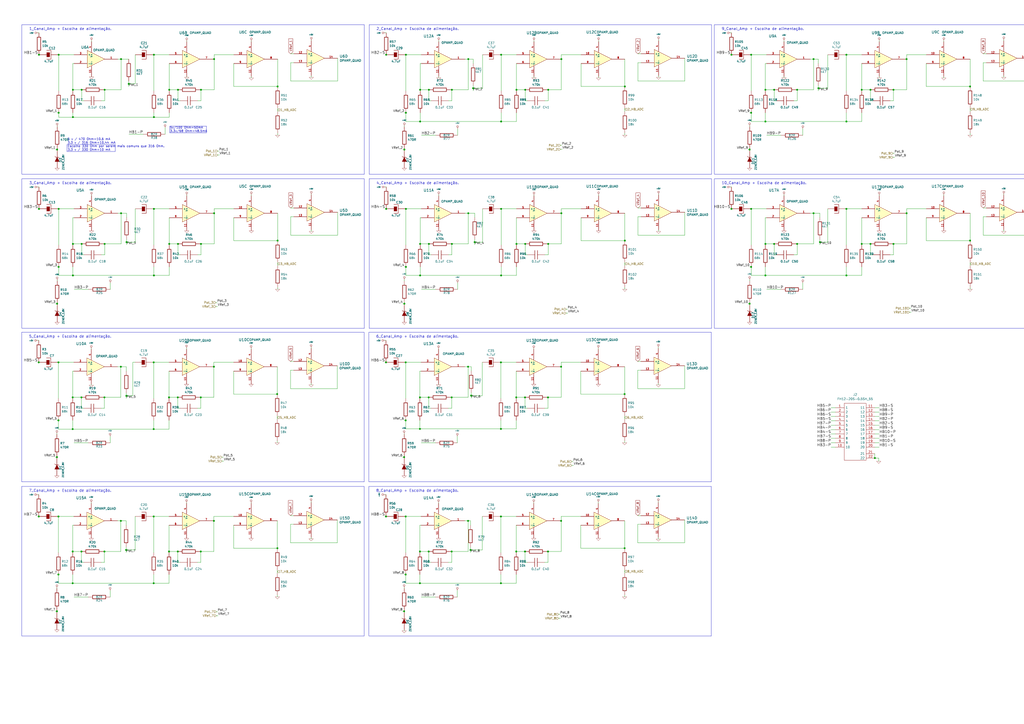
<source format=kicad_sch>
(kicad_sch (version 20231120) (generator "eeschema") (generator_version "8.0")
  (paper "A2")
  (lib_symbols
    (symbol "ESPulse-rescue:C-lsts-passives" (pin_numbers hide) (pin_names (offset 0.254))
      (property "Reference" "C" (at 1.27 2.54 0))
      (property "Value" "C-lsts-passives" (at 1.27 -2.54 0))
      (symbol "C-lsts-passives_1_1"
        (pin passive line (at 0 5.08 270) (length 4.318) (name "~") (number "1"))
        (pin passive line (at 0 -5.08 90) (length 4.318) (name "~") (number "2"))
      )
    )
    (symbol "ESPulse-rescue:CAPAPOL-lsts-passives" (pin_numbers hide) (pin_names (offset 0.254) hide)
      (property "Reference" "C" (at 1.27 2.54 0))
      (property "Value" "CAPAPOL-lsts-passives" (at 1.27 -2.54 0))
      (symbol "CAPAPOL-lsts-passives_1_1"
        (pin passive line (at 0 5.08 270) (length 3.81) (name "~") (number "1"))
        (pin passive line (at 0 -5.08 90) (length 3.81) (name "~") (number "2"))
      )
    )
    (symbol "ESPulse-rescue:GND-power" (power) (pin_names (offset 0))
      (symbol "GND-power_1_1"
        (pin power_in line (at 0 0 90) (length 0) hide (name "GND") (number "1"))
      )
    )
    (symbol "ESPulse-rescue:OPAMP_QUAD-lsts-ic"
      (property "Reference" "U" (at 1.27 5.08 0))
      (property "Value" "OPAMP_QUAD-lsts-ic" (at 3.81 -5.08 0))
      (symbol "OPAMP_QUAD-lsts-ic_0_1"
        (pin power_in line (at -2.54 -10.16 90) (length 6.35) (name "V-") (number "11"))
        (pin power_in line (at -2.54 10.16 270) (length 6.35) (name "V+") (number "4"))
      )
      (symbol "OPAMP_QUAD-lsts-ic_1_1"
        (pin output line (at 12.7 0 180) (length 7.62) (name "~") (number "1"))
        (pin input line (at -12.7 -2.54 0) (length 7.62) (name "-") (number "2"))
        (pin input line (at -12.7 2.54 0) (length 7.62) (name "+") (number "3"))
      )
      (symbol "OPAMP_QUAD-lsts-ic_2_1"
        (pin input line (at -12.7 2.54 0) (length 7.62) (name "+") (number "5"))
        (pin input line (at -12.7 -2.54 0) (length 7.62) (name "-") (number "6"))
        (pin output line (at 12.7 0 180) (length 7.62) (name "~") (number "7"))
      )
      (symbol "OPAMP_QUAD-lsts-ic_3_1"
        (pin input line (at -12.7 2.54 0) (length 7.62) (name "+") (number "10"))
        (pin output line (at 12.7 0 180) (length 7.62) (name "~") (number "8"))
        (pin input line (at -12.7 -2.54 0) (length 7.62) (name "-") (number "9"))
      )
      (symbol "OPAMP_QUAD-lsts-ic_4_1"
        (pin input line (at -12.7 2.54 0) (length 7.62) (name "+") (number "12"))
        (pin input line (at -12.7 -2.54 0) (length 7.62) (name "-") (number "13"))
        (pin output line (at 12.7 0 180) (length 7.62) (name "~") (number "14"))
      )
    )
    (symbol "ESPulse-rescue:R-lsts-passives" (pin_numbers hide) (pin_names (offset 0))
      (property "Reference" "R" (at 2.032 0 90))
      (property "Value" "R-lsts-passives" (at 0 0 90))
      (symbol "R-lsts-passives_1_1"
        (pin passive line (at 0 6.35 270) (length 2.54) (name "~") (number "1"))
        (pin passive line (at 0 -6.35 90) (length 2.54) (name "~") (number "2"))
      )
    )
    (symbol "ESPulse-rescue:ZENER-lsts-discrete" (pin_numbers hide) (pin_names (offset 1.016) hide)
      (property "Reference" "D" (at 0 2.54 0))
      (property "Value" "ZENER-lsts-discrete" (at 0 -2.54 0))
      (symbol "ZENER-lsts-discrete_1_1"
        (pin passive line (at -5.08 0 0) (length 3.81) (name "A") (number "A"))
        (pin passive line (at 5.08 0 180) (length 3.81) (name "K") (number "C"))
      )
    )
    (symbol "FH12-20S-0.5SH_55_1" (pin_names (offset 0.762))
      (property "Reference" "J" (at 19.05 7.62 0))
      (property "Value" "FH12-20S-0.5SH_55_1" (at -20.32 26.67 0))
      (symbol "FH12-20S-0.5SH_55_1_0_0"
        (pin passive line (at 0 0 0) (length 5.08) (name "1") (number "1"))
        (pin passive line (at 0 -22.86 0) (length 5.08) (name "10") (number "10"))
        (pin passive line (at 22.86 0 180) (length 5.08) (name "11") (number "11"))
        (pin passive line (at 22.86 -2.54 180) (length 5.08) (name "12") (number "12"))
        (pin passive line (at 22.86 -5.08 180) (length 5.08) (name "13") (number "13"))
        (pin passive line (at 22.86 -7.62 180) (length 5.08) (name "14") (number "14"))
        (pin passive line (at 22.86 -10.16 180) (length 5.08) (name "15") (number "15"))
        (pin passive line (at 22.86 -12.7 180) (length 5.08) (name "16") (number "16"))
        (pin passive line (at 22.86 -15.24 180) (length 5.08) (name "17") (number "17"))
        (pin passive line (at 22.86 -17.78 180) (length 5.08) (name "18") (number "18"))
        (pin passive line (at 22.86 -20.32 180) (length 5.08) (name "19") (number "19"))
        (pin passive line (at 0 -2.54 0) (length 5.08) (name "2") (number "2"))
        (pin passive line (at 22.86 -22.86 180) (length 5.08) (name "20") (number "20"))
        (pin passive line (at 22.86 -26.67 180) (length 5.08) (name "21") (number "21"))
        (pin passive line (at 22.86 -29.21 180) (length 5.08) (name "22") (number "22"))
        (pin passive line (at 0 -5.08 0) (length 5.08) (name "3") (number "3"))
        (pin passive line (at 0 -7.62 0) (length 5.08) (name "4") (number "4"))
        (pin passive line (at 0 -10.16 0) (length 5.08) (name "5") (number "5"))
        (pin passive line (at 0 -12.7 0) (length 5.08) (name "6") (number "6"))
        (pin passive line (at 0 -15.24 0) (length 5.08) (name "7") (number "7"))
        (pin passive line (at 0 -17.78 0) (length 5.08) (name "8") (number "8"))
        (pin passive line (at 0 -20.32 0) (length 5.08) (name "9") (number "9"))
      )
    )
    (symbol "lsts-passives:R" (pin_numbers hide) (pin_names (offset 0))
      (property "Reference" "R" (at 2.032 0 90))
      (property "Value" "R" (at 0 0 90))
      (symbol "R_1_1"
        (pin passive line (at 0 6.35 270) (length 2.54) (name "~") (number "1"))
        (pin passive line (at 0 -6.35 90) (length 2.54) (name "~") (number "2"))
      )
    )
    (symbol "power:+5V" (power) (pin_names (offset 1.016))
      (property "Value" "+5V" (at 0 2.286 0))
      (symbol "+5V_0_0"
        (pin power_in line (at 0 0 90) (length 0) hide (name "+5V") (number "1"))
      )
    )
  )
  (junction (at 443.992 159.766))
  (junction (at 161.036 50.165))
  (junction (at 160.782 228.6))
  (junction (at 243.586 248.793))
  (junction (at 116.586 52.07))
  (junction (at 223.901 299.593))
  (junction (at 362.331 228.6))
  (junction (at 42.291 67.945))
  (junction (at 89.281 159.766))
  (junction (at 262.001 230.505))
  (junction (at 70.231 123.698))
  (junction (at 235.331 333.248))
  (junction (at 499.872 141.478))
  (junction (at 435.737 31.75))
  (junction (at 443.992 70.485))
  (junction (at 60.706 52.07))
  (junction (at 462.407 52.07))
  (junction (at 70.104 212.725))
  (junction (at 234.442 354.584))
  (junction (at 525.907 34.29))
  (junction (at 562.737 139.573))
  (junction (at 235.331 243.84))
  (junction (at 70.104 302.133))
  (junction (at 33.147 176.149))
  (junction (at 103.124 230.505))
  (junction (at 299.593 52.07))
  (junction (at 235.458 154.813))
  (junction (at 243.586 319.913))
  (junction (at 518.287 52.07))
  (junction (at 33.909 243.84))
  (junction (at 42.164 319.913))
  (junction (at 435.737 154.813))
  (junction (at 424.307 31.75))
  (junction (at 424.307 121.158))
  (junction (at 318.008 52.07))
  (junction (at 462.407 141.478))
  (junction (at 304.546 319.913))
  (junction (at 42.291 159.766))
  (junction (at 98.044 230.505))
  (junction (at 304.546 230.505))
  (junction (at 248.666 319.913))
  (junction (at 73.279 229.616))
  (junction (at 34.036 121.158))
  (junction (at 504.952 52.07))
  (junction (at 224.028 121.158))
  (junction (at 325.501 302.133))
  (junction (at 235.458 31.75))
  (junction (at 271.526 302.133))
  (junction (at 290.703 159.766))
  (junction (at 449.072 52.07))
  (junction (at 124.206 34.29))
  (junction (at 74.676 48.641))
  (junction (at 325.501 212.725))
  (junction (at 47.244 230.505))
  (junction (at 490.982 70.485))
  (junction (at 103.251 52.07))
  (junction (at 504.952 141.478))
  (junction (at 272.923 319.024))
  (junction (at 98.171 52.07))
  (junction (at 235.458 121.158))
  (junction (at 60.579 230.505))
  (junction (at 471.932 34.29))
  (junction (at 89.154 210.185))
  (junction (at 243.586 230.505))
  (junction (at 89.154 338.328))
  (junction (at 223.901 210.185))
  (junction (at 304.673 141.478))
  (junction (at 290.576 299.593))
  (junction (at 98.044 319.913))
  (junction (at 262.128 52.07))
  (junction (at 434.848 176.149))
  (junction (at 22.606 121.158))
  (junction (at 262.001 319.913))
  (junction (at 47.371 141.478))
  (junction (at 490.982 121.158))
  (junction (at 103.251 141.478))
  (junction (at 33.02 265.176))
  (junction (at 290.576 210.185))
  (junction (at 33.909 210.185))
  (junction (at 248.666 230.505))
  (junction (at 42.291 141.478))
  (junction (at 47.371 52.07))
  (junction (at 235.331 210.185))
  (junction (at 275.336 140.462))
  (junction (at 33.909 299.593))
  (junction (at 562.737 50.165))
  (junction (at 89.281 121.158))
  (junction (at 273.304 229.489))
  (junction (at 60.706 141.478))
  (junction (at 116.459 230.505))
  (junction (at 248.793 52.07))
  (junction (at 362.331 318.008))
  (junction (at 33.02 354.584))
  (junction (at 490.982 31.75))
  (junction (at 234.442 265.176))
  (junction (at 22.606 31.75))
  (junction (at 317.881 319.913))
  (junction (at 271.526 212.725))
  (junction (at 89.281 31.75))
  (junction (at 271.653 34.29))
  (junction (at 160.909 318.008))
  (junction (at 475.615 140.462))
  (junction (at 73.152 319.024))
  (junction (at 103.124 319.913))
  (junction (at 73.406 140.462))
  (junction (at 290.576 338.328))
  (junction (at 362.458 139.573))
  (junction (at 42.164 248.92))
  (junction (at 525.907 123.698))
  (junction (at 34.036 154.813))
  (junction (at 124.206 123.698))
  (junction (at 243.713 159.766))
  (junction (at 474.726 51.181))
  (junction (at 124.079 212.725))
  (junction (at 317.881 230.505))
  (junction (at 499.872 52.07))
  (junction (at 290.703 121.158))
  (junction (at 290.576 248.793))
  (junction (at 42.164 338.328))
  (junction (at 435.737 121.158))
  (junction (at 161.036 139.573))
  (junction (at 274.447 51.181))
  (junction (at 22.479 299.593))
  (junction (at 89.154 248.92))
  (junction (at 70.231 34.29))
  (junction (at 449.072 141.478))
  (junction (at 443.992 52.07))
  (junction (at 434.848 86.741))
  (junction (at 42.291 52.07))
  (junction (at 34.036 31.75))
  (junction (at 235.458 65.405))
  (junction (at 224.028 31.75))
  (junction (at 33.147 86.741))
  (junction (at 243.713 70.485))
  (junction (at 98.171 141.478))
  (junction (at 243.713 52.07))
  (junction (at 299.593 141.478))
  (junction (at 243.586 338.328))
  (junction (at 262.128 141.478))
  (junction (at 22.479 210.185))
  (junction (at 299.466 319.913))
  (junction (at 89.281 67.945))
  (junction (at 271.653 123.698))
  (junction (at 60.579 319.913))
  (junction (at 518.287 141.478))
  (junction (at 325.628 34.29))
  (junction (at 34.036 65.405))
  (junction (at 435.737 65.405))
  (junction (at 33.909 333.248))
  (junction (at 290.703 31.75))
  (junction (at 248.793 141.478))
  (junction (at 116.459 319.913))
  (junction (at 234.569 176.149))
  (junction (at 490.982 159.766))
  (junction (at 299.466 230.505))
  (junction (at 234.569 86.741))
  (junction (at 290.703 70.485))
  (junction (at 318.008 141.478))
  (junction (at 116.586 141.478))
  (junction (at 124.079 302.133))
  (junction (at 325.628 123.698))
  (junction (at 89.154 299.593))
  (junction (at 42.164 230.505))
  (junction (at 362.458 50.165))
  (junction (at 235.331 299.593))
  (junction (at 47.244 319.913))
  (junction (at 471.932 123.698))
  (junction (at 243.713 141.478))
  (junction (at 443.992 141.478))
  (junction (at 507.492 265.7094))
  (junction (at 304.673 52.07))
  (wire (pts (xy 597.535 33.782) (xy 597.535 46.99)))
  (wire (pts (xy 124.206 121.158) (xy 135.636 121.158)))
  (wire (pts (xy 474.726 51.181) (xy 480.187 51.181)))
  (polyline (pts (xy 12.573 279.4) (xy 12.573 192.786)))
  (wire (pts (xy 33.02 251.46) (xy 33.02 251.968)))
  (wire (pts (xy 124.206 141.478) (xy 124.206 123.698)))
  (wire (pts (xy 70.104 302.133) (xy 68.199 302.133)))
  (wire (pts (xy 42.164 215.265) (xy 42.799 215.265)))
  (wire (pts (xy 243.586 304.673) (xy 244.221 304.673)))
  (wire (pts (xy 89.154 333.248) (xy 89.154 338.328)))
  (wire (pts (xy 235.331 210.185) (xy 244.221 210.185)))
  (wire (pts (xy 243.713 36.83) (xy 243.713 52.07)))
  (wire (pts (xy 42.291 65.405) (xy 42.291 67.945)))
  (wire (pts (xy 328.422 179.324) (xy 329.184 179.324)))
  (wire (pts (xy 260.096 326.263) (xy 262.001 326.263)))
  (wire (pts (xy 337.058 50.165) (xy 362.458 50.165)))
  (wire (pts (xy 234.823 121.158) (xy 235.458 121.158)))
  (wire (pts (xy 299.466 319.913) (xy 299.466 320.548)))
  (wire (pts (xy 337.058 36.83) (xy 337.058 50.165)))
  (wire (pts (xy 444.754 167.894) (xy 453.009 167.894)))
  (wire (pts (xy 482.092 249.1994) (xy 484.632 249.1994)))
  (wire (pts (xy 78.486 31.75) (xy 78.486 48.641)))
  (wire (pts (xy 168.529 214.757) (xy 170.307 214.757)))
  (wire (pts (xy 482.092 256.8194) (xy 484.632 256.8194)))
  (wire (pts (xy 482.092 239.0394) (xy 484.632 239.0394)))
  (wire (pts (xy 482.092 246.6594) (xy 484.632 246.6594)))
  (wire (pts (xy 58.674 326.263) (xy 60.579 326.263)))
  (wire (pts (xy 47.371 141.478) (xy 42.291 141.478)))
  (wire (pts (xy 78.359 210.185) (xy 77.089 210.185)))
  (wire (pts (xy 299.466 304.673) (xy 299.466 319.913)))
  (wire (pts (xy 371.856 31.242) (xy 370.078 31.242)))
  (wire (pts (xy 33.909 248.92) (xy 33.909 243.84)))
  (wire (pts (xy 33.147 176.784) (xy 33.147 176.149)))
  (wire (pts (xy 124.206 34.29) (xy 123.571 34.29)))
  (wire (pts (xy 265.43 167.894) (xy 265.43 164.084)))
  (wire (pts (xy 315.976 326.263) (xy 317.881 326.263)))
  (wire (pts (xy 462.407 147.828) (xy 462.407 141.478)))
  (wire (pts (xy 34.036 159.766) (xy 42.291 159.766)))
  (wire (pts (xy 42.926 346.329) (xy 51.181 346.329)))
  (wire (pts (xy 482.092 259.3594) (xy 484.632 259.3594)))
  (wire (pts (xy 434.848 154.813) (xy 435.737 154.813)))
  (wire (pts (xy 443.992 159.766) (xy 435.737 159.766)))
  (wire (pts (xy 135.636 139.573) (xy 161.036 139.573)))
  (wire (pts (xy 103.124 230.505) (xy 98.044 230.505)))
  (wire (pts (xy 33.02 354.584) (xy 33.02 354.076)))
  (wire (pts (xy 434.848 87.376) (xy 434.848 86.741)))
  (wire (pts (xy 42.164 338.328) (xy 33.909 338.328)))
  (wire (pts (xy 490.347 31.75) (xy 490.982 31.75)))
  (wire (pts (xy 58.801 147.828) (xy 60.706 147.828)))
  (wire (pts (xy 381.889 311.785) (xy 381.889 312.674)))
  (wire (pts (xy 265.303 346.329) (xy 265.303 342.519)))
  (wire (pts (xy 424.942 31.75) (xy 424.307 31.75)))
  (wire (pts (xy 325.12 86.614) (xy 326.136 86.614)))
  (wire (pts (xy 22.479 286.893) (xy 21.844 286.893)))
  (wire (pts (xy 499.872 52.07) (xy 499.872 52.705)))
  (wire (pts (xy 309.626 291.592) (xy 309.626 291.973)))
  (wire (pts (xy 261.493 52.07) (xy 262.128 52.07)))
  (polyline (pts (xy 412.623 279.527) (xy 213.995 279.527)))
  (wire (pts (xy 73.406 140.462) (xy 73.406 141.986)))
  (wire (pts (xy 572.135 31.242) (xy 570.357 31.242)))
  (wire (pts (xy 260.223 147.828) (xy 262.128 147.828)))
  (polyline (pts (xy 214.122 100.965) (xy 214.122 14.351)))
  (polyline (pts (xy 12.573 282.194) (xy 211.201 282.194)))
  (wire (pts (xy 337.058 139.573) (xy 362.458 139.573)))
  (wire (pts (xy 243.586 230.505) (xy 243.586 231.14)))
  (wire (pts (xy 299.466 338.328) (xy 299.466 333.248)))
  (wire (pts (xy 262.001 326.263) (xy 262.001 319.913)))
  (wire (pts (xy 435.102 31.75) (xy 435.737 31.75)))
  (wire (pts (xy 115.824 319.913) (xy 116.459 319.913)))
  (wire (pts (xy 443.992 126.238) (xy 443.992 141.478)))
  (wire (pts (xy 89.154 248.92) (xy 98.044 248.92)))
  (wire (pts (xy 490.982 159.766) (xy 499.872 159.766)))
  (wire (pts (xy 243.586 333.248) (xy 243.586 338.328)))
  (wire (pts (xy 272.923 317.373) (xy 272.923 319.024)))
  (wire (pts (xy 243.713 159.766) (xy 235.458 159.766)))
  (wire (pts (xy 254.381 291.592) (xy 254.381 291.973)))
  (wire (pts (xy 381.889 201.422) (xy 381.889 202.057)))
  (wire (pts (xy 145.796 23.749) (xy 145.796 24.13)))
  (wire (pts (xy 135.509 304.673) (xy 135.509 318.008)))
  (wire (pts (xy 471.932 123.698) (xy 471.932 141.478)))
  (wire (pts (xy 471.932 34.29) (xy 474.726 34.29)))
  (wire (pts (xy 562.737 139.573) (xy 562.737 123.698)))
  (wire (pts (xy 443.992 36.83) (xy 443.992 52.07)))
  (wire (pts (xy 271.526 302.133) (xy 269.621 302.133)))
  (wire (pts (xy 60.579 230.505) (xy 70.104 230.505)))
  (wire (pts (xy 274.447 51.181) (xy 274.447 52.705)))
  (wire (pts (xy 382.016 23.114) (xy 382.016 23.622)))
  (wire (pts (xy 33.02 243.84) (xy 33.909 243.84)))
  (wire (pts (xy 471.932 123.698) (xy 470.027 123.698)))
  (wire (pts (xy 475.615 140.462) (xy 475.615 141.986)))
  (wire (pts (xy 42.291 154.813) (xy 42.291 159.766)))
  (wire (pts (xy 60.706 58.42) (xy 60.706 52.07)))
  (wire (pts (xy 370.078 125.73) (xy 370.078 136.398)))
  (wire (pts (xy 449.072 141.478) (xy 443.992 141.478)))
  (wire (pts (xy 23.114 299.593) (xy 22.479 299.593)))
  (wire (pts (xy 262.001 236.855) (xy 262.001 230.505)))
  (wire (pts (xy 42.164 304.673) (xy 42.164 319.913)))
  (wire (pts (xy 290.576 299.593) (xy 299.466 299.593)))
  (wire (pts (xy 475.615 138.811) (xy 475.615 140.462)))
  (wire (pts (xy 290.576 338.328) (xy 299.466 338.328)))
  (wire (pts (xy 243.713 36.83) (xy 244.348 36.83)))
  (polyline (pts (xy 12.7 14.351) (xy 211.328 14.351)))
  (wire (pts (xy 382.016 133.35) (xy 382.016 134.239)))
  (wire (pts (xy 271.653 34.29) (xy 274.447 34.29)))
  (wire (pts (xy 70.231 34.29) (xy 70.231 52.07)))
  (wire (pts (xy 507.492 259.3594) (xy 510.032 259.3594)))
  (wire (pts (xy 223.901 197.485) (xy 223.266 197.485)))
  (wire (pts (xy 234.442 365.379) (xy 234.442 365.887)))
  (wire (pts (xy 22.479 197.485) (xy 21.844 197.485)))
  (wire (pts (xy 116.459 326.263) (xy 116.459 319.913)))
  (wire (pts (xy 582.295 23.114) (xy 582.295 23.622)))
  (wire (pts (xy 271.526 212.725) (xy 271.526 230.505)))
  (wire (pts (xy 525.907 52.07) (xy 525.907 34.29)))
  (wire (pts (xy 254.508 23.622) (xy 254.508 24.13)))
  (wire (pts (xy 135.509 228.6) (xy 160.782 228.6)))
  (wire (pts (xy 88.519 299.593) (xy 89.154 299.593)))
  (wire (pts (xy 234.569 176.149) (xy 234.569 175.641)))
  (wire (pts (xy 168.656 36.322) (xy 170.434 36.322)))
  (wire (pts (xy 517.652 52.07) (xy 518.287 52.07)))
  (wire (pts (xy 499.872 70.485) (xy 499.872 65.405)))
  (wire (pts (xy 570.357 36.322) (xy 570.357 46.99)))
  (wire (pts (xy 518.287 52.07) (xy 525.907 52.07)))
  (wire (pts (xy 235.458 70.485) (xy 235.458 65.405)))
  (polyline (pts (xy 414.401 190.373) (xy 414.401 103.759)))
  (wire (pts (xy 471.932 34.29) (xy 471.932 52.07)))
  (wire (pts (xy 60.706 52.07) (xy 70.231 52.07)))
  (wire (pts (xy 32.258 86.741) (xy 33.147 86.741)))
  (wire (pts (xy 316.103 147.828) (xy 318.008 147.828)))
  (wire (pts (xy 135.509 215.265) (xy 135.509 228.6)))
  (wire (pts (xy 73.279 229.616) (xy 73.279 231.14)))
  (wire (pts (xy 248.666 326.263) (xy 248.666 319.913)))
  (wire (pts (xy 337.058 126.238) (xy 337.058 139.573)))
  (wire (pts (xy 424.307 108.458) (xy 423.672 108.458)))
  (wire (pts (xy 434.848 162.179) (xy 434.848 162.941)))
  (wire (pts (xy 435.737 31.75) (xy 435.737 52.705)))
  (wire (pts (xy 465.709 78.486) (xy 465.709 74.676)))
  (wire (pts (xy 490.982 70.485) (xy 499.872 70.485)))
  (wire (pts (xy 290.576 248.793) (xy 299.466 248.793)))
  (wire (pts (xy 254.381 202.311) (xy 254.381 202.565)))
  (polyline (pts (xy 12.573 192.786) (xy 211.201 192.786)))
  (wire (pts (xy 235.331 299.593) (xy 244.221 299.593)))
  (wire (pts (xy 103.251 52.07) (xy 98.171 52.07)))
  (wire (pts (xy 325.501 212.725) (xy 324.866 212.725)))
  (wire (pts (xy 309.753 45.085) (xy 309.753 44.45)))
  (wire (pts (xy 510.032 23.622) (xy 510.032 24.13)))
  (wire (pts (xy 160.909 228.6) (xy 160.909 212.725)))
  (wire (pts (xy 73.406 140.462) (xy 78.486 140.462)))
  (wire (pts (xy 490.982 154.813) (xy 490.982 159.766)))
  (wire (pts (xy 160.909 345.186) (xy 160.909 346.202)))
  (wire (pts (xy 47.371 52.07) (xy 42.291 52.07)))
  (wire (pts (xy 243.713 126.238) (xy 244.348 126.238)))
  (wire (pts (xy 597.535 123.19) (xy 597.535 136.398)))
  (wire (pts (xy 480.187 31.75) (xy 480.187 51.181)))
  (wire (pts (xy 124.079 302.133) (xy 123.444 302.133)))
  (wire (pts (xy 88.646 31.75) (xy 89.281 31.75)))
  (wire (pts (xy 33.147 87.376) (xy 33.147 86.741)))
  (polyline (pts (xy 412.75 14.351) (xy 412.75 101.092)))
  (wire (pts (xy 272.923 319.024) (xy 279.781 319.024)))
  (wire (pts (xy 562.737 152.273) (xy 562.737 154.051)))
  (wire (pts (xy 249.936 326.263) (xy 248.666 326.263)))
  (wire (pts (xy 482.092 241.5794) (xy 484.632 241.5794)))
  (wire (pts (xy 224.663 31.75) (xy 224.028 31.75)))
  (wire (pts (xy 304.546 326.263) (xy 304.546 319.913)))
  (wire (pts (xy 160.782 241.3) (xy 160.782 243.078)))
  (wire (pts (xy 434.848 73.025) (xy 434.848 73.533)))
  (wire (pts (xy 195.834 136.398) (xy 168.656 136.398)))
  (wire (pts (xy 273.304 229.489) (xy 273.304 231.013)))
  (wire (pts (xy 234.442 355.219) (xy 234.442 354.584)))
  (wire (pts (xy 234.442 265.176) (xy 234.442 264.668)))
  (wire (pts (xy 510.032 113.157) (xy 510.032 113.538)))
  (wire (pts (xy 347.091 291.338) (xy 347.091 291.973)))
  (wire (pts (xy 336.931 215.265) (xy 336.931 228.6)))
  (wire (pts (xy 234.569 65.405) (xy 235.458 65.405)))
  (wire (pts (xy 73.152 317.373) (xy 73.152 319.024)))
  (wire (pts (xy 318.008 147.828) (xy 318.008 141.478)))
  (wire (pts (xy 48.641 58.42) (xy 47.371 58.42)))
  (wire (pts (xy 47.244 326.263) (xy 47.244 319.913)))
  (wire (pts (xy 562.737 166.751) (xy 562.737 167.767)))
  (wire (pts (xy 60.071 52.07) (xy 60.706 52.07)))
  (wire (pts (xy 74.803 77.851) (xy 83.058 77.851)))
  (wire (pts (xy 434.848 86.741) (xy 434.848 86.233)))
  (wire (pts (xy 124.206 31.75) (xy 124.206 34.29)))
  (wire (pts (xy 304.673 58.42) (xy 304.673 52.07)))
  (wire (pts (xy 397.129 212.217) (xy 397.129 225.425)))
  (wire (pts (xy 42.164 304.673) (xy 42.799 304.673)))
  (wire (pts (xy 537.337 36.83) (xy 537.337 50.165)))
  (wire (pts (xy 347.218 113.03) (xy 347.218 113.538)))
  (wire (pts (xy 42.164 248.92) (xy 89.154 248.92)))
  (wire (pts (xy 180.467 201.676) (xy 180.467 202.057)))
  (wire (pts (xy 381.889 291.084) (xy 381.889 291.465)))
  (wire (pts (xy 161.036 77.343) (xy 161.036 78.359)))
  (wire (pts (xy 507.492 249.1994) (xy 510.032 249.1994)))
  (wire (pts (xy 443.992 70.485) (xy 435.737 70.485)))
  (wire (pts (xy 224.028 108.458) (xy 223.393 108.458)))
  (wire (pts (xy 170.307 299.085) (xy 168.529 299.085)))
  (polyline (pts (xy 38.989 83.82) (xy 66.802 83.82)))
  (wire (pts (xy 73.152 302.133) (xy 73.152 304.673)))
  (wire (pts (xy 53.086 113.284) (xy 53.086 113.538)))
  (polyline (pts (xy 12.7 100.965) (xy 12.7 14.351)))
  (wire (pts (xy 42.926 256.921) (xy 51.181 256.921)))
  (wire (pts (xy 547.497 23.622) (xy 547.497 24.13)))
  (wire (pts (xy 370.078 36.322) (xy 371.856 36.322)))
  (wire (pts (xy 325.628 34.29) (xy 324.993 34.29)))
  (wire (pts (xy 47.244 236.855) (xy 47.244 230.505)))
  (wire (pts (xy 443.992 65.405) (xy 443.992 70.485)))
  (wire (pts (xy 73.279 212.725) (xy 73.279 215.265)))
  (wire (pts (xy 254.508 45.085) (xy 254.508 44.45)))
  (wire (pts (xy 362.458 62.865) (xy 362.458 64.643)))
  (wire (pts (xy 108.204 201.93) (xy 108.204 202.565)))
  (wire (pts (xy 243.713 52.07) (xy 243.713 52.705)))
  (wire (pts (xy 70.104 212.725) (xy 73.279 212.725)))
  (wire (pts (xy 243.586 319.913) (xy 243.586 320.548)))
  (wire (pts (xy 547.497 113.03) (xy 547.497 113.538)))
  (wire (pts (xy 115.951 141.478) (xy 116.586 141.478)))
  (wire (pts (xy 234.696 299.593) (xy 235.331 299.593)))
  (wire (pts (xy 271.526 302.133) (xy 271.526 319.913)))
  (polyline (pts (xy 213.995 192.786) (xy 412.623 192.786)))
  (wire (pts (xy 507.492 251.7394) (xy 510.032 251.7394)))
  (wire (pts (xy 271.653 123.698) (xy 275.336 123.698)))
  (wire (pts (xy 248.666 319.913) (xy 243.586 319.913)))
  (wire (pts (xy 299.466 215.265) (xy 299.466 230.505)))
  (wire (pts (xy 309.626 202.311) (xy 309.626 202.565)))
  (wire (pts (xy 104.521 58.42) (xy 103.251 58.42)))
  (wire (pts (xy 33.147 176.149) (xy 33.147 175.641)))
  (wire (pts (xy 262.128 141.478) (xy 271.653 141.478)))
  (wire (pts (xy 325.12 84.328) (xy 325.882 84.328)))
  (wire (pts (xy 325.501 210.185) (xy 336.931 210.185)))
  (wire (pts (xy 381.889 222.377) (xy 381.889 223.266)))
  (wire (pts (xy 262.128 58.42) (xy 262.128 52.07)))
  (polyline (pts (xy 119.761 77.089) (xy 98.552 77.089)))
  (wire (pts (xy 42.291 36.83) (xy 42.926 36.83)))
  (wire (pts (xy 47.244 230.505) (xy 42.164 230.505)))
  (wire (pts (xy 254.381 222.885) (xy 254.381 223.139)))
  (wire (pts (xy 33.147 86.741) (xy 33.147 86.233)))
  (wire (pts (xy 234.696 210.185) (xy 235.331 210.185)))
  (wire (pts (xy 235.331 299.593) (xy 235.331 320.548)))
  (wire (pts (xy 443.992 52.07) (xy 443.992 52.705)))
  (wire (pts (xy 316.103 58.42) (xy 318.008 58.42)))
  (wire (pts (xy 180.467 312.547) (xy 180.467 311.785)))
  (wire (pts (xy 235.458 121.158) (xy 235.458 142.113)))
  (wire (pts (xy 299.593 36.83) (xy 299.593 52.07)))
  (polyline (pts (xy 412.623 282.194) (xy 412.623 368.935)))
  (wire (pts (xy 128.778 265.176) (xy 129.54 265.176)))
  (wire (pts (xy 527.558 181.102) (xy 528.574 181.102)))
  (wire (pts (xy 223.266 299.593) (xy 223.901 299.593)))
  (wire (pts (xy 42.164 319.913) (xy 42.164 320.548)))
  (polyline (pts (xy 214.122 14.351) (xy 412.75 14.351)))
  (polyline (pts (xy 412.623 192.786) (xy 412.623 279.527)))
  (wire (pts (xy 160.909 318.008) (xy 160.909 302.133)))
  (wire (pts (xy 347.218 23.622) (xy 347.218 24.13)))
  (wire (pts (xy 572.135 120.65) (xy 570.357 120.65)))
  (wire (pts (xy 234.569 86.741) (xy 234.569 86.233)))
  (wire (pts (xy 42.164 243.84) (xy 42.164 248.92)))
  (wire (pts (xy 33.909 210.185) (xy 42.799 210.185)))
  (wire (pts (xy 89.281 121.158) (xy 89.281 142.113)))
  (wire (pts (xy 235.331 248.793) (xy 235.331 243.84)))
  (wire (pts (xy 224.536 299.593) (xy 223.901 299.593)))
  (wire (pts (xy 88.646 121.158) (xy 89.281 121.158)))
  (wire (pts (xy 60.706 141.478) (xy 70.231 141.478)))
  (wire (pts (xy 33.909 299.593) (xy 42.799 299.593)))
  (wire (pts (xy 233.68 176.149) (xy 234.569 176.149)))
  (wire (pts (xy 518.287 58.42) (xy 518.287 52.07)))
  (wire (pts (xy 325.501 299.593) (xy 325.501 302.133)))
  (wire (pts (xy 362.331 241.3) (xy 362.331 243.078)))
  (wire (pts (xy 243.586 338.328) (xy 290.576 338.328)))
  (wire (pts (xy 33.909 299.593) (xy 33.909 320.548)))
  (wire (pts (xy 243.586 215.265) (xy 244.221 215.265)))
  (wire (pts (xy 454.787 23.622) (xy 454.787 24.13)))
  (wire (pts (xy 490.982 121.158) (xy 499.872 121.158)))
  (wire (pts (xy 449.072 52.07) (xy 443.992 52.07)))
  (wire (pts (xy 108.331 113.157) (xy 108.331 113.538)))
  (wire (pts (xy 290.703 31.75) (xy 290.703 52.705)))
  (wire (pts (xy 235.458 159.766) (xy 235.458 154.813)))
  (wire (pts (xy 234.442 333.248) (xy 235.331 333.248)))
  (wire (pts (xy 317.881 236.855) (xy 317.881 230.505)))
  (wire (pts (xy 271.526 212.725) (xy 273.304 212.725)))
  (wire (pts (xy 43.053 167.894) (xy 51.308 167.894)))
  (wire (pts (xy 124.206 31.75) (xy 135.636 31.75)))
  (wire (pts (xy 243.713 65.405) (xy 243.713 70.485)))
  (wire (pts (xy 262.001 230.505) (xy 271.526 230.505)))
  (wire (pts (xy 362.331 345.186) (xy 362.331 346.202)))
  (wire (pts (xy 64.008 167.894) (xy 64.008 164.084)))
  (wire (pts (xy 116.459 236.855) (xy 116.459 230.505)))
  (polyline (pts (xy 613.029 190.5) (xy 414.401 190.5)))
  (wire (pts (xy 317.246 230.505) (xy 317.881 230.505)))
  (wire (pts (xy 290.068 31.75) (xy 290.703 31.75)))
  (wire (pts (xy 180.594 133.35) (xy 180.594 134.239)))
  (polyline (pts (xy 414.401 100.965) (xy 414.401 14.351)))
  (wire (pts (xy 98.044 248.92) (xy 98.044 243.84)))
  (wire (pts (xy 103.124 326.263) (xy 103.124 319.913)))
  (wire (pts (xy 32.131 354.584) (xy 33.02 354.584)))
  (wire (pts (xy 234.442 265.811) (xy 234.442 265.176)))
  (wire (pts (xy 271.653 123.698) (xy 269.748 123.698)))
  (wire (pts (xy 98.171 159.766) (xy 98.171 154.813)))
  (wire (pts (xy 73.406 126.111) (xy 73.406 123.698)))
  (wire (pts (xy 325.501 302.133) (xy 324.866 302.133)))
  (wire (pts (xy 115.951 52.07) (xy 116.586 52.07)))
  (wire (pts (xy 424.307 19.05) (xy 423.672 19.05)))
  (wire (pts (xy 98.171 52.07) (xy 98.171 52.705)))
  (wire (pts (xy 89.281 31.75) (xy 89.281 52.705)))
  (polyline (pts (xy 414.401 14.351) (xy 613.029 14.351)))
  (wire (pts (xy 234.442 251.587) (xy 234.442 251.968)))
  (wire (pts (xy 509.7272 265.7094) (xy 507.492 265.7094)))
  (wire (pts (xy 89.154 243.84) (xy 89.154 248.92)))
  (wire (pts (xy 233.68 86.741) (xy 234.569 86.741)))
  (wire (pts (xy 336.931 304.673) (xy 336.931 318.008)))
  (wire (pts (xy 234.442 340.868) (xy 234.442 341.376)))
  (polyline (pts (xy 412.75 190.5) (xy 214.122 190.5)))
  (wire (pts (xy 108.204 291.592) (xy 108.204 291.973)))
  (wire (pts (xy 23.241 31.75) (xy 22.606 31.75)))
  (wire (pts (xy 369.951 304.165) (xy 371.729 304.165)))
  (wire (pts (xy 89.281 121.158) (xy 98.171 121.158)))
  (wire (pts (xy 235.458 31.75) (xy 235.458 52.705)))
  (polyline (pts (xy 12.7 190.373) (xy 12.7 103.759)))
  (wire (pts (xy 382.016 43.942) (xy 382.016 44.831)))
  (wire (pts (xy 525.907 141.478) (xy 525.907 123.698)))
  (wire (pts (xy 124.079 319.913) (xy 124.079 302.133)))
  (wire (pts (xy 33.401 121.158) (xy 34.036 121.158)))
  (wire (pts (xy 461.772 141.478) (xy 462.407 141.478)))
  (polyline (pts (xy 613.029 101.092) (xy 414.401 101.092)))
  (wire (pts (xy 34.036 31.75) (xy 34.036 52.705)))
  (wire (pts (xy 504.952 141.478) (xy 499.872 141.478)))
  (wire (pts (xy 347.218 45.212) (xy 347.218 44.45)))
  (wire (pts (xy 243.586 248.793) (xy 235.331 248.793)))
  (wire (pts (xy 397.256 123.19) (xy 397.256 136.398)))
  (wire (pts (xy 435.102 121.158) (xy 435.737 121.158)))
  (wire (pts (xy 195.707 314.833) (xy 168.529 314.833)))
  (wire (pts (xy 104.394 236.855) (xy 103.124 236.855)))
  (wire (pts (xy 195.707 225.425) (xy 168.529 225.425)))
  (wire (pts (xy 60.579 326.263) (xy 60.579 319.913)))
  (wire (pts (xy 317.373 141.478) (xy 318.008 141.478)))
  (wire (pts (xy 490.982 31.75) (xy 490.982 52.705)))
  (wire (pts (xy 507.492 263.1694) (xy 507.492 265.7094)))
  (wire (pts (xy 309.753 113.157) (xy 309.753 113.538)))
  (wire (pts (xy 299.466 248.793) (xy 299.466 243.84)))
  (polyline (pts (xy 214.122 103.759) (xy 412.75 103.759)))
  (wire (pts (xy 52.959 223.393) (xy 52.959 222.885)))
  (wire (pts (xy 243.713 70.485) (xy 235.458 70.485)))
  (wire (pts (xy 223.266 210.185) (xy 223.901 210.185)))
  (wire (pts (xy 274.447 49.53) (xy 274.447 51.181)))
  (wire (pts (xy 325.501 210.185) (xy 325.501 212.725)))
  (wire (pts (xy 77.089 229.616) (xy 73.279 229.616)))
  (wire (pts (xy 243.713 141.478) (xy 243.713 142.113)))
  (wire (pts (xy 168.529 304.165) (xy 168.529 314.833)))
  (wire (pts (xy 435.737 70.485) (xy 435.737 65.405)))
  (wire (pts (xy 98.171 65.405) (xy 98.171 67.945)))
  (wire (pts (xy 597.535 136.398) (xy 570.357 136.398)))
  (wire (pts (xy 475.615 140.462) (xy 480.187 140.462)))
  (wire (pts (xy 243.713 159.766) (xy 290.703 159.766)))
  (wire (pts (xy 70.231 34.29) (xy 74.676 34.29)))
  (wire (pts (xy 124.079 299.593) (xy 124.079 302.133)))
  (wire (pts (xy 48.514 236.855) (xy 47.244 236.855)))
  (wire (pts (xy 275.336 138.811) (xy 275.336 140.462)))
  (wire (pts (xy 397.129 314.833) (xy 369.951 314.833)))
  (wire (pts (xy 369.951 304.165) (xy 369.951 314.833)))
  (wire (pts (xy 362.331 318.008) (xy 362.331 302.133)))
  (polyline (pts (xy 119.761 73.152) (xy 119.761 77.089)))
  (wire (pts (xy 397.129 301.625) (xy 397.129 314.833)))
  (wire (pts (xy 325.628 121.158) (xy 337.058 121.158)))
  (wire (pts (xy 582.295 112.649) (xy 582.295 113.03)))
  (wire (pts (xy 290.068 121.158) (xy 290.703 121.158)))
  (wire (pts (xy 490.982 31.75) (xy 499.872 31.75)))
  (wire (pts (xy 42.291 36.83) (xy 42.291 52.07)))
  (wire (pts (xy 290.703 31.75) (xy 299.593 31.75)))
  (wire (pts (xy 290.576 243.84) (xy 290.576 248.793)))
  (wire (pts (xy 454.787 113.03) (xy 454.787 113.538)))
  (wire (pts (xy 449.072 58.42) (xy 449.072 52.07)))
  (wire (pts (xy 52.959 202.184) (xy 52.959 202.565)))
  (wire (pts (xy 525.907 31.75) (xy 525.907 34.29)))
  (wire (pts (xy 60.071 141.478) (xy 60.706 141.478)))
  (wire (pts (xy 34.036 154.813) (xy 34.036 159.766)))
  (wire (pts (xy 509.7272 267.5636) (xy 509.7272 265.7094)))
  (wire (pts (xy 506.222 58.42) (xy 504.952 58.42)))
  (wire (pts (xy 98.171 36.83) (xy 98.171 52.07)))
  (wire (pts (xy 371.729 299.085) (xy 369.951 299.085)))
  (wire (pts (xy 22.606 108.458) (xy 21.971 108.458)))
  (wire (pts (xy 98.044 319.913) (xy 98.044 320.548)))
  (wire (pts (xy 461.772 52.07) (xy 462.407 52.07)))
  (polyline (pts (xy 98.552 73.152) (xy 119.761 73.152)))
  (wire (pts (xy 304.546 236.855) (xy 304.546 230.505)))
  (wire (pts (xy 125.222 177.8) (xy 126.238 177.8)))
  (wire (pts (xy 474.726 34.29) (xy 474.726 36.83)))
  (wire (pts (xy 128.778 267.462) (xy 129.794 267.462)))
  (wire (pts (xy 262.128 52.07) (xy 271.653 52.07)))
  (wire (pts (xy 89.281 65.405) (xy 89.281 67.945)))
  (wire (pts (xy 325.628 123.698) (xy 324.993 123.698)))
  (wire (pts (xy 234.569 162.179) (xy 234.569 162.941)))
  (wire (pts (xy 279.908 31.75) (xy 279.908 51.181)))
  (polyline (pts (xy 214.122 190.373) (xy 214.122 103.759)))
  (wire (pts (xy 318.008 58.42) (xy 318.008 52.07)))
  (wire (pts (xy 34.036 121.158) (xy 42.926 121.158)))
  (wire (pts (xy 317.881 319.913) (xy 325.501 319.913)))
  (wire (pts (xy 516.382 58.42) (xy 518.287 58.42)))
  (wire (pts (xy 397.256 136.398) (xy 370.078 136.398)))
  (wire (pts (xy 317.881 230.505) (xy 325.501 230.505)))
  (wire (pts (xy 32.258 176.149) (xy 33.147 176.149)))
  (wire (pts (xy 70.104 302.133) (xy 73.152 302.133)))
  (wire (pts (xy 435.737 159.766) (xy 435.737 154.813)))
  (wire (pts (xy 103.124 236.855) (xy 103.124 230.505)))
  (wire (pts (xy 244.475 78.486) (xy 252.73 78.486)))
  (wire (pts (xy 89.281 31.75) (xy 98.171 31.75)))
  (wire (pts (xy 499.872 141.478) (xy 499.872 142.113)))
  (wire (pts (xy 434.848 65.405) (xy 435.737 65.405)))
  (wire (pts (xy 114.554 326.263) (xy 116.459 326.263)))
  (wire (pts (xy 78.486 121.158) (xy 78.486 140.462)))
  (wire (pts (xy 89.154 299.593) (xy 89.154 320.548)))
  (wire (pts (xy 235.331 338.328) (xy 235.331 333.248)))
  (wire (pts (xy 279.781 210.185) (xy 279.781 229.489)))
  (wire (pts (xy 482.092 236.4994) (xy 484.632 236.4994)))
  (wire (pts (xy 570.357 125.73) (xy 570.357 136.398)))
  (wire (pts (xy 597.535 46.99) (xy 570.357 46.99)))
  (wire (pts (xy 507.492 239.0394) (xy 510.032 239.0394)))
  (wire (pts (xy 89.281 159.766) (xy 98.171 159.766)))
  (wire (pts (xy 124.079 212.725) (xy 123.444 212.725)))
  (wire (pts (xy 570.357 36.322) (xy 572.135 36.322)))
  (wire (pts (xy 125.476 357.124) (xy 126.492 357.124)))
  (wire (pts (xy 274.447 34.29) (xy 274.447 36.83)))
  (wire (pts (xy 449.072 147.828) (xy 449.072 141.478)))
  (wire (pts (xy 243.586 304.673) (xy 243.586 319.913)))
  (wire (pts (xy 290.703 65.405) (xy 290.703 70.485)))
  (wire (pts (xy 114.681 58.42) (xy 116.586 58.42)))
  (wire (pts (xy 21.844 210.185) (xy 22.479 210.185)))
  (wire (pts (xy 33.909 210.185) (xy 33.909 231.14)))
  (wire (pts (xy 499.872 36.83) (xy 499.872 52.07)))
  (wire (pts (xy 145.796 113.03) (xy 145.796 113.538)))
  (wire (pts (xy 78.359 299.593) (xy 78.359 319.024)))
  (wire (pts (xy 70.231 123.698) (xy 70.231 141.478)))
  (wire (pts (xy 304.673 141.478) (xy 299.593 141.478)))
  (wire (pts (xy 116.459 319.913) (xy 124.079 319.913)))
  (wire (pts (xy 279.781 299.593) (xy 279.781 319.024)))
  (wire (pts (xy 304.673 52.07) (xy 299.593 52.07)))
  (wire (pts (xy 433.959 86.741) (xy 434.848 86.741)))
  (wire (pts (xy 325.501 319.913) (xy 325.501 302.133)))
  (wire (pts (xy 248.666 236.855) (xy 248.666 230.505)))
  (wire (pts (xy 22.606 19.05) (xy 21.971 19.05)))
  (wire (pts (xy 582.295 133.35) (xy 582.295 134.239)))
  (wire (pts (xy 490.982 65.405) (xy 490.982 70.485)))
  (wire (pts (xy 518.287 147.828) (xy 518.287 141.478)))
  (polyline (pts (xy 66.802 87.884) (xy 38.862 87.884)))
  (wire (pts (xy 328.422 181.61) (xy 329.438 181.61)))
  (wire (pts (xy 262.128 147.828) (xy 262.128 141.478)))
  (wire (pts (xy 32.131 265.176) (xy 33.02 265.176)))
  (wire (pts (xy 95.758 77.851) (xy 95.758 74.041)))
  (wire (pts (xy 33.02 265.176) (xy 33.02 264.668)))
  (wire (pts (xy 52.959 291.592) (xy 52.959 291.973)))
  (wire (pts (xy 124.079 210.185) (xy 135.509 210.185)))
  (wire (pts (xy 304.546 230.505) (xy 299.466 230.505)))
  (wire (pts (xy 124.206 52.07) (xy 124.206 34.29)))
  (wire (pts (xy 233.553 265.176) (xy 234.442 265.176)))
  (wire (pts (xy 58.801 58.42) (xy 60.706 58.42)))
  (wire (pts (xy 317.881 326.263) (xy 317.881 319.913)))
  (wire (pts (xy 161.036 139.573) (xy 161.036 123.698)))
  (wire (pts (xy 474.726 51.181) (xy 474.726 52.705)))
  (wire (pts (xy 336.931 228.6) (xy 362.331 228.6)))
  (wire (pts (xy 525.907 31.75) (xy 537.337 31.75)))
  (wire (pts (xy 517.652 141.478) (xy 518.287 141.478)))
  (wire (pts (xy 73.152 319.024) (xy 73.152 320.548)))
  (wire (pts (xy 170.307 209.677) (xy 168.529 209.677)))
  (wire (pts (xy 23.114 210.185) (xy 22.479 210.185)))
  (wire (pts (xy 289.941 210.185) (xy 290.576 210.185)))
  (polyline (pts (xy 414.401 103.759) (xy 613.029 103.759)))
  (wire (pts (xy 21.971 31.75) (xy 22.606 31.75)))
  (wire (pts (xy 70.104 302.133) (xy 70.104 319.913)))
  (wire (pts (xy 271.653 34.29) (xy 271.653 52.07)))
  (wire (pts (xy 89.154 210.185) (xy 98.044 210.185)))
  (wire (pts (xy 370.078 125.73) (xy 371.856 125.73)))
  (wire (pts (xy 235.331 210.185) (xy 235.331 231.14)))
  (wire (pts (xy 223.393 121.158) (xy 224.028 121.158)))
  (wire (pts (xy 74.676 48.641) (xy 74.676 50.165)))
  (wire (pts (xy 180.594 43.942) (xy 180.594 44.831)))
  (wire (pts (xy 124.206 121.158) (xy 124.206 123.698)))
  (wire (pts (xy 168.656 125.73) (xy 170.434 125.73)))
  (wire (pts (xy 103.251 141.478) (xy 98.171 141.478)))
  (wire (pts (xy 525.907 121.158) (xy 525.907 123.698)))
  (wire (pts (xy 465.709 167.894) (xy 465.709 164.084)))
  (wire (pts (xy 98.044 338.328) (xy 98.044 333.248)))
  (wire (pts (xy 331.724 270.002) (xy 332.74 270.002)))
  (polyline (pts (xy 213.995 282.194) (xy 412.623 282.194)))
  (wire (pts (xy 362.331 228.6) (xy 362.331 212.725)))
  (wire (pts (xy 397.256 33.782) (xy 397.256 46.99)))
  (wire (pts (xy 443.992 159.766) (xy 490.982 159.766)))
  (wire (pts (xy 116.459 230.505) (xy 124.079 230.505)))
  (polyline (pts (xy 213.995 279.4) (xy 213.995 192.786)))
  (wire (pts (xy 103.251 58.42) (xy 103.251 52.07)))
  (wire (pts (xy 233.553 354.584) (xy 234.442 354.584)))
  (wire (pts (xy 318.008 52.07) (xy 325.628 52.07)))
  (wire (pts (xy 265.43 78.486) (xy 265.43 74.676)))
  (polyline (pts (xy 12.7 103.759) (xy 211.328 103.759)))
  (wire (pts (xy 290.703 159.766) (xy 299.593 159.766)))
  (wire (pts (xy 518.0369 88.9654) (xy 518.7989 88.9654)))
  (wire (pts (xy 507.492 254.2794) (xy 510.032 254.2794)))
  (polyline (pts (xy 211.201 279.527) (xy 12.573 279.527)))
  (wire (pts (xy 325.628 121.158) (xy 325.628 123.698)))
  (polyline (pts (xy 98.552 77.089) (xy 98.552 73.152)))
  (wire (pts (xy 53.086 44.45) (xy 53.086 44.577)))
  (wire (pts (xy 250.063 58.42) (xy 248.793 58.42)))
  (wire (pts (xy 271.526 302.133) (xy 272.923 302.133)))
  (wire (pts (xy 98.171 126.238) (xy 98.171 141.478)))
  (wire (pts (xy 248.666 230.505) (xy 243.586 230.505)))
  (wire (pts (xy 304.546 319.913) (xy 299.466 319.913)))
  (wire (pts (xy 305.816 326.263) (xy 304.546 326.263)))
  (wire (pts (xy 537.337 139.573) (xy 562.737 139.573)))
  (wire (pts (xy 516.382 147.828) (xy 518.287 147.828)))
  (wire (pts (xy 325.628 141.478) (xy 325.628 123.698)))
  (wire (pts (xy 443.992 70.485) (xy 490.982 70.485)))
  (wire (pts (xy 248.793 141.478) (xy 243.713 141.478)))
  (wire (pts (xy 262.001 319.913) (xy 271.526 319.913)))
  (wire (pts (xy 370.078 36.322) (xy 370.078 46.99)))
  (wire (pts (xy 180.467 291.084) (xy 180.467 291.465)))
  (wire (pts (xy 42.291 67.945) (xy 34.036 67.945)))
  (wire (pts (xy 234.442 354.584) (xy 234.442 354.076)))
  (wire (pts (xy 248.793 147.828) (xy 248.793 141.478)))
  (wire (pts (xy 89.154 299.593) (xy 98.044 299.593)))
  (wire (pts (xy 290.703 121.158) (xy 290.703 142.113)))
  (wire (pts (xy 161.036 50.165) (xy 161.036 34.29)))
  (wire (pts (xy 135.636 36.83) (xy 135.636 50.165)))
  (wire (pts (xy 460.502 147.828) (xy 462.407 147.828)))
  (wire (pts (xy 504.952 58.42) (xy 504.952 52.07)))
  (wire (pts (xy 315.976 236.855) (xy 317.881 236.855)))
  (wire (pts (xy 325.628 31.75) (xy 337.058 31.75)))
  (wire (pts (xy 195.707 301.625) (xy 195.707 314.833)))
  (wire (pts (xy 482.092 251.7394) (xy 484.632 251.7394)))
  (wire (pts (xy 42.164 230.505) (xy 42.164 231.14)))
  (wire (pts (xy 243.713 70.485) (xy 290.703 70.485)))
  (wire (pts (xy 271.526 212.725) (xy 269.621 212.725)))
  (wire (pts (xy 362.331 255.778) (xy 362.331 256.794)))
  (wire (pts (xy 124.079 299.593) (xy 135.509 299.593)))
  (wire (pts (xy 33.147 65.405) (xy 34.036 65.405)))
  (wire (pts (xy 525.907 123.698) (xy 525.272 123.698)))
  (wire (pts (xy 70.104 212.725) (xy 68.199 212.725)))
  (wire (pts (xy 98.171 141.478) (xy 98.171 142.113)))
  (wire (pts (xy 362.331 330.708) (xy 362.331 332.486)))
  (polyline (pts (xy 213.995 368.808) (xy 213.995 282.194)))
  (wire (pts (xy 243.586 338.328) (xy 235.331 338.328)))
  (wire (pts (xy 507.492 241.5794) (xy 510.032 241.5794)))
  (polyline (pts (xy 211.328 103.759) (xy 211.328 190.5)))
  (wire (pts (xy 108.331 44.831) (xy 108.331 44.45)))
  (wire (pts (xy 33.401 31.75) (xy 34.036 31.75)))
  (wire (pts (xy 290.703 121.158) (xy 299.593 121.158)))
  (wire (pts (xy 434.848 176.784) (xy 434.848 176.149)))
  (wire (pts (xy 460.502 58.42) (xy 462.407 58.42)))
  (wire (pts (xy 103.251 147.828) (xy 103.251 141.478)))
  (wire (pts (xy 265.303 256.921) (xy 265.303 253.111)))
  (wire (pts (xy 275.336 123.698) (xy 275.336 126.111)))
  (wire (pts (xy 450.342 147.828) (xy 449.072 147.828)))
  (wire (pts (xy 305.943 58.42) (xy 304.673 58.42)))
  (polyline (pts (xy 211.201 368.935) (xy 12.573 368.935)))
  (wire (pts (xy 161.036 166.751) (xy 161.036 167.767)))
  (wire (pts (xy 443.992 126.238) (xy 444.627 126.238)))
  (wire (pts (xy 289.941 299.593) (xy 290.576 299.593)))
  (wire (pts (xy 124.079 230.505) (xy 124.079 212.725)))
  (wire (pts (xy 506.222 147.828) (xy 504.952 147.828)))
  (wire (pts (xy 42.291 126.238) (xy 42.291 141.478)))
  (wire (pts (xy 126.238 89.916) (xy 127.254 89.916)))
  (wire (pts (xy 507.492 256.8194) (xy 510.032 256.8194)))
  (wire (pts (xy 304.673 147.828) (xy 304.673 141.478)))
  (wire (pts (xy 235.458 31.75) (xy 244.348 31.75)))
  (wire (pts (xy 53.086 23.622) (xy 53.086 24.13)))
  (wire (pts (xy 369.951 214.757) (xy 369.951 225.425)))
  (wire (pts (xy 60.579 319.913) (xy 70.104 319.913)))
  (wire (pts (xy 234.569 73.025) (xy 234.569 73.533)))
  (wire (pts (xy 195.834 33.782) (xy 195.834 46.99)))
  (wire (pts (xy 108.331 23.749) (xy 108.331 24.13)))
  (wire (pts (xy 33.274 299.593) (xy 33.909 299.593)))
  (wire (pts (xy 223.393 31.75) (xy 224.028 31.75)))
  (polyline (pts (xy 412.623 368.935) (xy 213.995 368.935)))
  (wire (pts (xy 42.291 159.766) (xy 89.281 159.766)))
  (wire (pts (xy 260.223 58.42) (xy 262.128 58.42)))
  (polyline (pts (xy 211.328 190.5) (xy 12.7 190.5)))
  (wire (pts (xy 290.576 333.248) (xy 290.576 338.328)))
  (wire (pts (xy 325.628 31.75) (xy 325.628 34.29)))
  (wire (pts (xy 475.615 123.698) (xy 475.615 126.111)))
  (wire (pts (xy 299.593 126.238) (xy 299.593 141.478)))
  (wire (pts (xy 89.281 154.813) (xy 89.281 159.766)))
  (wire (pts (xy 243.586 248.793) (xy 290.576 248.793)))
  (wire (pts (xy 125.476 354.838) (xy 126.238 354.838)))
  (wire (pts (xy 70.231 34.29) (xy 68.326 34.29)))
  (polyline (pts (xy 211.201 282.194) (xy 211.201 368.935)))
  (polyline (pts (xy 38.862 87.884) (xy 38.862 83.82)))
  (wire (pts (xy 104.394 326.263) (xy 103.124 326.263)))
  (wire (pts (xy 318.008 141.478) (xy 325.628 141.478)))
  (wire (pts (xy 33.02 333.248) (xy 33.909 333.248)))
  (wire (pts (xy 347.091 202.057) (xy 347.091 202.565)))
  (wire (pts (xy 168.529 304.165) (xy 170.307 304.165)))
  (wire (pts (xy 274.447 51.181) (xy 279.908 51.181)))
  (wire (pts (xy 273.304 229.489) (xy 279.781 229.489)))
  (wire (pts (xy 273.304 227.838) (xy 273.304 229.489)))
  (wire (pts (xy 525.907 34.29) (xy 525.272 34.29)))
  (wire (pts (xy 518.287 141.478) (xy 525.907 141.478)))
  (wire (pts (xy 104.521 147.828) (xy 103.251 147.828)))
  (wire (pts (xy 135.636 50.165) (xy 161.036 50.165)))
  (wire (pts (xy 63.881 346.329) (xy 63.881 342.519)))
  (wire (pts (xy 33.147 162.433) (xy 33.147 162.941)))
  (wire (pts (xy 170.434 31.242) (xy 168.656 31.242)))
  (wire (pts (xy 474.726 49.53) (xy 474.726 51.181)))
  (wire (pts (xy 547.497 45.212) (xy 547.497 44.45)))
  (wire (pts (xy 371.729 209.677) (xy 369.951 209.677)))
  (wire (pts (xy 63.881 256.921) (xy 63.881 253.111)))
  (polyline (pts (xy 211.201 192.786) (xy 211.201 279.527)))
  (polyline (pts (xy 12.573 368.808) (xy 12.573 282.194)))
  (wire (pts (xy 482.092 244.1194) (xy 484.632 244.1194)))
  (wire (pts (xy 243.586 215.265) (xy 243.586 230.505)))
  (wire (pts (xy 290.576 210.185) (xy 299.466 210.185)))
  (wire (pts (xy 161.036 152.273) (xy 161.036 154.051)))
  (wire (pts (xy 499.872 126.238) (xy 499.872 141.478)))
  (wire (pts (xy 125.222 175.514) (xy 125.984 175.514)))
  (wire (pts (xy 160.909 330.708) (xy 160.909 332.486)))
  (wire (pts (xy 299.593 141.478) (xy 299.593 142.113)))
  (wire (pts (xy 480.187 121.158) (xy 480.187 140.462)))
  (wire (pts (xy 234.823 31.75) (xy 235.458 31.75)))
  (wire (pts (xy 234.569 87.376) (xy 234.569 86.741)))
  (wire (pts (xy 362.458 139.573) (xy 362.458 123.698)))
  (wire (pts (xy 21.971 121.158) (xy 22.606 121.158)))
  (wire (pts (xy 317.373 52.07) (xy 318.008 52.07)))
  (wire (pts (xy 504.952 147.828) (xy 504.952 141.478)))
  (wire (pts (xy 537.337 126.238) (xy 537.337 139.573)))
  (wire (pts (xy 248.793 52.07) (xy 243.713 52.07)))
  (wire (pts (xy 424.942 121.158) (xy 424.307 121.158)))
  (wire (pts (xy 34.036 67.945) (xy 34.036 65.405)))
  (wire (pts (xy 272.923 302.133) (xy 272.923 304.673)))
  (wire (pts (xy 42.291 141.478) (xy 42.291 142.113)))
  (wire (pts (xy 161.036 62.865) (xy 161.036 64.643)))
  (wire (pts (xy 47.244 319.913) (xy 42.164 319.913)))
  (wire (pts (xy 433.959 176.149) (xy 434.848 176.149)))
  (wire (pts (xy 382.016 112.649) (xy 382.016 113.03)))
  (wire (pts (xy 273.304 212.725) (xy 273.304 215.138)))
  (wire (pts (xy 434.848 176.149) (xy 434.848 175.641)))
  (wire (pts (xy 170.434 120.65) (xy 168.656 120.65)))
  (wire (pts (xy 507.492 236.4994) (xy 510.032 236.4994)))
  (wire (pts (xy 42.164 215.265) (xy 42.164 230.505)))
  (wire (pts (xy 290.703 154.813) (xy 290.703 159.766)))
  (wire (pts (xy 331.724 267.716) (xy 332.486 267.716)))
  (wire (pts (xy 324.104 358.648) (xy 325.12 358.648)))
  (wire (pts (xy 33.909 338.328) (xy 33.909 333.248)))
  (wire (pts (xy 507.492 244.1194) (xy 510.032 244.1194)))
  (wire (pts (xy 234.442 243.84) (xy 235.331 243.84)))
  (wire (pts (xy 223.901 286.893) (xy 223.266 286.893)))
  (wire (pts (xy 249.936 236.855) (xy 248.666 236.855)))
  (wire (pts (xy 98.171 67.945) (xy 89.281 67.945)))
  (wire (pts (xy 362.458 77.343) (xy 362.458 78.359)))
  (wire (pts (xy 135.636 126.238) (xy 135.636 139.573)))
  (wire (pts (xy 254.508 113.03) (xy 254.508 113.538)))
  (wire (pts (xy 21.844 299.593) (xy 22.479 299.593)))
  (wire (pts (xy 168.656 125.73) (xy 168.656 136.398)))
  (wire (pts (xy 145.669 202.184) (xy 145.669 202.565)))
  (polyline (pts (xy 211.328 101.092) (xy 12.7 101.092)))
  (wire (pts (xy 42.291 126.238) (xy 42.926 126.238)))
  (wire (pts (xy 195.834 123.19) (xy 195.834 136.398)))
  (wire (pts (xy 42.164 333.248) (xy 42.164 338.328)))
  (wire (pts (xy 243.586 243.84) (xy 243.586 248.793)))
  (wire (pts (xy 98.044 230.505) (xy 98.044 231.14)))
  (wire (pts (xy 423.672 31.75) (xy 424.307 31.75)))
  (wire (pts (xy 126.238 87.63) (xy 127 87.63)))
  (wire (pts (xy 180.594 23.368) (xy 180.594 23.622)))
  (wire (pts (xy 42.164 338.328) (xy 89.154 338.328)))
  (wire (pts (xy 260.096 236.855) (xy 262.001 236.855)))
  (wire (pts (xy 525.907 121.158) (xy 537.337 121.158)))
  (wire (pts (xy 89.154 210.185) (xy 89.154 231.14)))
  (wire (pts (xy 116.586 147.828) (xy 116.586 141.478)))
  (polyline (pts (xy 66.802 83.82) (xy 66.802 87.884)))
  (wire (pts (xy 88.519 210.185) (xy 89.154 210.185)))
  (wire (pts (xy 114.681 147.828) (xy 116.586 147.828)))
  (wire (pts (xy 73.406 138.811) (xy 73.406 140.462)))
  (wire (pts (xy 48.641 147.828) (xy 47.371 147.828)))
  (wire (pts (xy 462.407 52.07) (xy 471.932 52.07)))
  (wire (pts (xy 224.028 19.05) (xy 223.393 19.05)))
  (wire (pts (xy 224.663 121.158) (xy 224.028 121.158)))
  (wire (pts (xy 275.336 140.462) (xy 275.336 141.986)))
  (wire (pts (xy 435.737 31.75) (xy 444.627 31.75)))
  (wire (pts (xy 435.737 121.158) (xy 435.737 142.113)))
  (wire (pts (xy 309.753 23.622) (xy 309.753 24.13)))
  (polyline (pts (xy 613.029 103.759) (xy 613.029 190.5)))
  (wire (pts (xy 160.782 228.6) (xy 160.909 228.6)))
  (wire (pts (xy 124.206 123.698) (xy 123.571 123.698)))
  (polyline (pts (xy 211.328 14.351) (xy 211.328 101.092)))
  (wire (pts (xy 261.366 319.913) (xy 262.001 319.913)))
  (wire (pts (xy 299.466 230.505) (xy 299.466 231.14)))
  (wire (pts (xy 336.931 318.008) (xy 362.331 318.008)))
  (wire (pts (xy 518.0369 91.2514) (xy 519.0529 91.2514)))
  (wire (pts (xy 562.737 62.865) (xy 562.737 64.643)))
  (wire (pts (xy 290.576 210.185) (xy 290.576 231.14)))
  (wire (pts (xy 180.467 222.377) (xy 180.467 223.266)))
  (wire (pts (xy 33.147 73.152) (xy 33.147 73.533)))
  (wire (pts (xy 397.129 225.425) (xy 369.951 225.425)))
  (wire (pts (xy 261.493 141.478) (xy 262.128 141.478)))
  (wire (pts (xy 77.089 210.185) (xy 77.089 229.616)))
  (wire (pts (xy 160.782 255.778) (xy 160.782 256.794)))
  (wire (pts (xy 34.036 121.158) (xy 34.036 142.113)))
  (wire (pts (xy 443.992 36.83) (xy 444.627 36.83)))
  (wire (pts (xy 33.02 355.219) (xy 33.02 354.584)))
  (wire (pts (xy 537.337 50.165) (xy 562.737 50.165)))
  (wire (pts (xy 74.676 46.99) (xy 74.676 48.641)))
  (wire (pts (xy 362.458 50.165) (xy 362.458 34.29)))
  (wire (pts (xy 114.554 236.855) (xy 116.459 236.855)))
  (wire (pts (xy 33.02 265.811) (xy 33.02 265.176)))
  (polyline (pts (xy 412.75 103.759) (xy 412.75 190.5)))
  (wire (pts (xy 582.295 43.942) (xy 582.295 44.831)))
  (wire (pts (xy 248.793 58.42) (xy 248.793 52.07)))
  (wire (pts (xy 272.923 319.024) (xy 272.923 320.548)))
  (wire (pts (xy 58.674 236.855) (xy 60.579 236.855)))
  (wire (pts (xy 325.501 299.593) (xy 336.931 299.593)))
  (wire (pts (xy 250.063 147.828) (xy 248.793 147.828)))
  (wire (pts (xy 362.458 166.751) (xy 362.458 167.767)))
  (wire (pts (xy 371.856 120.65) (xy 370.078 120.65)))
  (wire (pts (xy 42.291 52.07) (xy 42.291 52.705)))
  (wire (pts (xy 299.593 159.766) (xy 299.593 154.813)))
  (wire (pts (xy 195.707 212.217) (xy 195.707 225.425)))
  (polyline (pts (xy 613.029 14.351) (xy 613.029 101.092)))
  (wire (pts (xy 471.932 34.29) (xy 470.027 34.29)))
  (wire (pts (xy 168.529 214.757) (xy 168.529 225.425)))
  (wire (pts (xy 145.669 291.719) (xy 145.669 291.973)))
  (wire (pts (xy 275.336 140.462) (xy 279.908 140.462)))
  (wire (pts (xy 98.044 304.673) (xy 98.044 319.913)))
  (wire (pts (xy 116.586 52.07) (xy 124.206 52.07)))
  (wire (pts (xy 59.944 319.913) (xy 60.579 319.913)))
  (wire (pts (xy 443.992 141.478) (xy 443.992 142.113)))
  (wire (pts (xy 299.593 70.485) (xy 299.593 65.405)))
  (wire (pts (xy 507.492 246.6594) (xy 510.032 246.6594)))
  (wire (pts (xy 70.104 212.725) (xy 70.104 230.505)))
  (wire (pts (xy 34.036 31.75) (xy 42.926 31.75)))
  (wire (pts (xy 325.628 52.07) (xy 325.628 34.29)))
  (wire (pts (xy 115.824 230.505) (xy 116.459 230.505)))
  (wire (pts (xy 243.713 154.813) (xy 243.713 159.766)))
  (polyline (pts (xy 412.75 101.092) (xy 214.122 101.092)))
  (wire (pts (xy 33.02 340.995) (xy 33.02 341.376)))
  (wire (pts (xy 60.579 236.855) (xy 60.579 230.505)))
  (wire (pts (xy 78.486 48.641) (xy 74.676 48.641)))
  (wire (pts (xy 59.944 230.505) (xy 60.579 230.505)))
  (wire (pts (xy 562.737 50.165) (xy 562.737 34.29)))
  (wire (pts (xy 145.796 45.212) (xy 145.796 44.45)))
  (wire (pts (xy 527.558 178.816) (xy 528.32 178.816)))
  (wire (pts (xy 462.407 58.42) (xy 462.407 52.07)))
  (wire (pts (xy 103.124 319.913) (xy 98.044 319.913)))
  (wire (pts (xy 504.952 52.07) (xy 499.872 52.07)))
  (wire (pts (xy 299.593 52.07) (xy 299.593 52.705)))
  (wire (pts (xy 444.754 78.486) (xy 453.009 78.486)))
  (wire (pts (xy 271.653 34.29) (xy 269.748 34.29)))
  (wire (pts (xy 450.342 58.42) (xy 449.072 58.42)))
  (wire (pts (xy 234.569 154.813) (xy 235.458 154.813)))
  (wire (pts (xy 397.256 46.99) (xy 370.078 46.99)))
  (wire (pts (xy 195.834 46.99) (xy 168.656 46.99)))
  (wire (pts (xy 48.514 326.263) (xy 47.244 326.263)))
  (wire (pts (xy 244.475 167.894) (xy 252.73 167.894)))
  (wire (pts (xy 362.458 152.273) (xy 362.458 154.051)))
  (wire (pts (xy 224.536 210.185) (xy 223.901 210.185)))
  (wire (pts (xy 305.943 147.828) (xy 304.673 147.828)))
  (wire (pts (xy 423.672 121.158) (xy 424.307 121.158)))
  (wire (pts (xy 290.703 70.485) (xy 299.593 70.485)))
  (wire (pts (xy 305.816 236.855) (xy 304.546 236.855)))
  (wire (pts (xy 124.079 210.185) (xy 124.079 212.725)))
  (wire (pts (xy 73.152 319.024) (xy 78.359 319.024)))
  (wire (pts (xy 116.586 141.478) (xy 124.206 141.478)))
  (wire (pts (xy 279.908 121.158) (xy 279.908 140.462)))
  (wire (pts (xy 47.371 58.42) (xy 47.371 52.07)))
  (wire (pts (xy 244.348 256.921) (xy 252.603 256.921)))
  (wire (pts (xy 435.737 121.158) (xy 444.627 121.158)))
  (wire (pts (xy 369.951 214.757) (xy 371.729 214.757)))
  (wire (pts (xy 33.147 154.813) (xy 34.036 154.813)))
  (wire (pts (xy 490.982 121.158) (xy 490.982 142.113)))
  (wire (pts (xy 98.044 215.265) (xy 98.044 230.505)))
  (wire (pts (xy 135.509 318.008) (xy 160.909 318.008)))
  (wire (pts (xy 454.787 45.085) (xy 454.787 44.45)))
  (wire (pts (xy 73.279 227.965) (xy 73.279 229.616)))
  (wire (pts (xy 70.231 123.698) (xy 73.406 123.698)))
  (wire (pts (xy 290.576 299.593) (xy 290.576 320.548)))
  (wire (pts (xy 23.241 121.158) (xy 22.606 121.158)))
  (wire (pts (xy 42.164 248.92) (xy 33.909 248.92)))
  (wire (pts (xy 324.104 356.362) (xy 324.866 356.362)))
  (wire (pts (xy 562.737 77.343) (xy 562.737 78.359)))
  (wire (pts (xy 471.932 123.698) (xy 475.615 123.698)))
  (wire (pts (xy 42.291 67.945) (xy 89.281 67.945)))
  (wire (pts (xy 570.357 125.73) (xy 572.135 125.73)))
  (wire (pts (xy 443.992 154.813) (xy 443.992 159.766)))
  (wire (pts (xy 271.653 123.698) (xy 271.653 141.478)))
  (wire (pts (xy 89.154 338.328) (xy 98.044 338.328)))
  (wire (pts (xy 243.713 126.238) (xy 243.713 141.478)))
  (wire (pts (xy 68.326 123.698) (xy 70.231 123.698)))
  (wire (pts (xy 116.586 58.42) (xy 116.586 52.07)))
  (wire (pts (xy 317.246 319.913) (xy 317.881 319.913)))
  (wire (pts (xy 462.407 141.478) (xy 471.932 141.478)))
  (wire (pts (xy 168.656 36.322) (xy 168.656 46.99)))
  (wire (pts (xy 244.348 346.329) (xy 252.603 346.329)))
  (wire (pts (xy 261.366 230.505) (xy 262.001 230.505)))
  (wire (pts (xy 499.872 159.766) (xy 499.872 154.813)))
  (wire (pts (xy 60.706 147.828) (xy 60.706 141.478)))
  (wire (pts (xy 482.092 254.2794) (xy 484.632 254.2794)))
  (wire (pts (xy 325.501 230.505) (xy 325.501 212.725)))
  (wire (pts (xy 490.347 121.158) (xy 490.982 121.158)))
  (wire (pts (xy 180.594 112.776) (xy 180.594 113.03)))
  (wire (pts (xy 33.274 210.185) (xy 33.909 210.185)))
  (wire (pts (xy 235.458 121.158) (xy 244.348 121.158)))
  (wire (pts (xy 47.371 147.828) (xy 47.371 141.478)))
  (wire (pts (xy 510.032 45.085) (xy 510.032 44.45)))
  (wire (pts (xy 234.569 176.784) (xy 234.569 176.149)))
  (text "6_Canal_Amp + Escolha de alimentação." (at 218.186 196.215 0) (effects (font (size 1.524 1.524)) (justify left bottom)))
  (text "8_Canal_Amp + Escolha de alimentação." (at 218.186 285.623 0) (effects (font (size 1.524 1.524)) (justify left bottom)))
  (text "3_Canal_Amp + Escolha de alimentação." (at 16.891 107.188 0) (effects (font (size 1.524 1.524)) (justify left bottom)))
  (text "5 v / 470 Ohm=10.6 mA\n3.3 v / 316 Ohm=10.44 mA\nEscolho 330 Ohm por serem mais comuns que 316 Ohm.\n3.3 v / 330 Ohm=10 mA" (at 39.116 87.757 0) (effects (font (size 1.27 1.27)) (justify left bottom)))
  (text "1_Canal_Amp + Escolha de alimentação." (at 16.891 17.78 0) (effects (font (size 1.524 1.524)) (justify left bottom)))
  (text "9_Canal_Amp + Escolha de alimentação." (at 418.592 17.78 0) (effects (font (size 1.524 1.524)) (justify left bottom)))
  (text "5v/100 Ohm=50mA\n3.3v/68 Ohm=48.5mA" (at 98.552 76.962 0) (effects (font (size 1.27 1.27)) (justify left bottom)))
  (text "4_Canal_Amp + Escolha de alimentação." (at 218.313 107.188 0) (effects (font (size 1.524 1.524)) (justify left bottom)))
  (text "5_Canal_Amp + Escolha de alimentação." (at 16.764 196.215 0) (effects (font (size 1.524 1.524)) (justify left bottom)))
  (text "2_Canal_Amp + Escolha de alimentação." (at 218.313 17.78 0) (effects (font (size 1.524 1.524)) (justify left bottom)))
  (text "10_Canal_Amp + Escolha de alimentação." (at 418.592 107.188 0) (effects (font (size 1.524 1.524)) (justify left bottom)))
  (text "7_Canal_Amp + Escolha de alimentação." (at 16.764 285.623 0) (effects (font (size 1.524 1.524)) (justify left bottom)))
  (label "VRef_10" (at 434.848 154.813 180))
  (label "HB3-P" (at 482.092 259.3594 180) (effects (font (size 1.524 1.524))))
  (label "VRef_3" (at 32.258 176.149 180))
  (label "Pot_7" (at 126.238 354.838 0))
  (label "Pot_5" (at 73.279 231.14 0))
  (label "Pot_6" (at 332.486 267.716 0))
  (label "HB5-S" (at 482.092 244.1194 180) (effects (font (size 1.524 1.524))))
  (label "VRef_4" (at 329.438 181.61 0))
  (label "Pot_4" (at 329.184 179.324 0))
  (label "HB1-S" (at 21.971 31.75 180) (effects (font (size 1.524 1.524))))
  (label "Pot_10" (at 475.615 141.986 0))
  (label "HB5-S" (at 21.844 210.185 180) (effects (font (size 1.524 1.524))))
  (label "Pot_8" (at 272.923 320.548 0))
  (label "HB5-P" (at 42.926 256.921 0) (effects (font (size 1.524 1.524))))
  (label "VRef_1" (at 32.258 86.741 180))
  (label "Pot_5" (at 129.54 265.176 0))
  (label "HB4-S" (at 223.393 121.158 180) (effects (font (size 1.524 1.524))))
  (label "VRef_9" (at 519.0529 91.2514 0))
  (label "HB6-S" (at 223.266 210.185 180) (effects (font (size 1.524 1.524))))
  (label "HB2-S" (at 223.393 31.75 180) (effects (font (size 1.524 1.524))))
  (label "HB6-P" (at 482.092 239.0394 180) (effects (font (size 1.524 1.524))))
  (label "HB8-P" (at 244.348 346.329 0) (effects (font (size 1.524 1.524))))
  (label "HB7-P" (at 482.092 246.6594 180) (effects (font (size 1.524 1.524))))
  (label "HB7-S" (at 21.844 299.593 180) (effects (font (size 1.524 1.524))))
  (label "VRef_6" (at 233.553 265.176 180))
  (label "HB8-P" (at 482.092 256.8194 180) (effects (font (size 1.524 1.524))))
  (label "VRef_9" (at 434.848 65.405 180))
  (label "VRef_2" (at 233.68 86.741 180))
  (label "Pot_4" (at 275.336 141.986 0))
  (label "HB7-P" (at 42.926 346.329 0) (effects (font (size 1.524 1.524))))
  (label "VRef_10" (at 528.574 181.102 0))
  (label "VRef_6" (at 332.74 270.002 0))
  (label "Pot_1" (at 127 87.63 0))
  (label "VRef_8" (at 234.442 333.248 180))
  (label "Pot_9" (at 474.726 52.705 0))
  (label "VRef_7" (at 33.02 333.248 180))
  (label "Pot_2" (at 274.447 52.705 0))
  (label "Pot_1" (at 74.676 50.165 0))
  (label "VRef_7" (at 32.131 354.584 180))
  (label "HB1-S" (at 510.032 259.3594 0) (effects (font (size 1.524 1.524))))
  (label "VRef_7" (at 126.492 357.124 0))
  (label "HB7-S" (at 482.092 254.2794 180) (effects (font (size 1.524 1.524))))
  (label "VRef_3" (at 126.238 177.8 0))
  (label "VRef_2" (at 234.569 65.405 180))
  (label "HB5-P" (at 482.092 236.4994 180) (effects (font (size 1.524 1.524))))
  (label "HB2-P" (at 510.032 244.1194 0) (effects (font (size 1.524 1.524))))
  (label "HB6-S" (at 482.092 241.5794 180) (effects (font (size 1.524 1.524))))
  (label "VRef_10" (at 433.959 176.149 180))
  (label "Pot_9" (at 518.7989 88.9654 0))
  (label "HB9-S" (at 510.032 249.1994 0) (effects (font (size 1.524 1.524))))
  (label "HB3-S" (at 21.971 121.158 180) (effects (font (size 1.524 1.524))))
  (label "HB2-S" (at 510.032 246.6594 0) (effects (font (size 1.524 1.524))))
  (label "HB4-P" (at 482.092 249.1994 180) (effects (font (size 1.524 1.524))))
  (label "HB9-S" (at 423.672 31.75 180) (effects (font (size 1.524 1.524))))
  (label "VRef_5" (at 129.794 267.462 0))
  (label "VRef_8" (at 325.12 358.648 0))
  (label "HB9-P" (at 510.032 241.5794 0) (effects (font (size 1.524 1.524))))
  (label "HB9-P" (at 444.754 78.486 0) (effects (font (size 1.524 1.524))))
  (label "Pot_10" (at 528.32 178.816 0))
  (label "HB4-P" (at 244.475 167.894 0) (effects (font (size 1.524 1.524))))
  (label "HB6-P" (at 244.348 256.921 0) (effects (font (size 1.524 1.524))))
  (label "VRef_5" (at 32.131 265.176 180))
  (label "HB3-S" (at 510.032 236.4994 0) (effects (font (size 1.524 1.524))))
  (label "HB10-S" (at 423.672 121.158 180) (effects (font (size 1.524 1.524))))
  (label "VRef_4" (at 234.569 154.813 180))
  (label "Pot_2" (at 325.882 84.328 0))
  (label "Pot_3" (at 125.984 175.514 0))
  (label "Pot_3" (at 73.406 141.986 0))
  (label "HB8-S" (at 510.032 239.0394 0) (effects (font (size 1.524 1.524))))
  (label "VRef_5" (at 33.02 243.84 180))
  (label "HB8-S" (at 223.266 299.593 180) (effects (font (size 1.524 1.524))))
  (label "HB4-S" (at 482.092 251.7394 180) (effects (font (size 1.524 1.524))))
  (label "Pot_6" (at 273.304 231.013 0))
  (label "HB10-S" (at 510.032 256.8194 0) (effects (font (size 1.524 1.524))))
  (label "HB3-P" (at 43.053 167.894 0) (effects (font (size 1.524 1.524))))
  (label "HB10-P" (at 510.032 251.7394 0) (effects (font (size 1.524 1.524))))
  (label "VRef_9" (at 433.959 86.741 180))
  (label "VRef_1" (at 33.147 65.405 180))
  (label "Pot_8" (at 324.866 356.362 0))
  (label "HB1-P" (at 74.803 77.851 0) (effects (font (size 1.524 1.524))))
  (label "Pot_7" (at 73.152 320.548 0))
  (label "VRef_3" (at 33.147 154.813 180))
  (label "VRef_4" (at 233.68 176.149 180))
  (label "VRef_8" (at 233.553 354.584 180))
  (label "HB10-P" (at 444.754 167.894 0) (effects (font (size 1.524 1.524))))
  (label "HB2-P" (at 244.475 78.486 0) (effects (font (size 1.524 1.524))))
  (label "VRef_2" (at 326.136 86.614 0))
  (label "VRef_1" (at 127.254 89.916 0))
  (label "VRef_6" (at 234.442 243.84 180))
  (label "HB1-P" (at 510.032 254.2794 0) (effects (font (size 1.524 1.524))))
  (global_label "VRef_10" (shape input) (at 570.357 120.65 90) (property "Intersheetrefs" "${INTERSHEET_REFS}" (effects (hide yes))))
  (global_label "VRef_5" (shape input) (at 168.529 209.677 90) (property "Intersheetrefs" "${INTERSHEET_REFS}" (effects (hide yes))))
  (global_label "VRef_4" (shape input) (at 370.078 120.65 90) (property "Intersheetrefs" "${INTERSHEET_REFS}" (effects (hide yes))))
  (global_label "VRef_3" (shape input) (at 168.656 120.65 90) (property "Intersheetrefs" "${INTERSHEET_REFS}" (effects (hide yes))))
  (global_label "VRef_6" (shape input) (at 369.951 209.677 90) (property "Intersheetrefs" "${INTERSHEET_REFS}" (effects (hide yes))))
  (global_label "VRef_8" (shape input) (at 369.951 299.085 90) (property "Intersheetrefs" "${INTERSHEET_REFS}" (effects (hide yes))))
  (global_label "VRef_2" (shape input) (at 370.078 31.242 90) (property "Intersheetrefs" "${INTERSHEET_REFS}" (effects (hide yes))))
  (global_label "VRef_7" (shape input) (at 168.529 299.085 90) (property "Intersheetrefs" "${INTERSHEET_REFS}" (effects (hide yes))))
  (global_label "VRef_9" (shape input) (at 570.357 31.242 90) (property "Intersheetrefs" "${INTERSHEET_REFS}" (effects (hide yes))))
  (global_label "VRef_1" (shape input) (at 168.656 31.242 90) (property "Intersheetrefs" "${INTERSHEET_REFS}" (effects (hide yes))))
  (hierarchical_label "VRef_4" (shape input) (at 328.422 181.61 180))
  (hierarchical_label "Pot_3" (shape input) (at 125.222 175.514 180))
  (hierarchical_label "8_HB_ADC" (shape input) (at 362.331 331.47 0))
  (hierarchical_label "VRef_10" (shape input) (at 527.558 181.102 180))
  (hierarchical_label "1_HB_ADC" (shape input) (at 161.036 63.754 0))
  (hierarchical_label "VRef_3" (shape input) (at 125.222 177.8 180))
  (hierarchical_label "Pot_8" (shape input) (at 324.104 356.362 180))
  (hierarchical_label "VRef_6" (shape input) (at 331.724 270.002 180))
  (hierarchical_label "6_HB_ADC" (shape input) (at 362.331 242.189 0))
  (hierarchical_label "Pot_1" (shape input) (at 126.238 87.63 180))
  (hierarchical_label "2_HB_ADC" (shape input) (at 362.458 63.373 0))
  (hierarchical_label "Pot_2" (shape input) (at 325.12 84.328 180))
  (hierarchical_label "VRef_8" (shape input) (at 324.104 358.648 180))
  (hierarchical_label "7_HB_ADC" (shape input) (at 160.909 331.597 0))
  (hierarchical_label "VRef_1" (shape input) (at 126.238 89.916 180))
  (hierarchical_label "Pot_10" (shape input) (at 527.558 178.816 180))
  (hierarchical_label "VRef_7" (shape input) (at 125.476 357.124 180))
  (hierarchical_label "Pot_7" (shape input) (at 125.476 354.838 180))
  (hierarchical_label "Pot_6" (shape input) (at 331.724 267.716 180))
  (hierarchical_label "VRef_9" (shape input) (at 518.0369 91.2514 180))
  (hierarchical_label "4_HB_ADC" (shape input) (at 362.458 153.035 0))
  (hierarchical_label "Pot_5" (shape input) (at 128.778 265.176 180))
  (hierarchical_label "VRef_5" (shape input) (at 128.778 267.462 180))
  (hierarchical_label "3_HB_ADC" (shape input) (at 161.036 153.035 0))
  (hierarchical_label "Pot_4" (shape input) (at 328.422 179.324 180))
  (hierarchical_label "Pot_9" (shape input) (at 518.0369 88.9654 180))
  (hierarchical_label "10_HB_ADC" (shape input) (at 562.737 153.035 0))
  (hierarchical_label "9_HB_ADC" (shape input) (at 562.737 63.373 0))
  (hierarchical_label "VRef_2" (shape input) (at 325.12 86.614 180))
  (hierarchical_label "5_HB_ADC" (shape input) (at 160.782 242.189 0))
  (symbol (lib_id "ESPulse-rescue:R-lsts-passives") (at 33.147 79.883 0) (unit 1)
    (property "Reference" "R9" (at 34.9504 78.7146 0) (effects (justify left)))
    (property "Value" "470R" (at 34.9504 81.026 0) (effects (justify left)))
    (property "Footprint" "lsts-passives:R_0603" (effects (hide yes)))
    (property "manf#" "RT0603FRE10470RL" (effects (hide yes)))
  )
  (symbol (lib_id "ESPulse-rescue:ZENER-lsts-discrete") (at 33.147 92.456 90) (unit 1)
    (property "Reference" "D3" (at 35.1536 91.4908 0) (effects (justify right)))
    (property "Value" "ZENER_1.8V" (at 36.703 89.535 0) (effects (font (size 1.016 1.016)) (justify right)))
    (property "Footprint" "lsts-discretes:SOD-123-AC" (effects (hide yes)))
    (property "manf#" "BZT52C2V0-7-F" (effects (hide yes)))
  )
  (symbol (lib_id "ESPulse-rescue:GND-power") (at 33.147 97.536 0) (unit 1)
    (property "Reference" "#PWR010" (effects (hide yes)))
    (property "Value" "GND" (effects (hide yes)))
  )
  (symbol (lib_id "ESPulse-rescue:OPAMP_QUAD-lsts-ic") (at 148.336 34.29 0) (unit 3)
    (property "Reference" "U6" (at 138.557 18.669 0) (effects (font (size 1.524 1.524)) (justify left)))
    (property "Value" "OPAMP_QUAD" (at 144.653 18.669 0) (effects (justify left)))
    (property "Footprint" "lsts-ic:SOIC-14_3.9x8.7mm_P1.27mm" (effects (hide yes)))
    (property "manf#" "MCP6004-I/SL" (effects (hide yes)))
  )
  (symbol (lib_id "ESPulse-rescue:OPAMP_QUAD-lsts-ic") (at 110.871 34.29 0) (unit 2)
    (property "Reference" "U6" (at 103.886 19.05 0) (effects (font (size 1.524 1.524)) (justify left)))
    (property "Value" "OPAMP_QUAD" (at 109.982 19.05 0) (effects (justify left)))
    (property "Footprint" "lsts-ic:SOIC-14_3.9x8.7mm_P1.27mm" (effects (hide yes)))
    (property "manf#" "MCP6004-I/SL" (effects (hide yes)))
  )
  (symbol (lib_id "ESPulse-rescue:CAPAPOL-lsts-passives") (at 28.321 31.75 90) (unit 1)
    (property "Reference" "C12" (at 30.226 27.94 90))
    (property "Value" "4.7uF" (at 28.321 35.56 90))
    (property "Footprint" "lsts-passives:C4x5.5" (effects (hide yes)))
    (property "manf#" "UWX1V4R7MCL1GB" (effects (hide yes)))
  )
  (symbol (lib_id "ESPulse-rescue:R-lsts-passives") (at 34.036 59.055 0) (unit 1)
    (property "Reference" "R13" (at 35.8394 57.8866 0) (effects (justify left)))
    (property "Value" "68k" (at 35.8394 60.198 0) (effects (justify left)))
    (property "Footprint" "lsts-passives:R_0603" (effects (hide yes)))
    (property "manf#" "RT0603FRE0768KL" (effects (hide yes)))
  )
  (symbol (lib_id "ESPulse-rescue:R-lsts-passives") (at 42.291 59.055 0) (unit 1)
    (property "Reference" "R17" (at 44.0944 57.8866 0) (effects (justify left)))
    (property "Value" "10k" (at 44.0944 60.198 0) (effects (justify left)))
    (property "Footprint" "lsts-passives:R_0603" (effects (hide yes)))
    (property "manf#" "CR0603-FX-1002ELF" (effects (hide yes)))
  )
  (symbol (lib_id "ESPulse-rescue:R-lsts-passives") (at 53.721 52.07 270) (unit 1)
    (property "Reference" "R21" (at 53.721 46.7868 90))
    (property "Value" "470k" (at 53.721 49.0982 90))
    (property "Footprint" "lsts-passives:R_0603" (effects (hide yes)))
    (property "manf#" "CRG0603F470K" (effects (hide yes)))
  )
  (symbol (lib_id "ESPulse-rescue:R-lsts-passives") (at 22.606 25.4 0) (unit 1)
    (property "Reference" "R5" (at 24.4094 24.2316 0) (effects (justify left)))
    (property "Value" "10k" (at 24.4094 26.543 0) (effects (justify left)))
    (property "Footprint" "lsts-passives:R_0603" (effects (hide yes)))
    (property "manf#" "CR0603-FX-1002ELF" (effects (hide yes)))
  )
  (symbol (lib_id "ESPulse-rescue:C-lsts-passives") (at 53.721 58.42 270) (unit 1)
    (property "Reference" "C16" (at 59.436 62.23 90))
    (property "Value" "0.1uF" (at 53.721 62.23 90))
    (property "Footprint" "lsts-passives:C_0603" (effects (hide yes)))
    (property "manf#" "CC0603KRX7R8BB104" (effects (hide yes)))
  )
  (symbol (lib_id "ESPulse-rescue:R-lsts-passives") (at 89.281 59.055 0) (unit 1)
    (property "Reference" "R36" (at 91.0844 57.8866 0) (effects (justify left)))
    (property "Value" "68k" (at 91.0844 60.198 0) (effects (justify left)))
    (property "Footprint" "lsts-passives:R_0603" (effects (hide yes)))
    (property "manf#" "RT0603FRE0768KL" (effects (hide yes)))
  )
  (symbol (lib_id "ESPulse-rescue:CAPAPOL-lsts-passives") (at 83.566 31.75 90) (unit 1)
    (property "Reference" "C21" (at 83.566 24.9936 90))
    (property "Value" "4.7uF" (at 83.566 27.305 90))
    (property "Footprint" "lsts-passives:C4x5.5" (effects (hide yes)))
    (property "manf#" "UWX1V4R7MCL1GB" (effects (hide yes)))
  )
  (symbol (lib_id "ESPulse-rescue:R-lsts-passives") (at 109.601 52.07 270) (unit 1)
    (property "Reference" "R45" (at 109.601 46.7868 90))
    (property "Value" "470k" (at 109.601 49.0982 90))
    (property "Footprint" "lsts-passives:R_0603" (effects (hide yes)))
    (property "manf#" "CRG0603F470K" (effects (hide yes)))
  )
  (symbol (lib_id "ESPulse-rescue:C-lsts-passives") (at 109.601 58.42 270) (unit 1)
    (property "Reference" "C25" (at 115.316 62.23 90))
    (property "Value" "0.1uF" (at 109.601 62.23 90))
    (property "Footprint" "lsts-passives:C_0603" (effects (hide yes)))
    (property "manf#" "CC0603KRX7R8BB104" (effects (hide yes)))
  )
  (symbol (lib_id "ESPulse-rescue:R-lsts-passives") (at 98.171 59.055 0) (unit 1)
    (property "Reference" "R41" (at 99.9744 57.8866 0) (effects (justify left)))
    (property "Value" "10k" (at 99.9744 60.198 0) (effects (justify left)))
    (property "Footprint" "lsts-passives:R_0603" (effects (hide yes)))
    (property "manf#" "CR0603-FX-1002ELF" (effects (hide yes)))
  )
  (symbol (lib_id "ESPulse-rescue:OPAMP_QUAD-lsts-ic") (at 55.626 34.29 0) (unit 1)
    (property "Reference" "U6" (at 46.99 27.432 0) (effects (font (size 1.524 1.524)) (justify left)))
    (property "Value" "OPAMP_QUAD" (at 53.975 29.083 0) (effects (justify left)))
    (property "Footprint" "lsts-ic:SOIC-14_3.9x8.7mm_P1.27mm" (effects (hide yes)))
    (property "manf#" "MCP6004-I/SL" (effects (hide yes)))
  )
  (symbol (lib_id "ESPulse-rescue:R-lsts-passives") (at 89.408 77.851 270) (unit 1)
    (property "Reference" "R38" (at 89.408 79.883 90))
    (property "Value" "82R" (at 89.408 77.851 90))
    (property "Footprint" "lsts-passives:R_0603" (effects (hide yes)))
    (property "manf#" "CRG0603F120R" (effects (hide yes)))
  )
  (symbol (lib_id "ESPulse-rescue:R-lsts-passives") (at 74.676 40.64 0) (unit 1)
    (property "Reference" "R31" (at 78.994 41.021 0) (effects (justify left)))
    (property "Value" "4k7" (at 78.994 42.799 0) (effects (justify left)))
    (property "Footprint" "lsts-passives:R_0603" (effects (hide yes)))
  )
  (symbol (lib_id "ESPulse-rescue:OPAMP_QUAD-lsts-ic") (at 183.134 33.782 0) (unit 4)
    (property "Reference" "U6" (at 196.9516 32.639 0) (effects (font (size 1.524 1.524)) (justify left)))
    (property "Value" "OPAMP_QUAD" (at 196.9516 35.1282 0) (effects (justify left)))
    (property "Footprint" "lsts-ic:SOIC-14_3.9x8.7mm_P1.27mm" (effects (hide yes)))
    (property "manf#" "MCP6004-I/SL" (effects (hide yes)))
  )
  (symbol (lib_id "ESPulse-rescue:GND-power") (at 180.594 44.831 0) (unit 1)
    (property "Reference" "#PWR0103" (effects (hide yes)))
    (property "Value" "GND" (effects (hide yes)))
  )
  (symbol (lib_id "ESPulse-rescue:R-lsts-passives") (at 234.569 79.883 0) (unit 1)
    (property "Reference" "R61" (at 236.3724 78.7146 0) (effects (justify left)))
    (property "Value" "470R" (at 236.3724 81.026 0) (effects (justify left)))
    (property "Footprint" "lsts-passives:R_0603" (effects (hide yes)))
    (property "manf#" "RT0603FRE10470RL" (effects (hide yes)))
  )
  (symbol (lib_id "ESPulse-rescue:ZENER-lsts-discrete") (at 234.569 92.456 90) (unit 1)
    (property "Reference" "D7" (at 236.5756 91.4908 0) (effects (justify right)))
    (property "Value" "ZENER_1.8V" (at 238.125 89.535 0) (effects (font (size 1.016 1.016)) (justify right)))
    (property "Footprint" "lsts-discretes:SOD-123-AC" (effects (hide yes)))
    (property "manf#" "BZT52C2V0-7-F" (effects (hide yes)))
  )
  (symbol (lib_id "ESPulse-rescue:GND-power") (at 234.569 97.536 0) (unit 1)
    (property "Reference" "#PWR048" (effects (hide yes)))
    (property "Value" "GND" (effects (hide yes)))
  )
  (symbol (lib_id "ESPulse-rescue:R-lsts-passives") (at 255.143 52.07 270) (unit 1)
    (property "Reference" "R73" (at 255.143 46.7868 90))
    (property "Value" "470k" (at 255.143 49.0982 90))
    (property "Footprint" "lsts-passives:R_0603" (effects (hide yes)))
    (property "manf#" "CRG0603F470K" (effects (hide yes)))
  )
  (symbol (lib_id "ESPulse-rescue:C-lsts-passives") (at 255.143 58.42 270) (unit 1)
    (property "Reference" "C33" (at 260.858 62.23 90))
    (property "Value" "0.1uF" (at 255.143 62.23 90))
    (property "Footprint" "lsts-passives:C_0603" (effects (hide yes)))
    (property "manf#" "CC0603KRX7R8BB104" (effects (hide yes)))
  )
  (symbol (lib_id "ESPulse-rescue:R-lsts-passives") (at 243.713 59.055 0) (unit 1)
    (property "Reference" "R69" (at 245.5164 57.8866 0) (effects (justify left)))
    (property "Value" "10k" (at 245.5164 60.198 0) (effects (justify left)))
    (property "Footprint" "lsts-passives:R_0603" (effects (hide yes)))
    (property "manf#" "CR0603-FX-1002ELF" (effects (hide yes)))
  )
  (symbol (lib_id "ESPulse-rescue:R-lsts-passives") (at 235.458 59.055 0) (unit 1)
    (property "Reference" "R65" (at 237.2614 57.8866 0) (effects (justify left)))
    (property "Value" "68k" (at 237.2614 60.198 0) (effects (justify left)))
    (property "Footprint" "lsts-passives:R_0603" (effects (hide yes)))
    (property "manf#" "RT0603FRE0768KL" (effects (hide yes)))
  )
  (symbol (lib_id "ESPulse-rescue:CAPAPOL-lsts-passives") (at 229.743 31.75 90) (unit 1)
    (property "Reference" "C29" (at 231.648 27.94 90))
    (property "Value" "4.7uF" (at 229.743 35.56 90))
    (property "Footprint" "lsts-passives:C4x5.5" (effects (hide yes)))
    (property "manf#" "UWX1V4R7MCL1GB" (effects (hide yes)))
  )
  (symbol (lib_id "ESPulse-rescue:CAPAPOL-lsts-passives") (at 284.988 31.75 90) (unit 1)
    (property "Reference" "C37" (at 284.988 24.9936 90))
    (property "Value" "4.7uF" (at 284.988 27.305 90))
    (property "Footprint" "lsts-passives:C4x5.5" (effects (hide yes)))
    (property "manf#" "UWX1V4R7MCL1GB" (effects (hide yes)))
  )
  (symbol (lib_id "ESPulse-rescue:R-lsts-passives") (at 290.703 59.055 0) (unit 1)
    (property "Reference" "R85" (at 292.5064 57.8866 0) (effects (justify left)))
    (property "Value" "68k" (at 292.5064 60.198 0) (effects (justify left)))
    (property "Footprint" "lsts-passives:R_0603" (effects (hide yes)))
    (property "manf#" "RT0603FRE0768KL" (effects (hide yes)))
  )
  (symbol (lib_id "ESPulse-rescue:R-lsts-passives") (at 311.023 52.07 270) (unit 1)
    (property "Reference" "R93" (at 311.023 46.7868 90))
    (property "Value" "470k" (at 311.023 49.0982 90))
    (property "Footprint" "lsts-passives:R_0603" (effects (hide yes)))
    (property "manf#" "CRG0603F470K" (effects (hide yes)))
  )
  (symbol (lib_id "ESPulse-rescue:C-lsts-passives") (at 311.023 58.42 270) (unit 1)
    (property "Reference" "C41" (at 316.738 62.23 90))
    (property "Value" "0.1uF" (at 311.023 62.23 90))
    (property "Footprint" "lsts-passives:C_0603" (effects (hide yes)))
    (property "manf#" "CC0603KRX7R8BB104" (effects (hide yes)))
  )
  (symbol (lib_id "ESPulse-rescue:R-lsts-passives") (at 299.593 59.055 0) (unit 1)
    (property "Reference" "R89" (at 301.3964 57.8866 0) (effects (justify left)))
    (property "Value" "10k" (at 301.3964 60.198 0) (effects (justify left)))
    (property "Footprint" "lsts-passives:R_0603" (effects (hide yes)))
    (property "manf#" "CR0603-FX-1002ELF" (effects (hide yes)))
  )
  (symbol (lib_id "ESPulse-rescue:OPAMP_QUAD-lsts-ic") (at 257.048 34.29 0) (unit 1)
    (property "Reference" "U12" (at 245.618 20.955 0) (effects (font (size 1.524 1.524)) (justify left)))
    (property "Value" "OPAMP_QUAD" (at 256.032 24.765 0) (effects (justify left)))
    (property "Footprint" "lsts-ic:SOIC-14_3.9x8.7mm_P1.27mm" (effects (hide yes)))
    (property "manf#" "MCP6004-I/SL" (effects (hide yes)))
  )
  (symbol (lib_id "ESPulse-rescue:R-lsts-passives") (at 259.08 78.486 270) (unit 1)
    (property "Reference" "R77" (at 259.08 80.518 90))
    (property "Value" "82R" (at 259.08 78.486 90))
    (property "Footprint" "lsts-passives:R_0603" (effects (hide yes)))
    (property "manf#" "CRG0603F120R" (effects (hide yes)))
  )
  (symbol (lib_id "ESPulse-rescue:R-lsts-passives") (at 224.028 25.4 0) (unit 1)
    (property "Reference" "R57" (at 225.8314 24.2316 0) (effects (justify left)))
    (property "Value" "10k" (at 225.8314 26.543 0) (effects (justify left)))
    (property "Footprint" "lsts-passives:R_0603" (effects (hide yes)))
    (property "manf#" "CR0603-FX-1002ELF" (effects (hide yes)))
  )
  (symbol (lib_id "ESPulse-rescue:OPAMP_QUAD-lsts-ic") (at 349.758 34.29 0) (unit 3)
    (property "Reference" "U12" (at 339.979 18.669 0) (effects (font (size 1.524 1.524)) (justify left)))
    (property "Value" "OPAMP_QUAD" (at 346.075 18.669 0) (effects (justify left)))
    (property "Footprint" "lsts-ic:SOIC-14_3.9x8.7mm_P1.27mm" (effects (hide yes)))
    (property "manf#" "MCP6004-I/SL" (effects (hide yes)))
  )
  (symbol (lib_id "ESPulse-rescue:OPAMP_QUAD-lsts-ic") (at 312.293 34.29 0) (unit 2)
    (property "Reference" "U12" (at 305.308 19.05 0) (effects (font (size 1.524 1.524)) (justify left)))
    (property "Value" "OPAMP_QUAD" (at 311.404 19.05 0) (effects (justify left)))
    (property "Footprint" "lsts-ic:SOIC-14_3.9x8.7mm_P1.27mm" (effects (hide yes)))
    (property "manf#" "MCP6004-I/SL" (effects (hide yes)))
  )
  (symbol (lib_id "ESPulse-rescue:OPAMP_QUAD-lsts-ic") (at 384.556 33.782 0) (unit 4)
    (property "Reference" "U12" (at 398.3736 32.639 0) (effects (font (size 1.524 1.524)) (justify left)))
    (property "Value" "OPAMP_QUAD" (at 398.3736 35.1282 0) (effects (justify left)))
    (property "Footprint" "lsts-ic:SOIC-14_3.9x8.7mm_P1.27mm" (effects (hide yes)))
    (property "manf#" "MCP6004-I/SL" (effects (hide yes)))
  )
  (symbol (lib_id "ESPulse-rescue:R-lsts-passives") (at 33.147 169.291 0) (unit 1)
    (property "Reference" "R10" (at 34.9504 168.1226 0) (effects (justify left)))
    (property "Value" "470R" (at 34.9504 170.434 0) (effects (justify left)))
    (property "Footprint" "lsts-passives:R_0603" (effects (hide yes)))
    (property "manf#" "RT0603FRE10470RL" (effects (hide yes)))
  )
  (symbol (lib_id "ESPulse-rescue:ZENER-lsts-discrete") (at 33.147 181.864 90) (unit 1)
    (property "Reference" "D4" (at 35.1536 180.8988 0) (effects (justify right)))
    (property "Value" "ZENER_1.8V" (at 36.703 178.943 0) (effects (font (size 1.016 1.016)) (justify right)))
    (property "Footprint" "lsts-discretes:SOD-123-AC" (effects (hide yes)))
    (property "manf#" "BZT52C2V0-7-F" (effects (hide yes)))
  )
  (symbol (lib_id "ESPulse-rescue:GND-power") (at 33.147 186.944 0) (unit 1)
    (property "Reference" "#PWR012" (effects (hide yes)))
    (property "Value" "GND" (effects (hide yes)))
  )
  (symbol (lib_id "ESPulse-rescue:R-lsts-passives") (at 53.721 141.478 270) (unit 1)
    (property "Reference" "R22" (at 53.721 136.1948 90))
    (property "Value" "470k" (at 53.721 138.5062 90))
    (property "Footprint" "lsts-passives:R_0603" (effects (hide yes)))
    (property "manf#" "CRG0603F470K" (effects (hide yes)))
  )
  (symbol (lib_id "ESPulse-rescue:C-lsts-passives") (at 53.721 147.828 270) (unit 1)
    (property "Reference" "C18" (at 59.436 151.638 90))
    (property "Value" "0.1uF" (at 53.721 151.638 90))
    (property "Footprint" "lsts-passives:C_0603" (effects (hide yes)))
    (property "manf#" "CC0603KRX7R8BB104" (effects (hide yes)))
  )
  (symbol (lib_id "ESPulse-rescue:GND-power") (at 53.086 133.858 0) (unit 1)
    (property "Reference" "#PWR0131" (effects (hide yes)))
    (property "Value" "GND" (effects (hide yes)))
  )
  (symbol (lib_id "ESPulse-rescue:R-lsts-passives") (at 42.291 148.463 0) (unit 1)
    (property "Reference" "R18" (at 44.0944 147.2946 0) (effects (justify left)))
    (property "Value" "10k" (at 44.0944 149.606 0) (effects (justify left)))
    (property "Footprint" "lsts-passives:R_0603" (effects (hide yes)))
    (property "manf#" "CR0603-FX-1002ELF" (effects (hide yes)))
  )
  (symbol (lib_id "ESPulse-rescue:R-lsts-passives") (at 34.036 148.463 0) (unit 1)
    (property "Reference" "R14" (at 35.8394 147.2946 0) (effects (justify left)))
    (property "Value" "68k" (at 35.8394 149.606 0) (effects (justify left)))
    (property "Footprint" "lsts-passives:R_0603" (effects (hide yes)))
    (property "manf#" "RT0603FRE0768KL" (effects (hide yes)))
  )
  (symbol (lib_id "ESPulse-rescue:CAPAPOL-lsts-passives") (at 28.321 121.158 90) (unit 1)
    (property "Reference" "C13" (at 30.226 117.348 90))
    (property "Value" "4.7uF" (at 28.321 124.968 90))
    (property "Footprint" "lsts-passives:C4x5.5" (effects (hide yes)))
    (property "manf#" "UWX1V4R7MCL1GB" (effects (hide yes)))
  )
  (symbol (lib_id "ESPulse-rescue:CAPAPOL-lsts-passives") (at 83.566 121.158 90) (unit 1)
    (property "Reference" "C22" (at 83.566 114.4016 90))
    (property "Value" "4.7uF" (at 83.566 116.713 90))
    (property "Footprint" "lsts-passives:C4x5.5" (effects (hide yes)))
    (property "manf#" "UWX1V4R7MCL1GB" (effects (hide yes)))
  )
  (symbol (lib_id "ESPulse-rescue:R-lsts-passives") (at 89.281 148.463 0) (unit 1)
    (property "Reference" "R37" (at 91.0844 147.2946 0) (effects (justify left)))
    (property "Value" "68k" (at 91.0844 149.606 0) (effects (justify left)))
    (property "Footprint" "lsts-passives:R_0603" (effects (hide yes)))
    (property "manf#" "RT0603FRE0768KL" (effects (hide yes)))
  )
  (symbol (lib_id "ESPulse-rescue:GND-power") (at 108.331 133.858 0) (unit 1)
    (property "Reference" "#PWR0132" (effects (hide yes)))
    (property "Value" "GND" (effects (hide yes)))
  )
  (symbol (lib_id "ESPulse-rescue:R-lsts-passives") (at 109.601 141.478 270) (unit 1)
    (property "Reference" "R46" (at 109.601 136.1948 90))
    (property "Value" "470k" (at 109.601 138.5062 90))
    (property "Footprint" "lsts-passives:R_0603" (effects (hide yes)))
    (property "manf#" "CRG0603F470K" (effects (hide yes)))
  )
  (symbol (lib_id "ESPulse-rescue:C-lsts-passives") (at 109.601 147.828 270) (unit 1)
    (property "Reference" "C26" (at 115.316 151.638 90))
    (property "Value" "0.1uF" (at 109.601 151.638 90))
    (property "Footprint" "lsts-passives:C_0603" (effects (hide yes)))
    (property "manf#" "CC0603KRX7R8BB104" (effects (hide yes)))
  )
  (symbol (lib_id "ESPulse-rescue:R-lsts-passives") (at 98.171 148.463 0) (unit 1)
    (property "Reference" "R42" (at 99.9744 147.2946 0) (effects (justify left)))
    (property "Value" "10k" (at 99.9744 149.606 0) (effects (justify left)))
    (property "Footprint" "lsts-passives:R_0603" (effects (hide yes)))
    (property "manf#" "CR0603-FX-1002ELF" (effects (hide yes)))
  )
  (symbol (lib_id "ESPulse-rescue:OPAMP_QUAD-lsts-ic") (at 55.626 123.698 0) (unit 1)
    (property "Reference" "U5" (at 44.196 110.363 0) (effects (font (size 1.524 1.524)) (justify left)))
    (property "Value" "OPAMP_QUAD" (at 54.737 115.697 0) (effects (justify left)))
    (property "Footprint" "lsts-ic:SOIC-14_3.9x8.7mm_P1.27mm" (effects (hide yes)))
    (property "manf#" "MCP6004-I/SL" (effects (hide yes)))
  )
  (symbol (lib_id "ESPulse-rescue:R-lsts-passives") (at 57.658 167.894 270) (unit 1)
    (property "Reference" "R25" (at 57.658 169.926 90))
    (property "Value" "82R" (at 57.658 167.894 90))
    (property "Footprint" "lsts-passives:R_0603" (effects (hide yes)))
    (property "manf#" "CRG0603F120R" (effects (hide yes)))
  )
  (symbol (lib_id "ESPulse-rescue:R-lsts-passives") (at 22.606 114.808 0) (unit 1)
    (property "Reference" "R6" (at 24.4094 113.6396 0) (effects (justify left)))
    (property "Value" "10k" (at 24.4094 115.951 0) (effects (justify left)))
    (property "Footprint" "lsts-passives:R_0603" (effects (hide yes)))
    (property "manf#" "CR0603-FX-1002ELF" (effects (hide yes)))
  )
  (symbol (lib_id "ESPulse-rescue:GND-power") (at 145.796 133.858 0) (unit 1)
    (property "Reference" "#PWR0133" (effects (hide yes)))
    (property "Value" "GND" (effects (hide yes)))
  )
  (symbol (lib_id "ESPulse-rescue:OPAMP_QUAD-lsts-ic") (at 148.336 123.698 0) (unit 3)
    (property "Reference" "U5" (at 138.557 108.077 0) (effects (font (size 1.524 1.524)) (justify left)))
    (property "Value" "OPAMP_QUAD" (at 144.653 108.077 0) (effects (justify left)))
    (property "Footprint" "lsts-ic:SOIC-14_3.9x8.7mm_P1.27mm" (effects (hide yes)))
    (property "manf#" "MCP6004-I/SL" (effects (hide yes)))
  )
  (symbol (lib_id "ESPulse-rescue:OPAMP_QUAD-lsts-ic") (at 110.871 123.698 0) (unit 2)
    (property "Reference" "U5" (at 103.886 108.458 0) (effects (font (size 1.524 1.524)) (justify left)))
    (property "Value" "OPAMP_QUAD" (at 109.982 108.458 0) (effects (justify left)))
    (property "Footprint" "lsts-ic:SOIC-14_3.9x8.7mm_P1.27mm" (effects (hide yes)))
    (property "manf#" "MCP6004-I/SL" (effects (hide yes)))
  )
  (symbol (lib_id "ESPulse-rescue:GND-power") (at 180.594 134.239 0) (unit 1)
    (property "Reference" "#PWR0140" (effects (hide yes)))
    (property "Value" "GND" (effects (hide yes)))
  )
  (symbol (lib_id "ESPulse-rescue:OPAMP_QUAD-lsts-ic") (at 183.134 123.19 0) (unit 4)
    (property "Reference" "U5" (at 196.9516 122.047 0) (effects (font (size 1.524 1.524)) (justify left)))
    (property "Value" "OPAMP_QUAD" (at 196.9516 124.5362 0) (effects (justify left)))
    (property "Footprint" "lsts-ic:SOIC-14_3.9x8.7mm_P1.27mm" (effects (hide yes)))
    (property "manf#" "MCP6004-I/SL" (effects (hide yes)))
  )
  (symbol (lib_id "ESPulse-rescue:R-lsts-passives") (at 234.569 169.291 0) (unit 1)
    (property "Reference" "R62" (at 236.3724 168.1226 0) (effects (justify left)))
    (property "Value" "470R" (at 236.3724 170.434 0) (effects (justify left)))
    (property "Footprint" "lsts-passives:R_0603" (effects (hide yes)))
    (property "manf#" "RT0603FRE10470RL" (effects (hide yes)))
  )
  (symbol (lib_id "ESPulse-rescue:ZENER-lsts-discrete") (at 234.569 181.864 90) (unit 1)
    (property "Reference" "D8" (at 236.5756 180.8988 0) (effects (justify right)))
    (property "Value" "ZENER_1.8V" (at 238.125 178.943 0) (effects (font (size 1.016 1.016)) (justify right)))
    (property "Footprint" "lsts-discretes:SOD-123-AC" (effects (hide yes)))
    (property "manf#" "BZT52C2V0-7-F" (effects (hide yes)))
  )
  (symbol (lib_id "ESPulse-rescue:GND-power") (at 234.569 186.944 0) (unit 1)
    (property "Reference" "#PWR050" (effects (hide yes)))
    (property "Value" "GND" (effects (hide yes)))
  )
  (symbol (lib_id "ESPulse-rescue:R-lsts-passives") (at 255.143 141.478 270) (unit 1)
    (property "Reference" "R74" (at 255.143 136.1948 90))
    (property "Value" "470k" (at 255.143 138.5062 90))
    (property "Footprint" "lsts-passives:R_0603" (effects (hide yes)))
    (property "manf#" "CRG0603F470K" (effects (hide yes)))
  )
  (symbol (lib_id "ESPulse-rescue:C-lsts-passives") (at 255.143 147.828 270) (unit 1)
    (property "Reference" "C34" (at 260.858 151.638 90))
    (property "Value" "0.1uF" (at 255.143 151.638 90))
    (property "Footprint" "lsts-passives:C_0603" (effects (hide yes)))
    (property "manf#" "CC0603KRX7R8BB104" (effects (hide yes)))
  )
  (symbol (lib_id "ESPulse-rescue:GND-power") (at 254.508 133.858 0) (unit 1)
    (property "Reference" "#PWR0144" (effects (hide yes)))
    (property "Value" "GND" (effects (hide yes)))
  )
  (symbol (lib_id "ESPulse-rescue:R-lsts-passives") (at 243.713 148.463 0) (unit 1)
    (property "Reference" "R70" (at 245.5164 147.2946 0) (effects (justify left)))
    (property "Value" "10k" (at 245.5164 149.606 0) (effects (justify left)))
    (property "Footprint" "lsts-passives:R_0603" (effects (hide yes)))
    (property "manf#" "CR0603-FX-1002ELF" (effects (hide yes)))
  )
  (symbol (lib_id "ESPulse-rescue:R-lsts-passives") (at 235.458 148.463 0) (unit 1)
    (property "Reference" "R66" (at 237.2614 147.2946 0) (effects (justify left)))
    (property "Value" "68k" (at 237.2614 149.606 0) (effects (justify left)))
    (property "Footprint" "lsts-passives:R_0603" (effects (hide yes)))
    (property "manf#" "RT0603FRE0768KL" (effects (hide yes)))
  )
  (symbol (lib_id "ESPulse-rescue:CAPAPOL-lsts-passives") (at 229.743 121.158 90) (unit 1)
    (property "Reference" "C30" (at 231.648 117.348 90))
    (property "Value" "4.7uF" (at 229.743 124.968 90))
    (property "Footprint" "lsts-passives:C4x5.5" (effects (hide yes)))
    (property "manf#" "UWX1V4R7MCL1GB" (effects (hide yes)))
  )
  (symbol (lib_id "ESPulse-rescue:CAPAPOL-lsts-passives") (at 284.988 121.158 90) (unit 1)
    (property "Reference" "C38" (at 284.988 114.4016 90))
    (property "Value" "4.7uF" (at 284.988 116.713 90))
    (property "Footprint" "lsts-passives:C4x5.5" (effects (hide yes)))
    (property "manf#" "UWX1V4R7MCL1GB" (effects (hide yes)))
  )
  (symbol (lib_id "ESPulse-rescue:R-lsts-passives") (at 290.703 148.463 0) (unit 1)
    (property "Reference" "R86" (at 292.5064 147.2946 0) (effects (justify left)))
    (property "Value" "68k" (at 292.5064 149.606 0) (effects (justify left)))
    (property "Footprint" "lsts-passives:R_0603" (effects (hide yes)))
    (property "manf#" "RT0603FRE0768KL" (effects (hide yes)))
  )
  (symbol (lib_id "ESPulse-rescue:GND-power") (at 309.753 133.858 0) (unit 1)
    (property "Reference" "#PWR0145" (effects (hide yes)))
    (property "Value" "GND" (effects (hide yes)))
  )
  (symbol (lib_id "ESPulse-rescue:R-lsts-passives") (at 311.023 141.478 270) (unit 1)
    (property "Reference" "R94" (at 311.023 136.1948 90))
    (property "Value" "470k" (at 311.023 138.5062 90))
    (property "Footprint" "lsts-passives:R_0603" (effects (hide yes)))
    (property "manf#" "CRG0603F470K" (effects (hide yes)))
  )
  (symbol (lib_id "ESPulse-rescue:C-lsts-passives") (at 311.023 147.828 270) (unit 1)
    (property "Reference" "C42" (at 316.738 151.638 90))
    (property "Value" "0.1uF" (at 311.023 151.638 90))
    (property "Footprint" "lsts-passives:C_0603" (effects (hide yes)))
    (property "manf#" "CC0603KRX7R8BB104" (effects (hide yes)))
  )
  (symbol (lib_id "ESPulse-rescue:R-lsts-passives") (at 299.593 148.463 0) (unit 1)
    (property "Reference" "R90" (at 301.3964 147.2946 0) (effects (justify left)))
    (property "Value" "10k" (at 301.3964 149.606 0) (effects (justify left)))
    (property "Footprint" "lsts-passives:R_0603" (effects (hide yes)))
    (property "manf#" "CR0603-FX-1002ELF" (effects (hide yes)))
  )
  (symbol (lib_id "ESPulse-rescue:OPAMP_QUAD-lsts-ic") (at 257.048 123.698 0) (unit 1)
    (property "Reference" "U11" (at 245.618 110.363 0) (effects (font (size 1.524 1.524)) (justify left)))
    (property "Value" "OPAMP_QUAD" (at 255.905 116.84 0) (effects (justify left)))
    (property "Footprint" "lsts-ic:SOIC-14_3.9x8.7mm_P1.27mm" (effects (hide yes)))
    (property "manf#" "MCP6004-I/SL" (effects (hide yes)))
  )
  (symbol (lib_id "ESPulse-rescue:R-lsts-passives") (at 259.08 167.894 270) (unit 1)
    (property "Reference" "R78" (at 259.08 169.926 90))
    (property "Value" "82R" (at 259.08 167.894 90))
    (property "Footprint" "lsts-passives:R_0603" (effects (hide yes)))
    (property "manf#" "CRG0603F120R" (effects (hide yes)))
  )
  (symbol (lib_id "ESPulse-rescue:R-lsts-passives") (at 224.028 114.808 0) (unit 1)
    (property "Reference" "R58" (at 225.8314 113.6396 0) (effects (justify left)))
    (property "Value" "10k" (at 225.8314 115.951 0) (effects (justify left)))
    (property "Footprint" "lsts-passives:R_0603" (effects (hide yes)))
    (property "manf#" "CR0603-FX-1002ELF" (effects (hide yes)))
  )
  (symbol (lib_id "ESPulse-rescue:GND-power") (at 347.218 133.858 0) (unit 1)
    (property "Reference" "#PWR0146" (effects (hide yes)))
    (property "Value" "GND" (effects (hide yes)))
  )
  (symbol (lib_id "ESPulse-rescue:OPAMP_QUAD-lsts-ic") (at 349.758 123.698 0) (unit 3)
    (property "Reference" "U11" (at 339.979 108.077 0) (effects (font (size 1.524 1.524)) (justify left)))
    (property "Value" "OPAMP_QUAD" (at 346.075 108.077 0) (effects (justify left)))
    (property "Footprint" "lsts-ic:SOIC-14_3.9x8.7mm_P1.27mm" (effects (hide yes)))
    (property "manf#" "MCP6004-I/SL" (effects (hide yes)))
  )
  (symbol (lib_id "ESPulse-rescue:OPAMP_QUAD-lsts-ic") (at 312.293 123.698 0) (unit 2)
    (property "Reference" "U11" (at 305.308 108.458 0) (effects (font (size 1.524 1.524)) (justify left)))
    (property "Value" "OPAMP_QUAD" (at 311.404 108.458 0) (effects (justify left)))
    (property "Footprint" "lsts-ic:SOIC-14_3.9x8.7mm_P1.27mm" (effects (hide yes)))
    (property "manf#" "MCP6004-I/SL" (effects (hide yes)))
  )
  (symbol (lib_id "ESPulse-rescue:GND-power") (at 382.016 134.239 0) (unit 1)
    (property "Reference" "#PWR0153" (effects (hide yes)))
    (property "Value" "GND" (effects (hide yes)))
  )
  (symbol (lib_id "ESPulse-rescue:OPAMP_QUAD-lsts-ic") (at 384.556 123.19 0) (unit 4)
    (property "Reference" "U11" (at 398.3736 122.047 0) (effects (font (size 1.524 1.524)) (justify left)))
    (property "Value" "OPAMP_QUAD" (at 398.3736 124.5362 0) (effects (justify left)))
    (property "Footprint" "lsts-ic:SOIC-14_3.9x8.7mm_P1.27mm" (effects (hide yes)))
    (property "manf#" "MCP6004-I/SL" (effects (hide yes)))
  )
  (symbol (lib_id "ESPulse-rescue:R-lsts-passives") (at 33.02 258.318 0) (unit 1)
    (property "Reference" "R7" (at 34.8234 257.1496 0) (effects (justify left)))
    (property "Value" "470R" (at 34.8234 259.461 0) (effects (justify left)))
    (property "Footprint" "lsts-passives:R_0603" (effects (hide yes)))
    (property "manf#" "RT0603FRE10470RL" (effects (hide yes)))
  )
  (symbol (lib_id "ESPulse-rescue:ZENER-lsts-discrete") (at 33.02 270.891 90) (unit 1)
    (property "Reference" "D1" (at 35.0266 269.9258 0) (effects (justify right)))
    (property "Value" "ZENER_1.8V" (at 36.576 267.97 0) (effects (font (size 1.016 1.016)) (justify right)))
    (property "Footprint" "lsts-discretes:SOD-123-AC" (effects (hide yes)))
    (property "manf#" "BZT52C2V0-7-F" (effects (hide yes)))
  )
  (symbol (lib_id "ESPulse-rescue:GND-power") (at 33.02 275.971 0) (unit 1)
    (property "Reference" "#PWR06" (effects (hide yes)))
    (property "Value" "GND" (effects (hide yes)))
  )
  (symbol (lib_id "ESPulse-rescue:R-lsts-passives") (at 53.594 230.505 270) (unit 1)
    (property "Reference" "R19" (at 53.594 225.2218 90))
    (property "Value" "470k" (at 53.594 227.5332 90))
    (property "Footprint" "lsts-passives:R_0603" (effects (hide yes)))
    (property "manf#" "CRG0603F470K" (effects (hide yes)))
  )
  (symbol (lib_id "ESPulse-rescue:C-lsts-passives") (at 53.594 236.855 270) (unit 1)
    (property "Reference" "C14" (at 59.309 240.665 90))
    (property "Value" "0.1uF" (at 53.594 240.665 90))
    (property "Footprint" "lsts-passives:C_0603" (effects (hide yes)))
    (property "manf#" "CC0603KRX7R8BB104" (effects (hide yes)))
  )
  (symbol (lib_id "ESPulse-rescue:R-lsts-passives") (at 42.164 237.49 0) (unit 1)
    (property "Reference" "R15" (at 43.9674 236.3216 0) (effects (justify left)))
    (property "Value" "10k" (at 43.9674 238.633 0) (effects (justify left)))
    (property "Footprint" "lsts-passives:R_0603" (effects (hide yes)))
    (property "manf#" "CR0603-FX-1002ELF" (effects (hide yes)))
  )
  (symbol (lib_id "ESPulse-rescue:R-lsts-passives") (at 33.909 237.49 0) (unit 1)
    (property "Reference" "R11" (at 35.7124 236.3216 0) (effects (justify left)))
    (property "Value" "68k" (at 35.7124 238.633 0) (effects (justify left)))
    (property "Footprint" "lsts-passives:R_0603" (effects (hide yes)))
    (property "manf#" "RT0603FRE0768KL" (effects (hide yes)))
  )
  (symbol (lib_id "ESPulse-rescue:CAPAPOL-lsts-passives") (at 28.194 210.185 90) (unit 1)
    (property "Reference" "C7" (at 30.099 206.375 90))
    (property "Value" "4.7uF" (at 28.194 213.995 90))
    (property "Footprint" "lsts-passives:C4x5.5" (effects (hide yes)))
    (property "manf#" "UWX1V4R7MCL1GB" (effects (hide yes)))
  )
  (symbol (lib_id "ESPulse-rescue:CAPAPOL-lsts-passives") (at 83.439 210.185 90) (unit 1)
    (property "Reference" "C19" (at 83.439 203.4286 90))
    (property "Value" "4.7uF" (at 83.439 205.74 90))
    (property "Footprint" "lsts-passives:C4x5.5" (effects (hide yes)))
    (property "manf#" "UWX1V4R7MCL1GB" (effects (hide yes)))
  )
  (symbol (lib_id "ESPulse-rescue:R-lsts-passives") (at 89.154 237.49 0) (unit 1)
    (property "Reference" "R32" (at 90.9574 236.3216 0) (effects (justify left)))
    (property "Value" "68k" (at 90.9574 238.633 0) (effects (justify left)))
    (property "Footprint" "lsts-passives:R_0603" (effects (hide yes)))
    (property "manf#" "RT0603FRE0768KL" (effects (hide yes)))
  )
  (symbol (lib_id "ESPulse-rescue:GND-power") (at 108.204 222.885 0) (unit 1)
    (property "Reference" "#PWR0158" (effects (hide yes)))
    (property "Value" "GND" (effects (hide yes)))
  )
  (symbol (lib_id "ESPulse-rescue:R-lsts-passives") (at 109.474 230.505 270) (unit 1)
    (property "Reference" "R43" (at 109.474 225.2218 90))
    (property "Value" "470k" (at 109.474 227.5332 90))
    (property "Footprint" "lsts-passives:R_0603" (effects (hide yes)))
    (property "manf#" "CRG0603F470K" (effects (hide yes)))
  )
  (symbol (lib_id "ESPulse-rescue:C-lsts-passives") (at 109.474 236.855 270) (unit 1)
    (property "Reference" "C23" (at 115.189 240.665 90))
    (property "Value" "0.1uF" (at 109.474 240.665 90))
    (property "Footprint" "lsts-passives:C_0603" (effects (hide yes)))
    (property "manf#" "CC0603KRX7R8BB104" (effects (hide yes)))
  )
  (symbol (lib_id "ESPulse-rescue:R-lsts-passives") (at 98.044 237.49 0) (unit 1)
    (property "Reference" "R39" (at 99.8474 236.3216 0) (effects (justify left)))
    (property "Value" "10k" (at 99.8474 238.633 0) (effects (justify left)))
    (property "Footprint" "lsts-passives:R_0603" (effects (hide yes)))
    (property "manf#" "CR0603-FX-1002ELF" (effects (hide yes)))
  )
  (symbol (lib_id "ESPulse-rescue:OPAMP_QUAD-lsts-ic") (at 55.499 212.725 0) (unit 1)
    (property "Reference" "U10" (at 44.069 199.39 0) (effects (font (size 1.524 1.524)) (justify left)))
    (property "Value" "OPAMP_QUAD" (at 55.626 206.629 0) (effects (justify left)))
    (property "Footprint" "lsts-ic:SOIC-14_3.9x8.7mm_P1.27mm" (effects (hide yes)))
    (property "manf#" "MCP6004-I/SL" (effects (hide yes)))
  )
  (symbol (lib_id "ESPulse-rescue:R-lsts-passives") (at 57.531 256.921 270) (unit 1)
    (property "Reference" "R23" (at 57.531 258.953 90))
    (property "Value" "82R" (at 57.531 256.921 90))
    (property "Footprint" "lsts-passives:R_0603" (effects (hide yes)))
    (property "manf#" "CRG0603F120R" (effects (hide yes)))
  )
  (symbol (lib_id "ESPulse-rescue:R-lsts-passives") (at 22.479 203.835 0) (unit 1)
    (property "Reference" "R3" (at 24.2824 202.6666 0) (effects (justify left)))
    (property "Value" "10k" (at 24.2824 204.978 0) (effects (justify left)))
    (property "Footprint" "lsts-passives:R_0603" (effects (hide yes)))
    (property "manf#" "CR0603-FX-1002ELF" (effects (hide yes)))
  )
  (symbol (lib_id "ESPulse-rescue:GND-power") (at 145.669 222.885 0) (unit 1)
    (property "Reference" "#PWR0159" (effects (hide yes)))
    (property "Value" "GND" (effects (hide yes)))
  )
  (symbol (lib_id "ESPulse-rescue:OPAMP_QUAD-lsts-ic") (at 148.209 212.725 0) (unit 3)
    (property "Reference" "U10" (at 138.43 197.104 0) (effects (font (size 1.524 1.524)) (justify left)))
    (property "Value" "OPAMP_QUAD" (at 144.526 197.104 0) (effects (justify left)))
    (property "Footprint" "lsts-ic:SOIC-14_3.9x8.7mm_P1.27mm" (effects (hide yes)))
    (property "manf#" "MCP6004-I/SL" (effects (hide yes)))
  )
  (symbol (lib_id "ESPulse-rescue:OPAMP_QUAD-lsts-ic") (at 110.744 212.725 0) (unit 2)
    (property "Reference" "U10" (at 103.759 197.485 0) (effects (font (size 1.524 1.524)) (justify left)))
    (property "Value" "OPAMP_QUAD" (at 109.855 197.485 0) (effects (justify left)))
    (property "Footprint" "lsts-ic:SOIC-14_3.9x8.7mm_P1.27mm" (effects (hide yes)))
    (property "manf#" "MCP6004-I/SL" (effects (hide yes)))
  )
  (symbol (lib_id "ESPulse-rescue:GND-power") (at 180.467 223.266 0) (unit 1)
    (property "Reference" "#PWR0166" (effects (hide yes)))
    (property "Value" "GND" (effects (hide yes)))
  )
  (symbol (lib_id "ESPulse-rescue:OPAMP_QUAD-lsts-ic") (at 183.007 212.217 0) (unit 4)
    (property "Reference" "U10" (at 196.8246 211.074 0) (effects (font (size 1.524 1.524)) (justify left)))
    (property "Value" "OPAMP_QUAD" (at 196.8246 213.5632 0) (effects (justify left)))
    (property "Footprint" "lsts-ic:SOIC-14_3.9x8.7mm_P1.27mm" (effects (hide yes)))
    (property "manf#" "MCP6004-I/SL" (effects (hide yes)))
  )
  (symbol (lib_id "ESPulse-rescue:R-lsts-passives") (at 234.442 258.318 0) (unit 1)
    (property "Reference" "R59" (at 236.2454 257.1496 0) (effects (justify left)))
    (property "Value" "470R" (at 236.2454 259.461 0) (effects (justify left)))
    (property "Footprint" "lsts-passives:R_0603" (effects (hide yes)))
    (property "manf#" "RT0603FRE10470RL" (effects (hide yes)))
  )
  (symbol (lib_id "ESPulse-rescue:ZENER-lsts-discrete") (at 234.442 270.891 90) (unit 1)
    (property "Reference" "D5" (at 236.4486 269.9258 0) (effects (justify right)))
    (property "Value" "ZENER_1.8V" (at 237.998 267.97 0) (effects (font (size 1.016 1.016)) (justify right)))
    (property "Footprint" "lsts-discretes:SOD-123-AC" (effects (hide yes)))
    (property "manf#" "BZT52C2V0-7-F" (effects (hide yes)))
  )
  (symbol (lib_id "ESPulse-rescue:GND-power") (at 234.442 275.971 0) (unit 1)
    (property "Reference" "#PWR044" (effects (hide yes)))
    (property "Value" "GND" (effects (hide yes)))
  )
  (symbol (lib_id "ESPulse-rescue:R-lsts-passives") (at 255.016 230.505 270) (unit 1)
    (property "Reference" "R71" (at 255.016 225.2218 90))
    (property "Value" "470k" (at 255.016 227.5332 90))
    (property "Footprint" "lsts-passives:R_0603" (effects (hide yes)))
    (property "manf#" "CRG0603F470K" (effects (hide yes)))
  )
  (symbol (lib_id "ESPulse-rescue:C-lsts-passives") (at 255.016 236.855 270) (unit 1)
    (property "Reference" "C31" (at 260.731 240.665 90))
    (property "Value" "0.1uF" (at 255.016 240.665 90))
    (property "Footprint" "lsts-passives:C_0603" (effects (hide yes)))
    (property "manf#" "CC0603KRX7R8BB104" (effects (hide yes)))
  )
  (symbol (lib_id "ESPulse-rescue:R-lsts-passives") (at 243.586 237.49 0) (unit 1)
    (property "Reference" "R67" (at 245.3894 236.3216 0) (effects (justify left)))
    (property "Value" "10k" (at 245.3894 238.633 0) (effects (justify left)))
    (property "Footprint" "lsts-passives:R_0603" (effects (hide yes)))
    (property "manf#" "CR0603-FX-1002ELF" (effects (hide yes)))
  )
  (symbol (lib_id "ESPulse-rescue:R-lsts-passives") (at 235.331 237.49 0) (unit 1)
    (property "Reference" "R63" (at 237.1344 236.3216 0) (effects (justify left)))
    (property "Value" "68k" (at 237.1344 238.633 0) (effects (justify left)))
    (property "Footprint" "lsts-passives:R_0603" (effects (hide yes)))
    (property "manf#" "RT0603FRE0768KL" (effects (hide yes)))
  )
  (symbol (lib_id "ESPulse-rescue:CAPAPOL-lsts-passives") (at 229.616 210.185 90) (unit 1)
    (property "Reference" "C27" (at 231.521 206.375 90))
    (property "Value" "4.7uF" (at 229.616 213.995 90))
    (property "Footprint" "lsts-passives:C4x5.5" (effects (hide yes)))
    (property "manf#" "UWX1V4R7MCL1GB" (effects (hide yes)))
  )
  (symbol (lib_id "ESPulse-rescue:CAPAPOL-lsts-passives") (at 284.861 210.185 90) (unit 1)
    (property "Reference" "C35" (at 284.861 203.4286 90))
    (property "Value" "4.7uF" (at 284.861 205.74 90))
    (property "Footprint" "lsts-passives:C4x5.5" (effects (hide yes)))
    (property "manf#" "UWX1V4R7MCL1GB" (effects (hide yes)))
  )
  (symbol (lib_id "ESPulse-rescue:R-lsts-passives") (at 290.576 237.49 0) (unit 1)
    (property "Reference" "R83" (at 292.3794 236.3216 0) (effects (justify left)))
    (property "Value" "68k" (at 292.3794 238.633 0) (effects (justify left)))
    (property "Footprint" "lsts-passives:R_0603" (effects (hide yes)))
    (property "manf#" "RT0603FRE0768KL" (effects (hide yes)))
  )
  (symbol (lib_id "ESPulse-rescue:GND-power") (at 309.626 222.885 0) (unit 1)
    (property "Reference" "#PWR0171" (effects (hide yes)))
    (property "Value" "GND" (effects (hide yes)))
  )
  (symbol (lib_id "ESPulse-rescue:R-lsts-passives") (at 310.896 230.505 270) (unit 1)
    (property "Reference" "R91" (at 310.896 225.2218 90))
    (property "Value" "470k" (at 310.896 227.5332 90))
    (property "Footprint" "lsts-passives:R_0603" (effects (hide yes)))
    (property "manf#" "CRG0603F470K" (effects (hide yes)))
  )
  (symbol (lib_id "ESPulse-rescue:C-lsts-passives") (at 310.896 236.855 270) (unit 1)
    (property "Reference" "C39" (at 316.611 240.665 90))
    (property "Value" "0.1uF" (at 310.896 240.665 90))
    (property "Footprint" "lsts-passives:C_0603" (effects (hide yes)))
    (property "manf#" "CC0603KRX7R8BB104" (effects (hide yes)))
  )
  (symbol (lib_id "ESPulse-rescue:R-lsts-passives") (at 299.466 237.49 0) (unit 1)
    (property "Reference" "R87" (at 301.2694 236.3216 0) (effects (justify left)))
    (property "Value" "10k" (at 301.2694 238.633 0) (effects (justify left)))
    (property "Footprint" "lsts-passives:R_0603" (effects (hide yes)))
    (property "manf#" "CR0603-FX-1002ELF" (effects (hide yes)))
  )
  (symbol (lib_id "ESPulse-rescue:OPAMP_QUAD-lsts-ic") (at 256.921 212.725 0) (unit 1)
    (property "Reference" "U13" (at 245.491 199.39 0) (effects (font (size 1.524 1.524)) (justify left)))
    (property "Value" "OPAMP_QUAD" (at 256.794 205.232 0) (effects (justify left)))
    (property "Footprint" "lsts-ic:SOIC-14_3.9x8.7mm_P1.27mm" (effects (hide yes)))
    (property "manf#" "MCP6004-I/SL" (effects (hide yes)))
  )
  (symbol (lib_id "ESPulse-rescue:R-lsts-passives") (at 258.953 256.921 270) (unit 1)
    (property "Reference" "R75" (at 258.953 258.953 90))
    (property "Value" "82R" (at 258.953 256.921 90))
    (property "Footprint" "lsts-passives:R_0603" (effects (hide yes)))
    (property "manf#" "CRG0603F120R" (effects (hide yes)))
  )
  (symbol (lib_id "ESPulse-rescue:R-lsts-passives") (at 223.901 203.835 0) (unit 1)
    (property "Reference" "R55" (at 225.7044 202.6666 0) (effects (justify left)))
    (property "Value" "10k" (at 225.7044 204.978 0) (effects (justify left)))
    (property "Footprint" "lsts-passives:R_0603" (effects (hide yes)))
    (property "manf#" "CR0603-FX-1002ELF" (effects (hide yes)))
  )
  (symbol (lib_id "ESPulse-rescue:GND-power") (at 347.091 222.885 0) (unit 1)
    (property "Reference" "#PWR0172" (effects (hide yes)))
    (property "Value" "GND" (effects (hide yes)))
  )
  (symbol (lib_id "ESPulse-rescue:OPAMP_QUAD-lsts-ic") (at 349.631 212.725 0) (unit 3)
    (property "Reference" "U13" (at 339.852 197.104 0) (effects (font (size 1.524 1.524)) (justify left)))
    (property "Value" "OPAMP_QUAD" (at 345.948 197.104 0) (effects (justify left)))
    (property "Footprint" "lsts-ic:SOIC-14_3.9x8.7mm_P1.27mm" (effects (hide yes)))
    (property "manf#" "MCP6004-I/SL" (effects (hide yes)))
  )
  (symbol (lib_id "ESPulse-rescue:OPAMP_QUAD-lsts-ic") (at 312.166 212.725 0) (unit 2)
    (property "Reference" "U13" (at 305.181 197.485 0) (effects (font (size 1.524 1.524)) (justify left)))
    (property "Value" "OPAMP_QUAD" (at 311.277 197.485 0) (effects (justify left)))
    (property "Footprint" "lsts-ic:SOIC-14_3.9x8.7mm_P1.27mm" (effects (hide yes)))
    (property "manf#" "MCP6004-I/SL" (effects (hide yes)))
  )
  (symbol (lib_id "ESPulse-rescue:GND-power") (at 381.889 223.266 0) (unit 1)
    (property "Reference" "#PWR0179" (effects (hide yes)))
    (property "Value" "GND" (effects (hide yes)))
  )
  (symbol (lib_id "ESPulse-rescue:OPAMP_QUAD-lsts-ic") (at 384.429 212.217 0) (unit 4)
    (property "Reference" "U13" (at 398.2466 211.074 0) (effects (font (size 1.524 1.524)) (justify left)))
    (property "Value" "OPAMP_QUAD" (at 398.2466 213.5632 0) (effects (justify left)))
    (property "Footprint" "lsts-ic:SOIC-14_3.9x8.7mm_P1.27mm" (effects (hide yes)))
    (property "manf#" "MCP6004-I/SL" (effects (hide yes)))
  )
  (symbol (lib_id "ESPulse-rescue:R-lsts-passives") (at 33.02 347.726 0) (unit 1)
    (property "Reference" "R8" (at 34.8234 346.5576 0) (effects (justify left)))
    (property "Value" "470R" (at 34.8234 348.869 0) (effects (justify left)))
    (property "Footprint" "lsts-passives:R_0603" (effects (hide yes)))
    (property "manf#" "RT0603FRE10470RL" (effects (hide yes)))
  )
  (symbol (lib_id "ESPulse-rescue:ZENER-lsts-discrete") (at 33.02 360.299 90) (unit 1)
    (property "Reference" "D2" (at 35.0266 359.3338 0) (effects (justify right)))
    (property "Value" "ZENER_1.8V" (at 36.576 357.378 0) (effects (font (size 1.016 1.016)) (justify right)))
    (property "Footprint" "lsts-discretes:SOD-123-AC" (effects (hide yes)))
    (property "manf#" "BZT52C2V0-7-F" (effects (hide yes)))
  )
  (symbol (lib_id "ESPulse-rescue:GND-power") (at 33.02 365.379 0) (unit 1)
    (property "Reference" "#PWR08" (effects (hide yes)))
    (property "Value" "GND" (effects (hide yes)))
  )
  (symbol (lib_id "ESPulse-rescue:R-lsts-passives") (at 53.594 319.913 270) (unit 1)
    (property "Reference" "R20" (at 53.594 314.6298 90))
    (property "Value" "470k" (at 53.594 316.9412 90))
    (property "Footprint" "lsts-passives:R_0603" (effects (hide yes)))
    (property "manf#" "CRG0603F470K" (effects (hide yes)))
  )
  (symbol (lib_id "ESPulse-rescue:C-lsts-passives") (at 53.594 326.263 270) (unit 1)
    (property "Reference" "C15" (at 59.309 330.073 90))
    (property "Value" "0.1uF" (at 53.594 330.073 90))
    (property "Footprint" "lsts-passives:C_0603" (effects (hide yes)))
    (property "manf#" "CC0603KRX7R8BB104" (effects (hide yes)))
  )
  (symbol (lib_id "ESPulse-rescue:GND-power") (at 52.959 312.293 0) (unit 1)
    (property "Reference" "#PWR0183" (effects (hide yes)))
    (property "Value" "GND" (effects (hide yes)))
  )
  (symbol (lib_id "ESPulse-rescue:R-lsts-passives") (at 42.164 326.898 0) (unit 1)
    (property "Reference" "R16" (at 43.9674 325.7296 0) (effects (justify left)))
    (property "Value" "10k" (at 43.9674 328.041 0) (effects (justify left)))
    (property "Footprint" "lsts-passives:R_0603" (effects (hide yes)))
    (property "manf#" "CR0603-FX-1002ELF" (effects (hide yes)))
  )
  (symbol (lib_id "ESPulse-rescue:R-lsts-passives") (at 33.909 326.898 0) (unit 1)
    (property "Reference" "R12" (at 35.7124 325.7296 0) (effects (justify left)))
    (property "Value" "68k" (at 35.7124 328.041 0) (effects (justify left)))
    (property "Footprint" "lsts-passives:R_0603" (effects (hide yes)))
    (property "manf#" "RT0603FRE0768KL" (effects (hide yes)))
  )
  (symbol (lib_id "ESPulse-rescue:CAPAPOL-lsts-passives") (at 28.194 299.593 90) (unit 1)
    (property "Reference" "C8" (at 30.099 295.783 90))
    (property "Value" "4.7uF" (at 28.194 303.403 90))
    (property "Footprint" "lsts-passives:C4x5.5" (effects (hide yes)))
    (property "manf#" "UWX1V4R7MCL1GB" (effects (hide yes)))
  )
  (symbol (lib_id "ESPulse-rescue:CAPAPOL-lsts-passives") (at 83.439 299.593 90) (unit 1)
    (property "Reference" "C20" (at 83.439 292.8366 90))
    (property "Value" "4.7uF" (at 83.439 295.148 90))
    (property "Footprint" "lsts-passives:C4x5.5" (effects (hide yes)))
    (property "manf#" "UWX1V4R7MCL1GB" (effects (hide yes)))
  )
  (symbol (lib_id "ESPulse-rescue:R-lsts-passives") (at 89.154 326.898 0) (unit 1)
    (property "Reference" "R35" (at 90.9574 325.7296 0) (effects (justify left)))
    (property "Value" "68k" (at 90.9574 328.041 0) (effects (justify left)))
    (property "Footprint" "lsts-passives:R_0603" (effects (hide yes)))
    (property "manf#" "RT0603FRE0768KL" (effects (hide yes)))
  )
  (symbol (lib_id "ESPulse-rescue:GND-power") (at 108.204 312.293 0) (unit 1)
    (property "Reference" "#PWR0184" (effects (hide yes)))
    (property "Value" "GND" (effects (hide yes)))
  )
  (symbol (lib_id "ESPulse-rescue:R-lsts-passives") (at 109.474 319.913 270) (unit 1)
    (property "Reference" "R44" (at 109.474 314.6298 90))
    (property "Value" "470k" (at 109.474 316.9412 90))
    (property "Footprint" "lsts-passives:R_0603" (effects (hide yes)))
    (property "manf#" "CRG0603F470K" (effects (hide yes)))
  )
  (symbol (lib_id "ESPulse-rescue:C-lsts-passives") (at 109.474 326.263 270) (unit 1)
    (property "Reference" "C24" (at 115.189 330.073 90))
    (property "Value" "0.1uF" (at 109.474 330.073 90))
    (property "Footprint" "lsts-passives:C_0603" (effects (hide yes)))
    (property "manf#" "CC0603KRX7R8BB104" (effects (hide yes)))
  )
  (symbol (lib_id "ESPulse-rescue:R-lsts-passives") (at 98.044 326.898 0) (unit 1)
    (property "Reference" "R40" (at 99.8474 325.7296 0) (effects (justify left)))
    (property "Value" "10k" (at 99.8474 328.041 0) (effects (justify left)))
    (property "Footprint" "lsts-passives:R_0603" (effects (hide yes)))
    (property "manf#" "CR0603-FX-1002ELF" (effects (hide yes)))
  )
  (symbol (lib_id "ESPulse-rescue:OPAMP_QUAD-lsts-ic") (at 55.499 302.133 0) (unit 1)
    (property "Reference" "U15" (at 44.069 288.798 0) (effects (font (size 1.524 1.524)) (justify left)))
    (property "Value" "OPAMP_QUAD" (at 54.737 295.021 0) (effects (justify left)))
    (property "Footprint" "lsts-ic:SOIC-14_3.9x8.7mm_P1.27mm" (effects (hide yes)))
    (property "manf#" "MCP6004-I/SL" (effects (hide yes)))
  )
  (symbol (lib_id "ESPulse-rescue:R-lsts-passives") (at 57.531 346.329 270) (unit 1)
    (property "Reference" "R24" (at 57.531 348.361 90))
    (property "Value" "82R" (at 57.531 346.329 90))
    (property "Footprint" "lsts-passives:R_0603" (effects (hide yes)))
    (property "manf#" "CRG0603F120R" (effects (hide yes)))
  )
  (symbol (lib_id "ESPulse-rescue:R-lsts-passives") (at 22.479 293.243 0) (unit 1)
    (property "Reference" "R4" (at 24.2824 292.0746 0) (effects (justify left)))
    (property "Value" "10k" (at 24.2824 294.386 0) (effects (justify left)))
    (property "Footprint" "lsts-passives:R_0603" (effects (hide yes)))
    (property "manf#" "CR0603-FX-1002ELF" (effects (hide yes)))
  )
  (symbol (lib_id "ESPulse-rescue:GND-power") (at 145.669 312.293 0) (unit 1)
    (property "Reference" "#PWR0185" (effects (hide yes)))
    (property "Value" "GND" (effects (hide yes)))
  )
  (symbol (lib_id "ESPulse-rescue:OPAMP_QUAD-lsts-ic") (at 148.209 302.133 0) (unit 3)
    (property "Reference" "U15" (at 138.43 286.512 0) (effects (font (size 1.524 1.524)) (justify left)))
    (property "Value" "OPAMP_QUAD" (at 144.526 286.512 0) (effects (justify left)))
    (property "Footprint" "lsts-ic:SOIC-14_3.9x8.7mm_P1.27mm" (effects (hide yes)))
    (property "manf#" "MCP6004-I/SL" (effects (hide yes)))
  )
  (symbol (lib_id "ESPulse-rescue:OPAMP_QUAD-lsts-ic") (at 110.744 302.133 0) (unit 2)
    (property "Reference" "U15" (at 103.759 286.893 0) (effects (font (size 1.524 1.524)) (justify left)))
    (property "Value" "OPAMP_QUAD" (at 109.855 286.893 0) (effects (justify left)))
    (property "Footprint" "lsts-ic:SOIC-14_3.9x8.7mm_P1.27mm" (effects (hide yes)))
    (property "manf#" "MCP6004-I/SL" (effects (hide yes)))
  )
  (symbol (lib_id "ESPulse-rescue:OPAMP_QUAD-lsts-ic") (at 183.007 301.625 0) (unit 4)
    (property "Reference" "U15" (at 196.8246 300.482 0) (effects (font (size 1.524 1.524)) (justify left)))
    (property "Value" "OPAMP_QUAD" (at 196.8246 302.9712 0) (effects (justify left)))
    (property "Footprint" "lsts-ic:SOIC-14_3.9x8.7mm_P1.27mm" (effects (hide yes)))
    (property "manf#" "MCP6004-I/SL" (effects (hide yes)))
  )
  (symbol (lib_id "ESPulse-rescue:R-lsts-passives") (at 234.442 347.726 0) (unit 1)
    (property "Reference" "R60" (at 236.2454 346.5576 0) (effects (justify left)))
    (property "Value" "470R" (at 236.2454 348.869 0) (effects (justify left)))
    (property "Footprint" "lsts-passives:R_0603" (effects (hide yes)))
    (property "manf#" "RT0603FRE10470RL" (effects (hide yes)))
  )
  (symbol (lib_id "ESPulse-rescue:ZENER-lsts-discrete") (at 234.442 360.299 90) (unit 1)
    (property "Reference" "D6" (at 236.4486 359.3338 0) (effects (justify right)))
    (property "Value" "ZENER_1.8V" (at 237.998 357.378 0) (effects (font (size 1.016 1.016)) (justify right)))
    (property "Footprint" "lsts-discretes:SOD-123-AC" (effects (hide yes)))
    (property "manf#" "BZT52C2V0-7-F" (effects (hide yes)))
  )
  (symbol (lib_id "ESPulse-rescue:GND-power") (at 234.442 365.887 0) (unit 1)
    (property "Reference" "#PWR046" (effects (hide yes)))
    (property "Value" "GND" (effects (hide yes)))
  )
  (symbol (lib_id "ESPulse-rescue:R-lsts-passives") (at 255.016 319.913 270) (unit 1)
    (property "Reference" "R72" (at 255.016 314.6298 90))
    (property "Value" "470k" (at 255.016 316.9412 90))
    (property "Footprint" "lsts-passives:R_0603" (effects (hide yes)))
    (property "manf#" "CRG0603F470K" (effects (hide yes)))
  )
  (symbol (lib_id "ESPulse-rescue:C-lsts-passives") (at 255.016 326.263 270) (unit 1)
    (property "Reference" "C32" (at 260.731 330.073 90))
    (property "Value" "0.1uF" (at 255.016 330.073 90))
    (property "Footprint" "lsts-passives:C_0603" (effects (hide yes)))
    (property "manf#" "CC0603KRX7R8BB104" (effects (hide yes)))
  )
  (symbol (lib_id "ESPulse-rescue:GND-power") (at 254.381 312.293 0) (unit 1)
    (property "Reference" "#PWR0196" (effects (hide yes)))
    (property "Value" "GND" (effects (hide yes)))
  )
  (symbol (lib_id "ESPulse-rescue:R-lsts-passives") (at 243.586 326.898 0) (unit 1)
    (property "Reference" "R68" (at 245.3894 325.7296 0) (effects (justify left)))
    (property "Value" "10k" (at 245.3894 328.041 0) (effects (justify left)))
    (property "Footprint" "lsts-passives:R_0603" (effects (hide yes)))
    (property "manf#" "CR0603-FX-1002ELF" (effects (hide yes)))
  )
  (symbol (lib_id "ESPulse-rescue:R-lsts-passives") (at 235.331 326.898 0) (unit 1)
    (property "Reference" "R64" (at 237.1344 325.7296 0) (effects (justify left)))
    (property "Value" "68k" (at 237.1344 328.041 0) (effects (justify left)))
    (property "Footprint" "lsts-passives:R_0603" (effects (hide yes)))
    (property "manf#" "RT0603FRE0768KL" (effects (hide yes)))
  )
  (symbol (lib_id "ESPulse-rescue:CAPAPOL-lsts-passives") (at 229.616 299.593 90) (unit 1)
    (property "Reference" "C28" (at 231.521 295.783 90))
    (property "Value" "4.7uF" (at 229.616 303.403 90))
    (property "Footprint" "lsts-passives:C4x5.5" (effects (hide yes)))
    (property "manf#" "UWX1V4R7MCL1GB" (effects (hide yes)))
  )
  (symbol (lib_id "ESPulse-rescue:CAPAPOL-lsts-passives") (at 284.861 299.593 90) (unit 1)
    (property "Reference" "C36" (at 284.861 292.8366 90))
    (property "Value" "4.7uF" (at 284.861 295.148 90))
    (property "Footprint" "lsts-passives:C4x5.5" (effects (hide yes)))
    (property "manf#" "UWX1V4R7MCL1GB" (effects (hide yes)))
  )
  (symbol (lib_id "ESPulse-rescue:R-lsts-passives") (at 290.576 326.898 0) (unit 1)
    (property "Reference" "R84" (at 292.3794 325.7296 0) (effects (justify left)))
    (property "Value" "68k" (at 292.3794 328.041 0) (effects (justify left)))
    (property "Footprint" "lsts-passives:R_0603" (effects (hide yes)))
    (property "manf#" "RT0603FRE0768KL" (effects (hide yes)))
  )
  (symbol (lib_id "ESPulse-rescue:GND-power") (at 309.626 312.293 0) (unit 1)
    (property "Reference" "#PWR0197" (effects (hide yes)))
    (property "Value" "GND" (effects (hide yes)))
  )
  (symbol (lib_id "ESPulse-rescue:R-lsts-passives") (at 310.896 319.913 270) (unit 1)
    (property "Reference" "R92" (at 310.896 314.6298 90))
    (property "Value" "470k" (at 310.896 316.9412 90))
    (property "Footprint" "lsts-passives:R_0603" (effects (hide yes)))
    (property "manf#" "CRG0603F470K" (effects (hide yes)))
  )
  (symbol (lib_id "ESPulse-rescue:C-lsts-passives") (at 310.896 326.263 270) (unit 1)
    (property "Reference" "C40" (at 316.611 330.073 90))
    (property "Value" "0.1uF" (at 310.896 330.073 90))
    (property "Footprint" "lsts-passives:C_0603" (effects (hide yes)))
    (property "manf#" "CC0603KRX7R8BB104" (effects (hide yes)))
  )
  (symbol (lib_id "ESPulse-rescue:R-lsts-passives") (at 299.466 326.898 0) (unit 1)
    (property "Reference" "R88" (at 301.2694 325.7296 0) (effects (justify left)))
    (property "Value" "10k" (at 301.2694 328.041 0) (effects (justify left)))
    (property "Footprint" "lsts-passives:R_0603" (effects (hide yes)))
    (property "manf#" "CR0603-FX-1002ELF" (effects (hide yes)))
  )
  (symbol (lib_id "ESPulse-rescue:OPAMP_QUAD-lsts-ic") (at 256.921 302.133 0) (unit 1)
    (property "Reference" "U14" (at 245.491 288.798 0) (effects (font (size 1.524 1.524)) (justify left)))
    (property "Value" "OPAMP_QUAD" (at 256.286 295.275 0) (effects (justify left)))
    (property "Footprint" "lsts-ic:SOIC-14_3.9x8.7mm_P1.27mm" (effects (hide yes)))
    (property "manf#" "MCP6004-I/SL" (effects (hide yes)))
  )
  (symbol (lib_id "ESPulse-rescue:R-lsts-passives") (at 258.953 346.329 270) (unit 1)
    (property "Reference" "R76" (at 258.953 348.361 90))
    (property "Value" "82R" (at 258.953 346.329 90))
    (property "Footprint" "lsts-passives:R_0603" (effects (hide yes)))
    (property "manf#" "CRG0603F120R" (effects (hide yes)))
  )
  (symbol (lib_id "ESPulse-rescue:R-lsts-passives") (at 223.901 293.243 0) (unit 1)
    (property "Reference" "R56" (at 225.7044 292.0746 0) (effects (justify left)))
    (property "Value" "10k" (at 225.7044 294.386 0) (effects (justify left)))
    (property "Footprint" "lsts-passives:R_0603" (effects (hide yes)))
    (property "manf#" "CR0603-FX-1002ELF" (effects (hide yes)))
  )
  (symbol (lib_id "ESPulse-rescue:GND-power") (at 347.091 312.293 0) (unit 1)
    (property "Reference" "#PWR0198" (effects (hide yes)))
    (property "Value" "GND" (effects (hide yes)))
  )
  (symbol (lib_id "ESPulse-rescue:OPAMP_QUAD-lsts-ic") (at 349.631 302.133 0) (unit 3)
    (property "Reference" "U14" (at 339.852 286.512 0) (effects (font (size 1.524 1.524)) (justify left)))
    (property "Value" "OPAMP_QUAD" (at 345.948 286.512 0) (effects (justify left)))
    (property "Footprint" "lsts-ic:SOIC-14_3.9x8.7mm_P1.27mm" (effects (hide yes)))
    (property "manf#" "MCP6004-I/SL" (effects (hide yes)))
  )
  (symbol (lib_id "ESPulse-rescue:OPAMP_QUAD-lsts-ic") (at 312.166 302.133 0) (unit 2)
    (property "Reference" "U14" (at 305.181 286.893 0) (effects (font (size 1.524 1.524)) (justify left)))
    (property "Value" "OPAMP_QUAD" (at 311.277 286.893 0) (effects (justify left)))
    (property "Footprint" "lsts-ic:SOIC-14_3.9x8.7mm_P1.27mm" (effects (hide yes)))
    (property "manf#" "MCP6004-I/SL" (effects (hide yes)))
  )
  (symbol (lib_id "ESPulse-rescue:GND-power") (at 381.889 312.674 0) (unit 1)
    (property "Reference" "#PWR0205" (effects (hide yes)))
    (property "Value" "GND" (effects (hide yes)))
  )
  (symbol (lib_id "ESPulse-rescue:OPAMP_QUAD-lsts-ic") (at 384.429 301.625 0) (unit 4)
    (property "Reference" "U14" (at 398.2466 300.482 0) (effects (font (size 1.524 1.524)) (justify left)))
    (property "Value" "OPAMP_QUAD" (at 398.2466 302.9712 0) (effects (justify left)))
    (property "Footprint" "lsts-ic:SOIC-14_3.9x8.7mm_P1.27mm" (effects (hide yes)))
    (property "manf#" "MCP6004-I/SL" (effects (hide yes)))
  )
  (symbol (lib_id "power:+5V") (at 180.594 23.368 0) (unit 1)
    (property "Reference" "#PWR037" (effects (hide yes)))
    (property "Value" "+5V" (at 180.4924 20.1168 0) (effects (font (size 0.762 0.762))))
  )
  (symbol (lib_id "power:+5V") (at 145.796 23.749 0) (unit 1)
    (property "Reference" "#PWR031" (effects (hide yes)))
    (property "Value" "+5V" (at 145.6944 20.4978 0) (effects (font (size 0.762 0.762))))
  )
  (symbol (lib_id "power:+5V") (at 108.331 23.749 0) (unit 1)
    (property "Reference" "#PWR025" (effects (hide yes)))
    (property "Value" "+5V" (at 108.2294 20.4978 0) (effects (font (size 0.762 0.762))))
  )
  (symbol (lib_id "power:+5V") (at 53.086 23.622 0) (unit 1)
    (property "Reference" "#PWR016" (effects (hide yes)))
    (property "Value" "+5V" (at 52.9844 20.3708 0) (effects (font (size 0.762 0.762))))
  )
  (symbol (lib_id "power:+5V") (at 21.971 19.05 90) (unit 1)
    (property "Reference" "#PWR03" (effects (hide yes)))
    (property "Value" "+5V" (at 19.4818 19.1262 90) (effects (font (size 0.762 0.762)) (justify left)))
  )
  (symbol (lib_id "power:+5V") (at 95.758 74.041 0) (unit 1)
    (property "Reference" "#PWR022" (effects (hide yes)))
    (property "Value" "+5V" (at 95.6564 70.7898 0) (effects (font (size 0.762 0.762))))
  )
  (symbol (lib_id "power:+5V") (at 33.147 73.152 0) (unit 1)
    (property "Reference" "#PWR09" (effects (hide yes)))
    (property "Value" "+5V" (at 33.0454 69.9008 0) (effects (font (size 0.762 0.762))))
  )
  (symbol (lib_id "power:+5V") (at 21.971 108.458 90) (unit 1)
    (property "Reference" "#PWR04" (effects (hide yes)))
    (property "Value" "+5V" (at 19.4818 108.5342 90) (effects (font (size 0.762 0.762)) (justify left)))
  )
  (symbol (lib_id "power:+5V") (at 53.086 113.284 0) (unit 1)
    (property "Reference" "#PWR018" (effects (hide yes)))
    (property "Value" "+5V" (at 52.9844 110.0328 0) (effects (font (size 0.762 0.762))))
  )
  (symbol (lib_id "power:+5V") (at 108.331 113.157 0) (unit 1)
    (property "Reference" "#PWR027" (effects (hide yes)))
    (property "Value" "+5V" (at 108.2294 109.9058 0) (effects (font (size 0.762 0.762))))
  )
  (symbol (lib_id "power:+5V") (at 145.796 113.03 0) (unit 1)
    (property "Reference" "#PWR033" (effects (hide yes)))
    (property "Value" "+5V" (at 145.6944 109.7788 0) (effects (font (size 0.762 0.762))))
  )
  (symbol (lib_id "power:+5V") (at 180.594 112.776 0) (unit 1)
    (property "Reference" "#PWR038" (effects (hide yes)))
    (property "Value" "+5V" (at 180.4924 109.5248 0) (effects (font (size 0.762 0.762))))
  )
  (symbol (lib_id "power:+5V") (at 64.008 164.084 0) (unit 1)
    (property "Reference" "#PWR021" (effects (hide yes)))
    (property "Value" "+5V" (at 63.9064 160.8328 0) (effects (font (size 0.762 0.762))))
  )
  (symbol (lib_id "power:+5V") (at 33.147 162.433 0) (unit 1)
    (property "Reference" "#PWR011" (effects (hide yes)))
    (property "Value" "+5V" (at 33.0454 159.1818 0) (effects (font (size 0.762 0.762))))
  )
  (symbol (lib_id "power:+5V") (at 21.844 197.485 90) (unit 1)
    (property "Reference" "#PWR01" (effects (hide yes)))
    (property "Value" "+5V" (at 19.3548 197.5612 90) (effects (font (size 0.762 0.762)) (justify left)))
  )
  (symbol (lib_id "power:+5V") (at 52.959 202.184 0) (unit 1)
    (property "Reference" "#PWR013" (effects (hide yes)))
    (property "Value" "+5V" (at 52.8574 198.9328 0) (effects (font (size 0.762 0.762))))
  )
  (symbol (lib_id "power:+5V") (at 108.204 201.93 0) (unit 1)
    (property "Reference" "#PWR023" (effects (hide yes)))
    (property "Value" "+5V" (at 108.1024 198.6788 0) (effects (font (size 0.762 0.762))))
  )
  (symbol (lib_id "power:+5V") (at 145.669 202.184 0) (unit 1)
    (property "Reference" "#PWR029" (effects (hide yes)))
    (property "Value" "+5V" (at 145.5674 198.9328 0) (effects (font (size 0.762 0.762))))
  )
  (symbol (lib_id "power:+5V") (at 180.467 201.676 0) (unit 1)
    (property "Reference" "#PWR034" (effects (hide yes)))
    (property "Value" "+5V" (at 180.3654 198.4248 0) (effects (font (size 0.762 0.762))))
  )
  (symbol (lib_id "power:+5V") (at 63.881 253.111 0) (unit 1)
    (property "Reference" "#PWR019" (effects (hide yes)))
    (property "Value" "+5V" (at 63.7794 249.8598 0) (effects (font (size 0.762 0.762))))
  )
  (symbol (lib_id "power:+5V") (at 33.02 251.46 0) (unit 1)
    (property "Reference" "#PWR05" (effects (hide yes)))
    (property "Value" "+5V" (at 32.9184 248.2088 0) (effects (font (size 0.762 0.762))))
  )
  (symbol (lib_id "ESPulse-rescue:R-lsts-passives") (at 73.406 132.461 0) (unit 1)
    (property "Reference" "R30" (at 77.724 132.842 0) (effects (justify left)))
    (property "Value" "4k7" (at 77.724 134.62 0) (effects (justify left)))
    (property "Footprint" "lsts-passives:R_0603" (effects (hide yes)))
  )
  (symbol (lib_id "ESPulse-rescue:R-lsts-passives") (at 434.848 79.883 0) (unit 1)
    (property "Reference" "R109" (at 436.6514 78.7146 0) (effects (justify left)))
    (property "Value" "470R" (at 436.6514 81.026 0) (effects (justify left)))
    (property "Footprint" "lsts-passives:R_0603" (effects (hide yes)))
    (property "manf#" "RT0603FRE10470RL" (effects (hide yes)))
  )
  (symbol (lib_id "ESPulse-rescue:ZENER-lsts-discrete") (at 434.848 92.456 90) (unit 1)
    (property "Reference" "D11" (at 436.8546 91.4908 0) (effects (justify right)))
    (property "Value" "ZENER_1.8V" (at 438.404 89.535 0) (effects (font (size 1.016 1.016)) (justify right)))
    (property "Footprint" "lsts-discretes:SOD-123-AC" (effects (hide yes)))
    (property "manf#" "BZT52C2V0-7-F" (effects (hide yes)))
  )
  (symbol (lib_id "ESPulse-rescue:GND-power") (at 434.848 97.536 0) (unit 1)
    (property "Reference" "#PWR085" (effects (hide yes)))
    (property "Value" "GND" (effects (hide yes)))
  )
  (symbol (lib_id "ESPulse-rescue:R-lsts-passives") (at 455.422 52.07 270) (unit 1)
    (property "Reference" "R122" (at 455.422 46.7868 90))
    (property "Value" "470k" (at 455.422 49.0982 90))
    (property "Footprint" "lsts-passives:R_0603" (effects (hide yes)))
    (property "manf#" "CRG0603F470K" (effects (hide yes)))
  )
  (symbol (lib_id "ESPulse-rescue:C-lsts-passives") (at 455.422 58.42 270) (unit 1)
    (property "Reference" "C49" (at 461.137 62.23 90))
    (property "Value" "0.1uF" (at 455.422 62.23 90))
    (property "Footprint" "lsts-passives:C_0603" (effects (hide yes)))
    (property "manf#" "CC0603KRX7R8BB104" (effects (hide yes)))
  )
  (symbol (lib_id "ESPulse-rescue:R-lsts-passives") (at 443.992 59.055 0) (unit 1)
    (property "Reference" "R118" (at 445.7954 57.8866 0) (effects (justify left)))
    (property "Value" "10k" (at 445.7954 60.198 0) (effects (justify left)))
    (property "Footprint" "lsts-passives:R_0603" (effects (hide yes)))
    (property "manf#" "CR0603-FX-1002ELF" (effects (hide yes)))
  )
  (symbol (lib_id "ESPulse-rescue:R-lsts-passives") (at 435.737 59.055 0) (unit 1)
    (property "Reference" "R113" (at 437.5404 57.8866 0) (effects (justify left)))
    (property "Value" "68k" (at 437.5404 60.198 0) (effects (justify left)))
    (property "Footprint" "lsts-passives:R_0603" (effects (hide yes)))
    (property "manf#" "RT0603FRE0768KL" (effects (hide yes)))
  )
  (symbol (lib_id "ESPulse-rescue:CAPAPOL-lsts-passives") (at 430.022 31.75 90) (unit 1)
    (property "Reference" "C45" (at 431.927 27.94 90))
    (property "Value" "4.7uF" (at 430.022 35.56 90))
    (property "Footprint" "lsts-passives:C4x5.5" (effects (hide yes)))
    (property "manf#" "UWX1V4R7MCL1GB" (effects (hide yes)))
  )
  (symbol (lib_id "ESPulse-rescue:R-lsts-passives") (at 490.982 59.055 0) (unit 1)
    (property "Reference" "R134" (at 492.7854 57.8866 0) (effects (justify left)))
    (property "Value" "68k" (at 492.7854 60.198 0) (effects (justify left)))
    (property "Footprint" "lsts-passives:R_0603" (effects (hide yes)))
    (property "manf#" "RT0603FRE0768KL" (effects (hide yes)))
  )
  (symbol (lib_id "ESPulse-rescue:R-lsts-passives") (at 511.302 52.07 270) (unit 1)
    (property "Reference" "R142" (at 511.302 46.7868 90))
    (property "Value" "470k" (at 511.302 49.0982 90))
    (property "Footprint" "lsts-passives:R_0603" (effects (hide yes)))
    (property "manf#" "CRG0603F470K" (effects (hide yes)))
  )
  (symbol (lib_id "ESPulse-rescue:C-lsts-passives") (at 511.302 58.42 270) (unit 1)
    (property "Reference" "C57" (at 517.017 62.23 90))
    (property "Value" "0.1uF" (at 511.302 62.23 90))
    (property "Footprint" "lsts-passives:C_0603" (effects (hide yes)))
    (property "manf#" "CC0603KRX7R8BB104" (effects (hide yes)))
  )
  (symbol (lib_id "ESPulse-rescue:R-lsts-passives") (at 499.872 59.055 0) (unit 1)
    (property "Reference" "R138" (at 501.6754 57.8866 0) (effects (justify left)))
    (property "Value" "10k" (at 501.6754 60.198 0) (effects (justify left)))
    (property "Footprint" "lsts-passives:R_0603" (effects (hide yes)))
    (property "manf#" "CR0603-FX-1002ELF" (effects (hide yes)))
  )
  (symbol (lib_id "ESPulse-rescue:OPAMP_QUAD-lsts-ic") (at 457.327 34.29 0) (unit 1)
    (property "Reference" "U9" (at 445.897 20.955 0) (effects (font (size 1.524 1.524)) (justify left)))
    (property "Value" "OPAMP_QUAD" (at 456.311 24.765 0) (effects (justify left)))
    (property "Footprint" "lsts-ic:SOIC-14_3.9x8.7mm_P1.27mm" (effects (hide yes)))
    (property "manf#" "MCP6004-I/SL" (effects (hide yes)))
  )
  (symbol (lib_id "ESPulse-rescue:R-lsts-passives") (at 459.359 78.486 270) (unit 1)
    (property "Reference" "R126" (at 459.359 80.518 90))
    (property "Value" "82R" (at 459.359 78.486 90))
    (property "Footprint" "lsts-passives:R_0603" (effects (hide yes)))
    (property "manf#" "CRG0603F120R" (effects (hide yes)))
  )
  (symbol (lib_id "ESPulse-rescue:R-lsts-passives") (at 424.307 25.4 0) (unit 1)
    (property "Reference" "R105" (at 426.1104 24.2316 0) (effects (justify left)))
    (property "Value" "10k" (at 426.1104 26.543 0) (effects (justify left)))
    (property "Footprint" "lsts-passives:R_0603" (effects (hide yes)))
    (property "manf#" "CR0603-FX-1002ELF" (effects (hide yes)))
  )
  (symbol (lib_id "ESPulse-rescue:OPAMP_QUAD-lsts-ic") (at 550.037 34.29 0) (unit 3)
    (property "Reference" "U9" (at 540.258 18.669 0) (effects (font (size 1.524 1.524)) (justify left)))
    (property "Value" "OPAMP_QUAD" (at 546.354 18.669 0) (effects (justify left)))
    (property "Footprint" "lsts-ic:SOIC-14_3.9x8.7mm_P1.27mm" (effects (hide yes)))
    (property "manf#" "MCP6004-I/SL" (effects (hide yes)))
  )
  (symbol (lib_id "ESPulse-rescue:OPAMP_QUAD-lsts-ic") (at 512.572 34.29 0) (unit 2)
    (property "Reference" "U9" (at 505.587 19.05 0) (effects (font (size 1.524 1.524)) (justify left)))
    (property "Value" "OPAMP_QUAD" (at 511.683 19.05 0) (effects (justify left)))
    (property "Footprint" "lsts-ic:SOIC-14_3.9x8.7mm_P1.27mm" (effects (hide yes)))
    (property "manf#" "MCP6004-I/SL" (effects (hide yes)))
  )
  (symbol (lib_id "ESPulse-rescue:OPAMP_QUAD-lsts-ic") (at 584.835 33.782 0) (unit 4)
    (property "Reference" "U9" (at 598.6526 32.639 0) (effects (font (size 1.524 1.524)) (justify left)))
    (property "Value" "OPAMP_QUAD" (at 598.6526 35.1282 0) (effects (justify left)))
    (property "Footprint" "lsts-ic:SOIC-14_3.9x8.7mm_P1.27mm" (effects (hide yes)))
    (property "manf#" "MCP6004-I/SL" (effects (hide yes)))
  )
  (symbol (lib_id "ESPulse-rescue:R-lsts-passives") (at 434.848 169.291 0) (unit 1)
    (property "Reference" "R110" (at 436.6514 168.1226 0) (effects (justify left)))
    (property "Value" "470R" (at 436.6514 170.434 0) (effects (justify left)))
    (property "Footprint" "lsts-passives:R_0603" (effects (hide yes)))
    (property "manf#" "RT0603FRE10470RL" (effects (hide yes)))
  )
  (symbol (lib_id "ESPulse-rescue:ZENER-lsts-discrete") (at 434.848 181.864 90) (unit 1)
    (property "Reference" "D12" (at 436.8546 180.8988 0) (effects (justify right)))
    (property "Value" "ZENER_1.8V" (at 438.404 178.943 0) (effects (font (size 1.016 1.016)) (justify right)))
    (property "Footprint" "lsts-discretes:SOD-123-AC" (effects (hide yes)))
    (property "manf#" "BZT52C2V0-7-F" (effects (hide yes)))
  )
  (symbol (lib_id "ESPulse-rescue:GND-power") (at 434.848 186.944 0) (unit 1)
    (property "Reference" "#PWR087" (effects (hide yes)))
    (property "Value" "GND" (effects (hide yes)))
  )
  (symbol (lib_id "ESPulse-rescue:R-lsts-passives") (at 455.422 141.478 270) (unit 1)
    (property "Reference" "R123" (at 455.422 136.1948 90))
    (property "Value" "470k" (at 455.422 138.5062 90))
    (property "Footprint" "lsts-passives:R_0603" (effects (hide yes)))
    (property "manf#" "CRG0603F470K" (effects (hide yes)))
  )
  (symbol (lib_id "ESPulse-rescue:C-lsts-passives") (at 455.422 147.828 270) (unit 1)
    (property "Reference" "C50" (at 461.137 151.638 90))
    (property "Value" "0.1uF" (at 455.422 151.638 90))
    (property "Footprint" "lsts-passives:C_0603" (effects (hide yes)))
    (property "manf#" "CC0603KRX7R8BB104" (effects (hide yes)))
  )
  (symbol (lib_id "ESPulse-rescue:GND-power") (at 454.787 133.858 0) (unit 1)
    (property "Reference" "#PWR099" (effects (hide yes)))
    (property "Value" "GND" (effects (hide yes)))
  )
  (symbol (lib_id "ESPulse-rescue:R-lsts-passives") (at 443.992 148.463 0) (unit 1)
    (property "Reference" "R119" (at 445.7954 147.2946 0) (effects (justify left)))
    (property "Value" "10k" (at 445.7954 149.606 0) (effects (justify left)))
    (property "Footprint" "lsts-passives:R_0603" (effects (hide yes)))
    (property "manf#" "CR0603-FX-1002ELF" (effects (hide yes)))
  )
  (symbol (lib_id "ESPulse-rescue:R-lsts-passives") (at 435.737 148.463 0) (unit 1)
    (property "Reference" "R114" (at 437.5404 147.2946 0) (effects (justify left)))
    (property "Value" "68k" (at 437.5404 149.606 0) (effects (justify left)))
    (property "Footprint" "lsts-passives:R_0603" (effects (hide yes)))
    (property "manf#" "RT0603FRE0768KL" (effects (hide yes)))
  )
  (symbol (lib_id "ESPulse-rescue:CAPAPOL-lsts-passives") (at 430.022 121.158 90) (unit 1)
    (property "Reference" "C46" (at 431.927 117.348 90))
    (property "Value" "4.7uF" (at 430.022 124.968 90))
    (property "Footprint" "lsts-passives:C4x5.5" (effects (hide yes)))
    (property "manf#" "UWX1V4R7MCL1GB" (effects (hide yes)))
  )
  (symbol (lib_id "ESPulse-rescue:CAPAPOL-lsts-passives") (at 485.267 121.158 90) (unit 1)
    (property "Reference" "C54" (at 485.267 114.4016 90))
    (property "Value" "4.7uF" (at 485.267 116.713 90))
    (property "Footprint" "lsts-passives:C4x5.5" (effects (hide yes)))
    (property "manf#" "UWX1V4R7MCL1GB" (effects (hide yes)))
  )
  (symbol (lib_id "ESPulse-rescue:R-lsts-passives") (at 490.982 148.463 0) (unit 1)
    (property "Reference" "R135" (at 492.7854 147.2946 0) (effects (justify left)))
    (property "Value" "68k" (at 492.7854 149.606 0) (effects (justify left)))
    (property "Footprint" "lsts-passives:R_0603" (effects (hide yes)))
    (property "manf#" "RT0603FRE0768KL" (effects (hide yes)))
  )
  (symbol (lib_id "ESPulse-rescue:GND-power") (at 510.032 133.858 0) (unit 1)
    (property "Reference" "#PWR0128" (effects (hide yes)))
    (property "Value" "GND" (effects (hide yes)))
  )
  (symbol (lib_id "ESPulse-rescue:R-lsts-passives") (at 511.302 141.478 270) (unit 1)
    (property "Reference" "R143" (at 511.302 136.1948 90))
    (property "Value" "470k" (at 511.302 138.5062 90))
    (property "Footprint" "lsts-passives:R_0603" (effects (hide yes)))
    (property "manf#" "CRG0603F470K" (effects (hide yes)))
  )
  (symbol (lib_id "ESPulse-rescue:C-lsts-passives") (at 511.302 147.828 270) (unit 1)
    (property "Reference" "C58" (at 517.017 151.638 90))
    (property "Value" "0.1uF" (at 511.302 151.638 90))
    (property "Footprint" "lsts-passives:C_0603" (effects (hide yes)))
    (property "manf#" "CC0603KRX7R8BB104" (effects (hide yes)))
  )
  (symbol (lib_id "ESPulse-rescue:R-lsts-passives") (at 499.872 148.463 0) (unit 1)
    (property "Reference" "R139" (at 501.6754 147.2946 0) (effects (justify left)))
    (property "Value" "10k" (at 501.6754 149.606 0) (effects (justify left)))
    (property "Footprint" "lsts-passives:R_0603" (effects (hide yes)))
    (property "manf#" "CR0603-FX-1002ELF" (effects (hide yes)))
  )
  (symbol (lib_id "ESPulse-rescue:OPAMP_QUAD-lsts-ic") (at 457.327 123.698 0) (unit 1)
    (property "Reference" "U17" (at 445.897 110.363 0) (effects (font (size 1.524 1.524)) (justify left)))
    (property "Value" "OPAMP_QUAD" (at 456.184 116.84 0) (effects (justify left)))
    (property "Footprint" "lsts-ic:SOIC-14_3.9x8.7mm_P1.27mm" (effects (hide yes)))
    (property "manf#" "MCP6004-I/SL" (effects (hide yes)))
  )
  (symbol (lib_id "ESPulse-rescue:R-lsts-passives") (at 424.307 114.808 0) (unit 1)
    (property "Reference" "R106" (at 426.1104 113.6396 0) (effects (justify left)))
    (property "Value" "10k" (at 426.1104 115.951 0) (effects (justify left)))
    (property "Footprint" "lsts-passives:R_0603" (effects (hide yes)))
    (property "manf#" "CR0603-FX-1002ELF" (effects (hide yes)))
  )
  (symbol (lib_id "ESPulse-rescue:GND-power") (at 547.497 133.858 0) (unit 1)
    (property "Reference" "#PWR0141" (effects (hide yes)))
    (property "Value" "GND" (effects (hide yes)))
  )
  (symbol (lib_id "ESPulse-rescue:OPAMP_QUAD-lsts-ic") (at 550.037 123.698 0) (unit 3)
    (property "Reference" "U17" (at 540.258 108.077 0) (effects (font (size 1.524 1.524)) (justify left)))
    (property "Value" "OPAMP_QUAD" (at 546.354 108.077 0) (effects (justify left)))
    (property "Footprint" "lsts-ic:SOIC-14_3.9x8.7mm_P1.27mm" (effects (hide yes)))
    (property "manf#" "MCP6004-I/SL" (effects (hide yes)))
  )
  (symbol (lib_id "ESPulse-rescue:OPAMP_QUAD-lsts-ic") (at 512.572 123.698 0) (unit 2)
    (property "Reference" "U17" (at 505.587 108.458 0) (effects (font (size 1.524 1.524)) (justify left)))
    (property "Value" "OPAMP_QUAD" (at 511.683 108.458 0) (effects (justify left)))
    (property "Footprint" "lsts-ic:SOIC-14_3.9x8.7mm_P1.27mm" (effects (hide yes)))
    (property "manf#" "MCP6004-I/SL" (effects (hide yes)))
  )
  (symbol (lib_id "ESPulse-rescue:GND-power") (at 582.295 134.239 0) (unit 1)
    (property "Reference" "#PWR0160" (effects (hide yes)))
    (property "Value" "GND" (effects (hide yes)))
  )
  (symbol (lib_id "ESPulse-rescue:OPAMP_QUAD-lsts-ic") (at 584.835 123.19 0) (unit 4)
    (property "Reference" "U17" (at 598.6526 122.047 0) (effects (font (size 1.524 1.524)) (justify left)))
    (property "Value" "OPAMP_QUAD" (at 598.6526 124.5362 0) (effects (justify left)))
    (property "Footprint" "lsts-ic:SOIC-14_3.9x8.7mm_P1.27mm" (effects (hide yes)))
    (property "manf#" "MCP6004-I/SL" (effects (hide yes)))
  )
  (symbol (lib_id "ESPulse-rescue:GND-power") (at 454.787 45.085 0) (unit 1)
    (property "Reference" "#PWR097" (effects (hide yes)))
    (property "Value" "GND" (effects (hide yes)))
  )
  (symbol (lib_id "ESPulse-rescue:GND-power") (at 510.032 45.085 0) (unit 1)
    (property "Reference" "#PWR0125" (effects (hide yes)))
    (property "Value" "GND" (effects (hide yes)))
  )
  (symbol (lib_id "ESPulse-rescue:GND-power") (at 547.497 45.212 0) (unit 1)
    (property "Reference" "#PWR0137" (effects (hide yes)))
    (property "Value" "GND" (effects (hide yes)))
  )
  (symbol (lib_id "ESPulse-rescue:GND-power") (at 582.295 44.831 0) (unit 1)
    (property "Reference" "#PWR0156" (effects (hide yes)))
    (property "Value" "GND" (effects (hide yes)))
  )
  (symbol (lib_id "ESPulse-rescue:R-lsts-passives") (at 475.615 132.461 0) (unit 1)
    (property "Reference" "R131" (at 476.758 129.54 0) (effects (justify left)))
    (property "Value" "4k7" (at 476.631 131.318 0) (effects (justify left)))
    (property "Footprint" "lsts-passives:R_0603" (effects (hide yes)))
  )
  (symbol (lib_id "ESPulse-rescue:R-lsts-passives") (at 474.726 43.18 0) (unit 1)
    (property "Reference" "R130" (at 475.996 40.005 0) (effects (justify left)))
    (property "Value" "4k7" (at 475.869 41.656 0) (effects (justify left)))
    (property "Footprint" "lsts-passives:R_0603" (effects (hide yes)))
  )
  (symbol (lib_id "ESPulse-rescue:CAPAPOL-lsts-passives") (at 485.267 31.75 90) (unit 1)
    (property "Reference" "C53" (at 485.267 24.9936 90))
    (property "Value" "4.7uF" (at 485.267 27.305 90))
    (property "Footprint" "lsts-passives:C4x5.5" (effects (hide yes)))
    (property "manf#" "UWX1V4R7MCL1GB" (effects (hide yes)))
  )
  (symbol (lib_id "power:+5V") (at 434.848 162.179 0) (unit 1)
    (property "Reference" "#PWR086" (effects (hide yes)))
    (property "Value" "+5V" (at 434.7464 158.9278 0) (effects (font (size 0.762 0.762))))
  )
  (symbol (lib_id "power:+5V") (at 465.709 164.084 0) (unit 1)
    (property "Reference" "#PWR0119" (effects (hide yes)))
    (property "Value" "+5V" (at 465.6074 160.8328 0) (effects (font (size 0.762 0.762))))
  )
  (symbol (lib_id "power:+5V") (at 423.672 108.458 90) (unit 1)
    (property "Reference" "#PWR079" (effects (hide yes)))
    (property "Value" "+5V" (at 421.1828 108.5342 90) (effects (font (size 0.762 0.762)) (justify left)))
  )
  (symbol (lib_id "power:+5V") (at 454.787 113.03 0) (unit 1)
    (property "Reference" "#PWR098" (effects (hide yes)))
    (property "Value" "+5V" (at 454.6854 109.7788 0) (effects (font (size 0.762 0.762))))
  )
  (symbol (lib_id "power:+5V") (at 510.032 113.157 0) (unit 1)
    (property "Reference" "#PWR0127" (effects (hide yes)))
    (property "Value" "+5V" (at 509.9304 109.9058 0) (effects (font (size 0.762 0.762))))
  )
  (symbol (lib_id "power:+5V") (at 547.497 113.03 0) (unit 1)
    (property "Reference" "#PWR0138" (effects (hide yes)))
    (property "Value" "+5V" (at 547.3954 109.7788 0) (effects (font (size 0.762 0.762))))
  )
  (symbol (lib_id "power:+5V") (at 434.848 73.025 0) (unit 1)
    (property "Reference" "#PWR084" (effects (hide yes)))
    (property "Value" "+5V" (at 434.7464 69.7738 0) (effects (font (size 0.762 0.762))))
  )
  (symbol (lib_id "power:+5V") (at 465.709 74.676 0) (unit 1)
    (property "Reference" "#PWR0118" (effects (hide yes)))
    (property "Value" "+5V" (at 465.6074 71.4248 0) (effects (font (size 0.762 0.762))))
  )
  (symbol (lib_id "power:+5V") (at 423.672 19.05 90) (unit 1)
    (property "Reference" "#PWR078" (effects (hide yes)))
    (property "Value" "+5V" (at 421.1828 19.1262 90) (effects (font (size 0.762 0.762)) (justify left)))
  )
  (symbol (lib_id "power:+5V") (at 454.787 23.622 0) (unit 1)
    (property "Reference" "#PWR096" (effects (hide yes)))
    (property "Value" "+5V" (at 454.6854 20.3708 0) (effects (font (size 0.762 0.762))))
  )
  (symbol (lib_id "power:+5V") (at 510.032 23.622 0) (unit 1)
    (property "Reference" "#PWR0124" (effects (hide yes)))
    (property "Value" "+5V" (at 509.9304 20.3708 0) (effects (font (size 0.762 0.762))))
  )
  (symbol (lib_id "power:+5V") (at 547.497 23.622 0) (unit 1)
    (property "Reference" "#PWR0136" (effects (hide yes)))
    (property "Value" "+5V" (at 547.3954 20.3708 0) (effects (font (size 0.762 0.762))))
  )
  (symbol (lib_id "power:+5V") (at 582.295 23.114 0) (unit 1)
    (property "Reference" "#PWR0155" (effects (hide yes)))
    (property "Value" "+5V" (at 582.1934 19.8628 0) (effects (font (size 0.762 0.762))))
  )
  (symbol (lib_id "ESPulse-rescue:R-lsts-passives") (at 459.359 167.894 270) (unit 1)
    (property "Reference" "R127" (at 459.359 169.926 90))
    (property "Value" "82R" (at 459.359 167.894 90))
    (property "Footprint" "lsts-passives:R_0603" (effects (hide yes)))
    (property "manf#" "CRG0603F120R" (effects (hide yes)))
  )
  (symbol (lib_id "power:+5V") (at 582.295 112.649 0) (unit 1)
    (property "Reference" "#PWR0157" (effects (hide yes)))
    (property "Value" "+5V" (at 582.1934 109.3978 0) (effects (font (size 0.762 0.762))))
  )
  (symbol (lib_id "ESPulse-rescue:GND-power") (at 562.737 78.359 0) (unit 1)
    (property "Reference" "#PWR0147" (effects (hide yes)))
    (property "Value" "GND" (effects (hide yes)))
  )
  (symbol (lib_id "lsts-passives:R") (at 562.737 56.515 0) (unit 1)
    (property "Reference" "R148" (at 564.5404 55.3466 0) (effects (justify left)))
    (property "Value" "10k" (at 564.5404 57.658 0) (effects (justify left)))
    (property "Footprint" "lsts-passives:R_0603" (effects (hide yes)))
  )
  (symbol (lib_id "lsts-passives:R") (at 562.737 70.993 0) (unit 1)
    (property "Reference" "R149" (at 564.5404 69.8246 0) (effects (justify left)))
    (property "Value" "18k" (at 564.5404 72.136 0) (effects (justify left)))
    (property "Footprint" "lsts-passives:R_0603" (effects (hide yes)))
  )
  (symbol (lib_id "ESPulse-rescue:GND-power") (at 562.737 167.767 0) (unit 1)
    (property "Reference" "#PWR0148" (effects (hide yes)))
    (property "Value" "GND" (effects (hide yes)))
  )
  (symbol (lib_id "lsts-passives:R") (at 562.737 145.923 0) (unit 1)
    (property "Reference" "R150" (at 564.5404 144.7546 0) (effects (justify left)))
    (property "Value" "10k" (at 564.5404 147.066 0) (effects (justify left)))
    (property "Footprint" "lsts-passives:R_0603" (effects (hide yes)))
  )
  (symbol (lib_id "lsts-passives:R") (at 562.737 160.401 0) (unit 1)
    (property "Reference" "R151" (at 564.5404 159.2326 0) (effects (justify left)))
    (property "Value" "18k" (at 564.5404 161.544 0) (effects (justify left)))
    (property "Footprint" "lsts-passives:R_0603" (effects (hide yes)))
  )
  (symbol (lib_id "ESPulse-rescue:R-lsts-passives") (at 73.279 221.615 0) (unit 1)
    (property "Reference" "R29" (at 77.597 221.996 0) (effects (justify left)))
    (property "Value" "4k7" (at 77.597 223.774 0) (effects (justify left)))
    (property "Footprint" "lsts-passives:R_0603" (effects (hide yes)))
  )
  (symbol (lib_id "power:+5V") (at 21.844 286.893 90) (unit 1)
    (property "Reference" "#PWR02" (effects (hide yes)))
    (property "Value" "+5V" (at 19.3548 286.9692 90) (effects (font (size 0.762 0.762)) (justify left)))
  )
  (symbol (lib_id "power:+5V") (at 52.959 291.592 0) (unit 1)
    (property "Reference" "#PWR015" (effects (hide yes)))
    (property "Value" "+5V" (at 52.8574 288.3408 0) (effects (font (size 0.762 0.762))))
  )
  (symbol (lib_id "power:+5V") (at 108.204 291.592 0) (unit 1)
    (property "Reference" "#PWR024" (effects (hide yes)))
    (property "Value" "+5V" (at 108.1024 288.3408 0) (effects (font (size 0.762 0.762))))
  )
  (symbol (lib_id "power:+5V") (at 145.669 291.719 0) (unit 1)
    (property "Reference" "#PWR030" (effects (hide yes)))
    (property "Value" "+5V" (at 145.5674 288.4678 0) (effects (font (size 0.762 0.762))))
  )
  (symbol (lib_id "power:+5V") (at 180.467 291.084 0) (unit 1)
    (property "Reference" "#PWR035" (effects (hide yes)))
    (property "Value" "+5V" (at 180.3654 287.8328 0) (effects (font (size 0.762 0.762))))
  )
  (symbol (lib_id "power:+5V") (at 63.881 342.519 0) (unit 1)
    (property "Reference" "#PWR020" (effects (hide yes)))
    (property "Value" "+5V" (at 63.7794 339.2678 0) (effects (font (size 0.762 0.762))))
  )
  (symbol (lib_id "power:+5V") (at 33.02 340.995 0) (unit 1)
    (property "Reference" "#PWR07" (effects (hide yes)))
    (property "Value" "+5V" (at 32.9184 337.7438 0) (effects (font (size 0.762 0.762))))
  )
  (symbol (lib_id "power:+5V") (at 234.442 340.868 0) (unit 1)
    (property "Reference" "#PWR045" (effects (hide yes)))
    (property "Value" "+5V" (at 234.3404 337.6168 0) (effects (font (size 0.762 0.762))))
  )
  (symbol (lib_id "power:+5V") (at 265.303 342.519 0) (unit 1)
    (property "Reference" "#PWR058" (effects (hide yes)))
    (property "Value" "+5V" (at 265.2014 339.2678 0) (effects (font (size 0.762 0.762))))
  )
  (symbol (lib_id "power:+5V") (at 223.266 286.893 90) (unit 1)
    (property "Reference" "#PWR040" (effects (hide yes)))
    (property "Value" "+5V" (at 220.0148 286.9946 0) (effects (font (size 0.762 0.762))))
  )
  (symbol (lib_id "power:+5V") (at 254.381 291.592 0) (unit 1)
    (property "Reference" "#PWR053" (effects (hide yes)))
    (property "Value" "+5V" (at 254.2794 288.3408 0) (effects (font (size 0.762 0.762))))
  )
  (symbol (lib_id "power:+5V") (at 309.626 291.592 0) (unit 1)
    (property "Reference" "#PWR062" (effects (hide yes)))
    (property "Value" "+5V" (at 309.5244 288.3408 0) (effects (font (size 0.762 0.762))))
  )
  (symbol (lib_id "power:+5V") (at 347.091 291.338 0) (unit 1)
    (property "Reference" "#PWR067" (effects (hide yes)))
    (property "Value" "+5V" (at 346.9894 288.0868 0) (effects (font (size 0.762 0.762))))
  )
  (symbol (lib_id "power:+5V") (at 381.889 291.084 0) (unit 1)
    (property "Reference" "#PWR072" (effects (hide yes)))
    (property "Value" "+5V" (at 381.7874 287.8328 0) (effects (font (size 0.762 0.762))))
  )
  (symbol (lib_id "power:+5V") (at 234.442 251.587 0) (unit 1)
    (property "Reference" "#PWR043" (effects (hide yes)))
    (property "Value" "+5V" (at 234.3404 248.3358 0) (effects (font (size 0.762 0.762))))
  )
  (symbol (lib_id "power:+5V") (at 265.303 253.111 0) (unit 1)
    (property "Reference" "#PWR057" (effects (hide yes)))
    (property "Value" "+5V" (at 265.2014 249.8598 0) (effects (font (size 0.762 0.762))))
  )
  (symbol (lib_id "power:+5V") (at 223.266 197.485 90) (unit 1)
    (property "Reference" "#PWR039" (effects (hide yes)))
    (property "Value" "+5V" (at 220.7768 197.5612 90) (effects (font (size 0.762 0.762)) (justify left)))
  )
  (symbol (lib_id "power:+5V") (at 254.381 202.311 0) (unit 1)
    (property "Reference" "#PWR051" (effects (hide yes)))
    (property "Value" "+5V" (at 254.2794 199.0598 0) (effects (font (size 0.762 0.762))))
  )
  (symbol (lib_id "power:+5V") (at 309.626 202.311 0) (unit 1)
    (property "Reference" "#PWR061" (effects (hide yes)))
    (property "Value" "+5V" (at 309.5244 199.0598 0) (effects (font (size 0.762 0.762))))
  )
  (symbol (lib_id "power:+5V") (at 347.091 202.057 0) (unit 1)
    (property "Reference" "#PWR066" (effects (hide yes)))
    (property "Value" "+5V" (at 346.9894 198.8058 0) (effects (font (size 0.762 0.762))))
  )
  (symbol (lib_id "power:+5V") (at 381.889 201.422 0) (unit 1)
    (property "Reference" "#PWR071" (effects (hide yes)))
    (property "Value" "+5V" (at 381.7874 198.1708 0) (effects (font (size 0.762 0.762))))
  )
  (symbol (lib_id "power:+5V") (at 234.569 162.179 0) (unit 1)
    (property "Reference" "#PWR049" (effects (hide yes)))
    (property "Value" "+5V" (at 234.4674 158.9278 0) (effects (font (size 0.762 0.762))))
  )
  (symbol (lib_id "power:+5V") (at 265.43 164.084 0) (unit 1)
    (property "Reference" "#PWR060" (effects (hide yes)))
    (property "Value" "+5V" (at 265.3284 160.8328 0) (effects (font (size 0.762 0.762))))
  )
  (symbol (lib_id "power:+5V") (at 223.393 108.458 90) (unit 1)
    (property "Reference" "#PWR042" (effects (hide yes)))
    (property "Value" "+5V" (at 220.9038 108.5342 90) (effects (font (size 0.762 0.762)) (justify left)))
  )
  (symbol (lib_id "power:+5V") (at 254.508 113.03 0) (unit 1)
    (property "Reference" "#PWR056" (effects (hide yes)))
    (property "Value" "+5V" (at 254.4064 109.7788 0) (effects (font (size 0.762 0.762))))
  )
  (symbol (lib_id "power:+5V") (at 309.753 113.157 0) (unit 1)
    (property "Reference" "#PWR065" (effects (hide yes)))
    (property "Value" "+5V" (at 309.6514 109.9058 0) (effects (font (size 0.762 0.762))))
  )
  (symbol (lib_id "power:+5V") (at 347.218 113.03 0) (unit 1)
    (property "Reference" "#PWR070" (effects (hide yes)))
    (property "Value" "+5V" (at 347.1164 109.7788 0) (effects (font (size 0.762 0.762))))
  )
  (symbol (lib_id "power:+5V") (at 382.016 112.649 0) (unit 1)
    (property "Reference" "#PWR075" (effects (hide yes)))
    (property "Value" "+5V" (at 381.9144 109.3978 0) (effects (font (size 0.762 0.762))))
  )
  (symbol (lib_id "power:+5V") (at 234.569 73.025 0) (unit 1)
    (property "Reference" "#PWR047" (effects (hide yes)))
    (property "Value" "+5V" (at 234.4674 69.7738 0) (effects (font (size 0.762 0.762))))
  )
  (symbol (lib_id "power:+5V") (at 265.43 74.676 0) (unit 1)
    (property "Reference" "#PWR059" (effects (hide yes)))
    (property "Value" "+5V" (at 265.3284 71.4248 0) (effects (font (size 0.762 0.762))))
  )
  (symbol (lib_id "power:+5V") (at 223.393 19.05 90) (unit 1)
    (property "Reference" "#PWR041" (effects (hide yes)))
    (property "Value" "+5V" (at 220.9038 19.1262 90) (effects (font (size 0.762 0.762)) (justify left)))
  )
  (symbol (lib_id "power:+5V") (at 254.508 23.622 0) (unit 1)
    (property "Reference" "#PWR054" (effects (hide yes)))
    (property "Value" "+5V" (at 254.4064 20.3708 0) (effects (font (size 0.762 0.762))))
  )
  (symbol (lib_id "power:+5V") (at 309.753 23.622 0) (unit 1)
    (property "Reference" "#PWR063" (effects (hide yes)))
    (property "Value" "+5V" (at 309.6514 20.3708 0) (effects (font (size 0.762 0.762))))
  )
  (symbol (lib_id "power:+5V") (at 347.218 23.622 0) (unit 1)
    (property "Reference" "#PWR068" (effects (hide yes)))
    (property "Value" "+5V" (at 347.1164 20.3708 0) (effects (font (size 0.762 0.762))))
  )
  (symbol (lib_id "power:+5V") (at 382.016 23.114 0) (unit 1)
    (property "Reference" "#PWR073" (effects (hide yes)))
    (property "Value" "+5V" (at 381.9144 19.8628 0) (effects (font (size 0.762 0.762))))
  )
  (symbol (lib_id "ESPulse-rescue:R-lsts-passives") (at 73.152 311.023 0) (unit 1)
    (property "Reference" "R28" (at 77.47 311.404 0) (effects (justify left)))
    (property "Value" "4k7" (at 77.47 313.182 0) (effects (justify left)))
    (property "Footprint" "lsts-passives:R_0603" (effects (hide yes)))
  )
  (symbol (lib_id "ESPulse-rescue:R-lsts-passives") (at 272.923 311.023 0) (unit 1)
    (property "Reference" "R79" (at 277.241 311.404 0) (effects (justify left)))
    (property "Value" "4k7" (at 277.241 313.182 0) (effects (justify left)))
    (property "Footprint" "lsts-passives:R_0603" (effects (hide yes)))
  )
  (symbol (lib_id "ESPulse-rescue:R-lsts-passives") (at 273.304 221.488 0) (unit 1)
    (property "Reference" "R80" (at 275.209 220.345 0) (effects (justify left)))
    (property "Value" "4k7" (at 275.209 221.996 0) (effects (justify left)))
    (property "Footprint" "lsts-passives:R_0603" (effects (hide yes)))
  )
  (symbol (lib_id "ESPulse-rescue:R-lsts-passives") (at 275.336 132.461 0) (unit 1)
    (property "Reference" "R82" (at 276.479 129.54 0) (effects (justify left)))
    (property "Value" "4k7" (at 276.352 131.318 0) (effects (justify left)))
    (property "Footprint" "lsts-passives:R_0603" (effects (hide yes)))
  )
  (symbol (lib_id "ESPulse-rescue:R-lsts-passives") (at 274.447 43.18 0) (unit 1)
    (property "Reference" "R81" (at 275.717 40.005 0) (effects (justify left)))
    (property "Value" "4k7" (at 275.59 41.656 0) (effects (justify left)))
    (property "Footprint" "lsts-passives:R_0603" (effects (hide yes)))
  )
  (symbol (lib_id "lsts-passives:R") (at 362.458 56.515 0) (unit 1)
    (property "Reference" "R99" (at 364.2614 55.3466 0) (effects (justify left)))
    (property "Value" "10k" (at 364.2614 57.658 0) (effects (justify left)))
    (property "Footprint" "lsts-passives:R_0603" (effects (hide yes)))
  )
  (symbol (lib_id "ESPulse-rescue:GND-power") (at 362.458 78.359 0) (unit 1)
    (property "Reference" "#PWR0237" (effects (hide yes)))
    (property "Value" "GND" (effects (hide yes)))
  )
  (symbol (lib_id "ESPulse-rescue:GND-power") (at 53.086 44.577 0) (unit 1)
    (property "Reference" "#PWR017" (effects (hide yes)))
    (property "Value" "GND" (effects (hide yes)))
  )
  (symbol (lib_id "ESPulse-rescue:GND-power") (at 254.381 223.139 0) (unit 1)
    (property "Reference" "#PWR052" (effects (hide yes)))
    (property "Value" "GND" (effects (hide yes)))
  )
  (symbol (lib_id "ESPulse-rescue:GND-power") (at 108.331 44.831 0) (unit 1)
    (property "Reference" "#PWR026" (effects (hide yes)))
    (property "Value" "GND" (effects (hide yes)))
  )
  (symbol (lib_id "ESPulse-rescue:GND-power") (at 145.796 45.212 0) (unit 1)
    (property "Reference" "#PWR032" (effects (hide yes)))
    (property "Value" "GND" (effects (hide yes)))
  )
  (symbol (lib_id "lsts-passives:R") (at 362.458 70.993 0) (unit 1)
    (property "Reference" "R100" (at 364.2614 69.8246 0) (effects (justify left)))
    (property "Value" "18k" (at 364.2614 72.136 0) (effects (justify left)))
    (property "Footprint" "lsts-passives:R_0603" (effects (hide yes)))
  )
  (symbol (lib_id "ESPulse-rescue:GND-power") (at 254.508 45.085 0) (unit 1)
    (property "Reference" "#PWR055" (effects (hide yes)))
    (property "Value" "GND" (effects (hide yes)))
  )
  (symbol (lib_id "ESPulse-rescue:GND-power") (at 309.753 45.085 0) (unit 1)
    (property "Reference" "#PWR064" (effects (hide yes)))
    (property "Value" "GND" (effects (hide yes)))
  )
  (symbol (lib_id "ESPulse-rescue:GND-power") (at 362.458 167.767 0) (unit 1)
    (property "Reference" "#PWR0238" (effects (hide yes)))
    (property "Value" "GND" (effects (hide yes)))
  )
  (symbol (lib_id "lsts-passives:R") (at 362.458 145.923 0) (unit 1)
    (property "Reference" "R101" (at 364.2614 144.7546 0) (effects (justify left)))
    (property "Value" "10k" (at 364.2614 147.066 0) (effects (justify left)))
    (property "Footprint" "lsts-passives:R_0603" (effects (hide yes)))
  )
  (symbol (lib_id "lsts-passives:R") (at 362.458 160.401 0) (unit 1)
    (property "Reference" "R102" (at 364.2614 159.2326 0) (effects (justify left)))
    (property "Value" "18k" (at 364.2614 161.544 0) (effects (justify left)))
    (property "Footprint" "lsts-passives:R_0603" (effects (hide yes)))
  )
  (symbol (lib_id "ESPulse-rescue:GND-power") (at 347.218 45.212 0) (unit 1)
    (property "Reference" "#PWR069" (effects (hide yes)))
    (property "Value" "GND" (effects (hide yes)))
  )
  (symbol (lib_id "ESPulse-rescue:GND-power") (at 362.331 256.794 0) (unit 1)
    (property "Reference" "#PWR0239" (effects (hide yes)))
    (property "Value" "GND" (effects (hide yes)))
  )
  (symbol (lib_id "lsts-passives:R") (at 362.331 234.95 0) (unit 1)
    (property "Reference" "R95" (at 364.1344 233.7816 0) (effects (justify left)))
    (property "Value" "10k" (at 364.1344 236.093 0) (effects (justify left)))
    (property "Footprint" "lsts-passives:R_0603" (effects (hide yes)))
  )
  (symbol (lib_id "lsts-passives:R") (at 362.331 249.428 0) (unit 1)
    (property "Reference" "R96" (at 364.1344 248.2596 0) (effects (justify left)))
    (property "Value" "18k" (at 364.1344 250.571 0) (effects (justify left)))
    (property "Footprint" "lsts-passives:R_0603" (effects (hide yes)))
  )
  (symbol (lib_id "ESPulse-rescue:GND-power") (at 382.016 44.831 0) (unit 1)
    (property "Reference" "#PWR074" (effects (hide yes)))
    (property "Value" "GND" (effects (hide yes)))
  )
  (symbol (lib_id "ESPulse-rescue:GND-power") (at 180.467 312.547 0) (unit 1)
    (property "Reference" "#PWR036" (effects (hide yes)))
    (property "Value" "GND" (effects (hide yes)))
  )
  (symbol (lib_id "ESPulse-rescue:GND-power") (at 362.331 346.202 0) (unit 1)
    (property "Reference" "#PWR0240" (effects (hide yes)))
    (property "Value" "GND" (effects (hide yes)))
  )
  (symbol (lib_id "lsts-passives:R") (at 362.331 324.358 0) (unit 1)
    (property "Reference" "R97" (at 364.1344 323.1896 0) (effects (justify left)))
    (property "Value" "10k" (at 364.1344 325.501 0) (effects (justify left)))
    (property "Footprint" "lsts-passives:R_0603" (effects (hide yes)))
  )
  (symbol (lib_id "lsts-passives:R") (at 362.331 338.836 0) (unit 1)
    (property "Reference" "R98" (at 364.1344 337.6676 0) (effects (justify left)))
    (property "Value" "18k" (at 364.1344 339.979 0) (effects (justify left)))
    (property "Footprint" "lsts-passives:R_0603" (effects (hide yes)))
  )
  (symbol (lib_id "ESPulse-rescue:GND-power") (at 160.909 346.202 0) (unit 1)
    (property "Reference" "#PWR0241" (effects (hide yes)))
    (property "Value" "GND" (effects (hide yes)))
  )
  (symbol (lib_id "lsts-passives:R") (at 160.909 324.358 0) (unit 1)
    (property "Reference" "R49" (at 162.7124 323.1896 0) (effects (justify left)))
    (property "Value" "10k" (at 162.7124 325.501 0) (effects (justify left)))
    (property "Footprint" "lsts-passives:R_0603" (effects (hide yes)))
  )
  (symbol (lib_id "lsts-passives:R") (at 160.909 338.836 0) (unit 1)
    (property "Reference" "R50" (at 162.7124 337.6676 0) (effects (justify left)))
    (property "Value" "18k" (at 162.7124 339.979 0) (effects (justify left)))
    (property "Footprint" "lsts-passives:R_0603" (effects (hide yes)))
  )
  (symbol (lib_id "ESPulse-rescue:GND-power") (at 160.782 256.794 0) (unit 1)
    (property "Reference" "#PWR0242" (effects (hide yes)))
    (property "Value" "GND" (effects (hide yes)))
  )
  (symbol (lib_id "lsts-passives:R") (at 160.782 234.95 0) (unit 1)
    (property "Reference" "R47" (at 162.5854 233.7816 0) (effects (justify left)))
    (property "Value" "10k" (at 162.5854 236.093 0) (effects (justify left)))
    (property "Footprint" "lsts-passives:R_0603" (effects (hide yes)))
  )
  (symbol (lib_id "lsts-passives:R") (at 160.782 249.428 0) (unit 1)
    (property "Reference" "R48" (at 162.5854 248.2596 0) (effects (justify left)))
    (property "Value" "18k" (at 162.5854 250.571 0) (effects (justify left)))
    (property "Footprint" "lsts-passives:R_0603" (effects (hide yes)))
  )
  (symbol (lib_id "ESPulse-rescue:GND-power") (at 161.036 167.767 0) (unit 1)
    (property "Reference" "#PWR0243" (effects (hide yes)))
    (property "Value" "GND" (effects (hide yes)))
  )
  (symbol (lib_id "lsts-passives:R") (at 161.036 145.923 0) (unit 1)
    (property "Reference" "R53" (at 162.8394 144.7546 0) (effects (justify left)))
    (property "Value" "10k" (at 162.8394 147.066 0) (effects (justify left)))
    (property "Footprint" "lsts-passives:R_0603" (effects (hide yes)))
  )
  (symbol (lib_id "lsts-passives:R") (at 161.036 160.401 0) (unit 1)
    (property "Reference" "R54" (at 162.8394 159.2326 0) (effects (justify left)))
    (property "Value" "18k" (at 162.8394 161.544 0) (effects (justify left)))
    (property "Footprint" "lsts-passives:R_0603" (effects (hide yes)))
  )
  (symbol (lib_id "ESPulse-rescue:GND-power") (at 161.036 78.359 0) (unit 1)
    (property "Reference" "#PWR0244" (effects (hide yes)))
    (property "Value" "GND" (effects (hide yes)))
  )
  (symbol (lib_id "lsts-passives:R") (at 161.036 56.515 0) (unit 1)
    (property "Reference" "R51" (at 162.8394 55.3466 0) (effects (justify left)))
    (property "Value" "10k" (at 162.8394 57.658 0) (effects (justify left)))
    (property "Footprint" "lsts-passives:R_0603" (effects (hide yes)))
  )
  (symbol (lib_id "lsts-passives:R") (at 161.036 70.993 0) (unit 1)
    (property "Reference" "R52" (at 162.8394 69.8246 0) (effects (justify left)))
    (property "Value" "18k" (at 162.8394 72.136 0) (effects (justify left)))
    (property "Footprint" "lsts-passives:R_0603" (effects (hide yes)))
  )
  (symbol (lib_id "ESPulse-rescue:GND-power") (at 52.959 223.393 0) (unit 1)
    (property "Reference" "#PWR014" (effects (hide yes)))
    (property "Value" "GND" (effects (hide yes)))
  )
  (symbol (lib_name "FH12-20S-0.5SH_55_1") (lib_id "lsts-conn:FH12-20S-0.5SH_55") (at 484.632 236.4994 0) (unit 1)
    (property "Reference" "J2" (at 496.062 228.9048 0))
    (property "Value" "FH12-20S-0.5SH_55" (at 496.062 231.4448 0))
    (property "Footprint" "lsts-conn:FH12-20S-0.5SH_55_" (effects (hide yes)))
    (property "Datasheet" "https://componentsearchengine.com/Datasheets/2/FH12-20S-0.5SH(55).pdf" (effects (hide yes)))
    (property "Description" "FFC,0.5mm Pitch,Bottom Contact,20way Hirose FH12 Series 0.5mm Pitch 20 Way Right Angle SMT Female FPC Connector, ZIF Bottom Contact" (effects (hide yes)))
    (property "Mouser Part Number" "798-FH12-20S-0.5SH55" (effects (hide yes)))
    (property "Mouser Price/Stock" "https://www.mouser.co.uk/ProductDetail/Hirose-Connector/FH12-20S-0.5SH55?qs=Ux3WWAnHpjBAoMH%252Bjl1N9Q%3D%3D" (effects (hide yes)))
    (property "Manufacturer_Name" "Hirose" (effects (hide yes)))
    (property "Manufacturer_Part_Number" "FH12-20S-0.5SH(55)" (effects (hide yes)))
  )
  (symbol (lib_id "ESPulse-rescue:GND-power") (at 509.7272 267.5636 0) (unit 1)
    (property "Reference" "#PWR076" (effects (hide yes)))
    (property "Value" "GND" (effects (hide yes)))
  )
)
</source>
